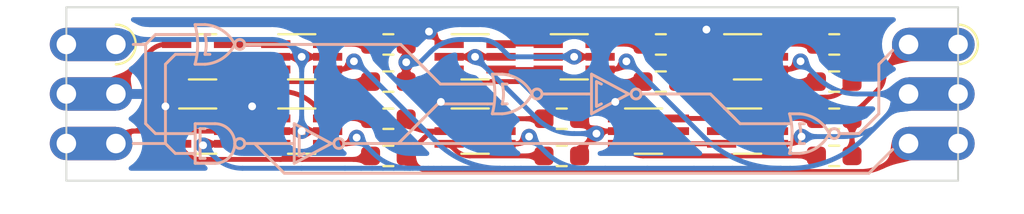
<source format=kicad_pcb>
(kicad_pcb (version 20241229) (generator "pcbnew") (generator_version "9.0")
  (layers (0 "F.Cu" signal) (2 "B.Cu" signal) (13 "F.Paste" user) (15 "B.Paste" user) (5 "F.SilkS" user "F.Silkscreen") (7 "B.SilkS" user "B.Silkscreen") (1 "F.Mask" user) (3 "B.Mask" user) (25 "Edge.Cuts" user))
  (net 0 "")
  (net 1 "A")
  (net 2 "B")
  (net 3 "/NAny M/A")
  (net 4 "/Inverter BL/Out")
  (net 5 "VDD")
  (net 6 "Sum")
  (net 7 "/Inverter M/Out")
  (net 8 "VSS")
  (net 9 "Net-(Q1-Pad1)")
  (net 10 "Net-(Q1-Pad3)")
  (net 11 "Net-(Q1-Pad6)")
  (net 12 "/Inverter M/In")
  (net 13 "Net-(Q2-Pad3)")
  (net 14 "Net-(Q3-Pad1)")
  (net 15 "/Inverter M/Pti")
  (net 16 "Net-(Q3-Pad3)")
  (net 17 "Net-(Q3-Pad6)")
  (net 18 "/Inverter M/Nti")
  (net 19 "Net-(Q4-Pad3)")
  (net 20 "Net-(Q5-Pad1)")
  (net 21 "~{Carry}")
  (net 22 "Net-(Q5-Pad3)")
  (net 23 "Net-(Q5-Pad6)")
  (net 24 "Net-(Q6-Pad3)")
  (net 25 "/Inverter BL/Pti")
  (net 26 "/Inverter BL/Nti")
  (net 27 "Net-(Q10-Pad6)")
  (net 28 "Net-(Q10-Pad3)")
  (footprint "Resistor_SMD:R_0603_1608Metric_Pad0.98x0.95mm_HandSolder" (layer "F.Cu") (at 149.86 99.06 180)
    (property "Reference" "R4" (hide yes))
    (property "Value" "12k")
  )
  (footprint "Resistor_SMD:R_0603_1608Metric_Pad0.98x0.95mm_HandSolder" (layer "F.Cu") (at 144.78 102.87 180)
    (property "Reference" "R10" (hide yes))
    (property "Value" "12k")
  )
  (footprint "Package_TO_SOT_SMD:SOT-363_SC-70-6_Handsoldering" (layer "F.Cu") (at 131.445 103.505)
    (property "Reference" "Q9" (hide yes))
    (property "Value" "BSS8402DW-7-F")
  )
  (footprint "Castellation:Hybrid_Castellation_1x03_P2.54" (layer "F.Cu") (at 163.83 99.06)
    (property "Reference" "J2" (hide yes))
    (property "Value" "Conn_01x03")
  )
  (footprint "Castellation:Hybrid_Castellation_1x03_P2.54" (layer "F.Cu") (at 120.65 99.06)
    (property "Reference" "J1" (hide yes))
    (property "Value" "Conn_01x03")
  )
  (footprint "Resistor_SMD:R_0603_1608Metric_Pad0.98x0.95mm_HandSolder" (layer "F.Cu") (at 158.75 100.965)
    (property "Reference" "R7" (hide yes))
    (property "Value" "12k")
  )
  (footprint "Resistor_SMD:R_0603_1608Metric_Pad0.98x0.95mm_HandSolder" (layer "F.Cu") (at 135.89 100.965)
    (property "Reference" "R1" (hide yes))
    (property "Value" "12k")
  )
  (footprint "Package_TO_SOT_SMD:SOT-363_SC-70-6_Handsoldering" (layer "F.Cu") (at 154.305 103.505)
    (property "Reference" "Q5" (hide yes))
    (property "Value" "BSS8402DW-7-F")
  )
  (footprint "Resistor_SMD:R_0603_1608Metric_Pad0.98x0.95mm_HandSolder" (layer "F.Cu") (at 135.89 102.87 180)
    (property "Reference" "R12" (hide yes))
    (property "Value" "12k")
  )
  (footprint "Resistor_SMD:R_0603_1608Metric_Pad0.98x0.95mm_HandSolder" (layer "F.Cu") (at 149.86 100.965)
    (property "Reference" "R3" (hide yes))
    (property "Value" "12k")
  )
  (footprint "Package_TO_SOT_SMD:SOT-363_SC-70-6_Handsoldering" (layer "F.Cu") (at 126.365 99.695)
    (property "Reference" "Q2" (hide yes))
    (property "Value" "BSS8402DW-7-F")
  )
  (footprint "Package_TO_SOT_SMD:SOT-363_SC-70-6_Handsoldering" (layer "F.Cu") (at 149.225 103.505)
    (property "Reference" "Q6" (hide yes))
    (property "Value" "BSS8402DW-7-F")
  )
  (footprint "Resistor_SMD:R_0603_1608Metric_Pad0.98x0.95mm_HandSolder" (layer "F.Cu") (at 158.75 99.06 180)
    (property "Reference" "R8" (hide yes))
    (property "Value" "12k")
  )
  (footprint "Resistor_SMD:R_0603_1608Metric_Pad0.98x0.95mm_HandSolder" (layer "F.Cu") (at 158.75 104.775)
    (property "Reference" "R5" (hide yes))
    (property "Value" "12k")
  )
  (footprint "Package_TO_SOT_SMD:SOT-363_SC-70-6_Handsoldering" (layer "F.Cu") (at 126.365 103.505)
    (property "Reference" "Q10" (hide yes))
    (property "Value" "BSS8402DW-7-F")
  )
  (footprint "Resistor_SMD:R_0603_1608Metric_Pad0.98x0.95mm_HandSolder" (layer "F.Cu") (at 144.78 104.775)
    (property "Reference" "R9" (hide yes))
    (property "Value" "12k")
  )
  (footprint "Package_TO_SOT_SMD:SOT-363_SC-70-6_Handsoldering" (layer "F.Cu") (at 131.445 99.695)
    (property "Reference" "Q1" (hide yes))
    (property "Value" "BSS8402DW-7-F")
  )
  (footprint "Package_TO_SOT_SMD:SOT-363_SC-70-6_Handsoldering" (layer "F.Cu") (at 154.305 99.695)
    (property "Reference" "Q7" (hide yes))
    (property "Value" "BSS8402DW-7-F")
  )
  (footprint "Package_TO_SOT_SMD:SOT-363_SC-70-6_Handsoldering" (layer "F.Cu") (at 145.415 99.695)
    (property "Reference" "Q3" (hide yes))
    (property "Value" "BSS8402DW-7-F")
  )
  (footprint "Package_TO_SOT_SMD:SOT-363_SC-70-6_Handsoldering" (layer "F.Cu") (at 140.335 99.695)
    (property "Reference" "Q4" (hide yes))
    (property "Value" "BSS8402DW-7-F")
  )
  (footprint "Resistor_SMD:R_0603_1608Metric_Pad0.98x0.95mm_HandSolder" (layer "F.Cu") (at 135.89 104.775)
    (property "Reference" "R11" (hide yes))
    (property "Value" "12k")
  )
  (footprint "Package_TO_SOT_SMD:SOT-363_SC-70-6_Handsoldering" (layer "F.Cu") (at 140.335 103.505)
    (property "Reference" "Q8" (hide yes))
    (property "Value" "BSS8402DW-7-F")
  )
  (footprint "Resistor_SMD:R_0603_1608Metric_Pad0.98x0.95mm_HandSolder" (layer "F.Cu") (at 158.75 102.87 180)
    (property "Reference" "R6" (hide yes))
    (property "Value" "12k")
  )
  (footprint "Resistor_SMD:R_0603_1608Metric_Pad0.98x0.95mm_HandSolder" (layer "F.Cu") (at 135.89 99.06 180)
    (property "Reference" "R2" (hide yes))
    (property "Value" "12k")
  )
  (gr_line (start 146.812 101.092) (end 146.558 100.965) (stroke (width 0.15)) (layer "B.SilkS"))
  (gr_line (start 133.858 104.14) (end 137.16 104.14) (stroke (width 0.15)) (layer "B.SilkS"))
  (gr_line (start 152.654 101.854) (end 153.924 103.124) (stroke (width 0.15)) (layer "B.SilkS"))
  (gr_arc (start 141.21724 100.584) (mid 141.351 101.6) (end 141.21724 102.616) (stroke (width 0.15)) (layer "B.SilkS"))
  (gr_line (start 137.287 99.822) (end 138.557 101.092) (stroke (width 0.15)) (layer "B.SilkS"))
  (gr_line (start 128.778 104.14) (end 130.81 104.14) (stroke (width 0.15)) (layer "B.SilkS"))
  (gr_line (start 136.398 104.14) (end 137.668 102.87) (stroke (width 0.15)) (layer "B.SilkS"))
  (gr_arc (start 156.45724 102.616) (mid 156.591 103.632) (end 156.45724 104.648) (stroke (width 0.15)) (layer "B.SilkS"))
  (gr_line (start 123.444 99.06) (end 122.809 99.06) (stroke (width 0.15)) (layer "B.SilkS"))
  (gr_line (start 132.969 104.14) (end 131.064 103.124) (stroke (width 0.15)) (layer "B.SilkS"))
  (gr_line (start 131.064 105.156) (end 132.969 104.14) (stroke (width 0.15)) (layer "B.SilkS"))
  (gr_line (start 124.46 104.14) (end 122.809 104.14) (stroke (width 0.15)) (layer "B.SilkS"))
  (gr_line (start 146.558 100.965) (end 146.558 102.235) (stroke (width 0.15)) (layer "B.SilkS"))
  (gr_line (start 141.979241 102.108) (end 141.72524 102.108) (stroke (width 0.15)) (layer "B.SilkS"))
  (gr_line (start 146.304 102.616) (end 148.209 101.6) (stroke (width 0.15)) (layer "B.SilkS"))
  (gr_line (start 125.73 104.648) (end 125.984 104.648) (stroke (width 0.15)) (layer "B.SilkS"))
  (gr_line (start 127 105.156) (end 125.984 105.156) (stroke (width 0.15)) (layer "B.SilkS"))
  (gr_line (start 157.219241 103.124) (end 156.9811 103.124) (stroke (width 0.15)) (layer "B.SilkS"))
  (gr_line (start 160.02 103.632) (end 161.036 102.616) (stroke (width 0.15)) (layer "B.SilkS"))
  (gr_arc (start 143.256 101.6) (mid 142.626739 102.313083) (end 141.725241 102.615999) (stroke (width 0.15)) (layer "B.SilkS"))
  (gr_arc (start 127 103.124) (mid 127.71842 103.42158) (end 128.016 104.14) (stroke (width 0.15)) (layer "B.SilkS"))
  (gr_line (start 156.21 103.124) (end 156.4731 103.124) (stroke (width 0.15)) (layer "B.SilkS"))
  (gr_circle (center 158.75 103.632) (end 159.004 103.632) (stroke (width 0.15)) (fill no) (layer "B.SilkS"))
  (gr_line (start 131.572 104.648) (end 131.318 104.775) (stroke (width 0.15)) (layer "B.SilkS"))
  (gr_line (start 131.318 103.505) (end 131.318 104.775) (stroke (width 0.15)) (layer "B.SilkS"))
  (gr_line (start 148.209 101.6) (end 146.304 100.584) (stroke (width 0.15)) (layer "B.SilkS"))
  (gr_line (start 137.16 104.14) (end 156.21 104.14) (stroke (width 0.15)) (layer "B.SilkS"))
  (gr_line (start 126.739241 98.552) (end 126.5011 98.552) (stroke (width 0.15)) (layer "B.SilkS"))
  (gr_line (start 126.492 104.902) (end 126.238 104.902) (stroke (width 0.15)) (layer "B.SilkS"))
  (gr_line (start 156.21 103.124) (end 153.924 103.124) (stroke (width 0.15)) (layer "B.SilkS"))
  (gr_line (start 128.524 99.06) (end 128.778 99.06) (stroke (width 0.15)) (layer "B.SilkS"))
  (gr_circle (center 133.35 104.14) (end 133.604 104.14) (stroke (width 0.15)) (fill no) (layer "B.SilkS"))
  (gr_line (start 123.444 103.124) (end 123.952 103.632) (stroke (width 0.15)) (layer "B.SilkS"))
  (gr_line (start 146.812 102.108) (end 146.558 102.235) (stroke (width 0.15)) (layer "B.SilkS"))
  (gr_line (start 157.219241 104.14) (end 156.96524 104.14) (stroke (width 0.15)) (layer "B.SilkS"))
  (gr_line (start 130.81 104.14) (end 131.064 104.14) (stroke (width 0.15)) (layer "B.SilkS"))
  (gr_line (start 124.968 104.648) (end 124.46 104.14) (stroke (width 0.15)) (layer "B.SilkS"))
  (gr_line (start 146.304 100.584) (end 146.304 102.616) (stroke (width 0.15)) (layer "B.SilkS"))
  (gr_line (start 161.036 100.076) (end 161.7472 99.3648) (stroke (width 0.15)) (layer "B.SilkS"))
  (gr_line (start 143.764 101.6) (end 144.018 101.6) (stroke (width 0.15)) (layer "B.SilkS"))
  (gr_line (start 125.73 98.552) (end 125.9931 98.552) (stroke (width 0.15)) (layer "B.SilkS"))
  (gr_line (start 130.556 105.664) (end 160.528 105.664) (stroke (width 0.15)) (layer "B.SilkS"))
  (gr_line (start 124.46 104.14) (end 124.46 100.076) (stroke (width 0.15)) (layer "B.SilkS"))
  (gr_arc (start 128.016 99.06) (mid 127.386739 99.773083) (end 126.485241 100.075999) (stroke (width 0.15)) (layer "B.SilkS"))
  (gr_line (start 141.725241 100.584) (end 141.21724 100.584) (stroke (width 0.15)) (layer "B.SilkS"))
  (gr_line (start 149.098 101.6) (end 152.4 101.6) (stroke (width 0.15)) (layer "B.SilkS"))
  (gr_line (start 126.485241 100.076) (end 125.97724 100.076) (stroke (width 0.15)) (layer "B.SilkS"))
  (gr_line (start 141.979241 101.092) (end 141.7411 101.092) (stroke (width 0.15)) (layer "B.SilkS"))
  (gr_line (start 123.444 99.06) (end 123.444 103.124) (stroke (width 0.15)) (layer "B.SilkS"))
  (gr_line (start 125.73 99.568) (end 125.9931 99.568) (stroke (width 0.15)) (layer "B.SilkS"))
  (gr_line (start 159.004 103.632) (end 159.258 103.632) (stroke (width 0.15)) (layer "B.SilkS"))
  (gr_line (start 124.46 100.076) (end 124.968 99.568) (stroke (width 0.15)) (layer "B.SilkS"))
  (gr_circle (center 128.27 104.14) (end 128.524 104.14) (stroke (width 0.15)) (fill no) (layer "B.SilkS"))
  (gr_arc (start 128.016 104.14) (mid 127.71842 104.85842) (end 127 105.156) (stroke (width 0.15)) (layer "B.SilkS"))
  (gr_line (start 123.952 98.552) (end 123.444 99.06) (stroke (width 0.15)) (layer "B.SilkS"))
  (gr_line (start 152.4 101.6) (end 153.67 102.87) (stroke (width 0.15)) (layer "B.SilkS"))
  (gr_line (start 156.965241 102.616) (end 156.45724 102.616) (stroke (width 0.15)) (layer "B.SilkS"))
  (gr_line (start 131.064 103.124) (end 131.064 105.156) (stroke (width 0.15)) (layer "B.SilkS"))
  (gr_line (start 140.97 101.092) (end 141.2331 101.092) (stroke (width 0.15)) (layer "B.SilkS"))
  (gr_line (start 127 103.124) (end 125.984 103.124) (stroke (width 0.15)) (layer "B.SilkS"))
  (gr_line (start 136.525 99.06) (end 137.795 100.33) (stroke (width 0.15)) (layer "B.SilkS"))
  (gr_arc (start 156.965241 102.616) (mid 157.866739 102.918917) (end 158.496 103.632) (stroke (width 0.15)) (layer "B.SilkS"))
  (gr_line (start 141.725241 102.616) (end 141.21724 102.616) (stroke (width 0.15)) (layer "B.SilkS"))
  (gr_line (start 133.858 104.14) (end 133.604 104.14) (stroke (width 0.15)) (layer "B.SilkS"))
  (gr_line (start 125.73 104.648) (end 124.968 104.648) (stroke (width 0.15)) (layer "B.SilkS"))
  (gr_line (start 137.16 103.378) (end 138.43 102.108) (stroke (width 0.15)) (layer "B.SilkS"))
  (gr_arc (start 125.97724 98.044) (mid 126.111 99.06) (end 125.97724 100.076) (stroke (width 0.15)) (layer "B.SilkS"))
  (gr_line (start 124.968 99.568) (end 125.73 99.568) (stroke (width 0.15)) (layer "B.SilkS"))
  (gr_line (start 159.258 103.632) (end 160.02 103.632) (stroke (width 0.15)) (layer "B.SilkS"))
  (gr_arc (start 141.725241 100.584) (mid 142.626739 100.886917) (end 143.256 101.6) (stroke (width 0.15)) (layer "B.SilkS"))
  (gr_arc (start 156.96524 103.124) (mid 157.032117 103.632) (end 156.96524 104.14) (stroke (width 0.15)) (layer "B.SilkS"))
  (gr_line (start 160.528 105.664) (end 161.7472 104.4448) (stroke (width 0.15)) (layer "B.SilkS"))
  (gr_circle (center 128.27 99.06) (end 128.524 99.06) (stroke (width 0.15)) (fill no) (layer "B.SilkS"))
  (gr_line (start 140.97 102.108) (end 141.2331 102.108) (stroke (width 0.15)) (layer "B.SilkS"))
  (gr_line (start 123.952 103.632) (end 125.73 103.632) (stroke (width 0.15)) (layer "B.SilkS"))
  (gr_line (start 131.572 103.632) (end 131.318 103.505) (stroke (width 0.15)) (layer "B.SilkS"))
  (gr_line (start 125.73 98.552) (end 123.952 98.552) (stroke (width 0.15)) (layer "B.SilkS"))
  (gr_line (start 138.557 101.092) (end 140.97 101.092) (stroke (width 0.15)) (layer "B.SilkS"))
  (gr_line (start 125.984 103.124) (end 125.984 105.156) (stroke (width 0.15)) (layer "B.SilkS"))
  (gr_line (start 140.97 102.108) (end 138.43 102.108) (stroke (width 0.15)) (layer "B.SilkS"))
  (gr_circle (center 148.59 101.6) (end 148.844 101.6) (stroke (width 0.15)) (fill no) (layer "B.SilkS"))
  (gr_arc (start 158.496 103.632) (mid 157.866739 104.345083) (end 156.965241 104.647999) (stroke (width 0.15)) (layer "B.SilkS"))
  (gr_arc (start 141.72524 101.092) (mid 141.792117 101.6) (end 141.72524 102.108) (stroke (width 0.15)) (layer "B.SilkS"))
  (gr_line (start 126.492 103.378) (end 126.238 103.378) (stroke (width 0.15)) (layer "B.SilkS"))
  (gr_arc (start 126.48524 98.552) (mid 126.552117 99.06) (end 126.48524 99.568) (stroke (width 0.15)) (layer "B.SilkS"))
  (gr_line (start 129.032 104.14) (end 130.556 105.664) (stroke (width 0.15)) (layer "B.SilkS"))
  (gr_line (start 156.965241 104.648) (end 156.45724 104.648) (stroke (width 0.15)) (layer "B.SilkS"))
  (gr_line (start 126.739241 99.568) (end 126.48524 99.568) (stroke (width 0.15)) (layer "B.SilkS"))
  (gr_line (start 144.018 101.6) (end 146.05 101.6) (stroke (width 0.15)) (layer "B.SilkS"))
  (gr_line (start 125.73 103.632) (end 125.984 103.632) (stroke (width 0.15)) (layer "B.SilkS"))
  (gr_line (start 126.238 103.378) (end 126.238 104.902) (stroke (width 0.15)) (layer "B.SilkS"))
  (gr_arc (start 126.485241 98.044) (mid 127.386739 98.346917) (end 128.016 99.06) (stroke (width 0.15)) (layer "B.SilkS"))
  (gr_circle (center 143.51 101.6) (end 143.764 101.6) (stroke (width 0.15)) (fill no) (layer "B.SilkS"))
  (gr_line (start 128.778 99.06) (end 136.525 99.06) (stroke (width 0.15)) (layer "B.SilkS"))
  (gr_line (start 128.778 104.14) (end 128.524 104.14) (stroke (width 0.15)) (layer "B.SilkS"))
  (gr_line (start 156.21 104.14) (end 156.4731 104.14) (stroke (width 0.15)) (layer "B.SilkS"))
  (gr_line (start 126.485241 98.044) (end 125.97724 98.044) (stroke (width 0.15)) (layer "B.SilkS"))
  (gr_line (start 146.05 101.6) (end 146.304 101.6) (stroke (width 0.15)) (layer "B.SilkS"))
  (gr_line (start 161.036 102.616) (end 161.036 100.076) (stroke (width 0.15)) (layer "B.SilkS"))
  (gr_line (start 149.098 101.6) (end 148.844 101.6) (stroke (width 0.15)) (layer "B.SilkS"))
  (gr_line (start 165.1 106.045) (end 119.38 106.045) (stroke (width 0.1)) (layer "Edge.Cuts"))
  (gr_line (start 119.38 106.045) (end 119.38 97.155) (stroke (width 0.1)) (layer "Edge.Cuts"))
  (gr_line (start 119.38 97.155) (end 165.1 97.155) (stroke (width 0.1)) (layer "Edge.Cuts"))
  (gr_line (start 165.1 97.155) (end 165.1 106.045) (stroke (width 0.1)) (layer "Edge.Cuts"))
  (segment (start 131.445 99.695) (end 132.775 99.695) (width 0.25) (layer "F.Cu") (net 1))
  (segment (start 131.445 103.505) (end 132.775 103.505) (width 0.25) (layer "F.Cu") (net 1))
  (segment (start 131.445 103.505) (end 130.115 103.505) (width 0.25) (layer "F.Cu") (net 1))
  (segment (start 131.445 99.695) (end 130.115 99.695) (width 0.25) (layer "F.Cu") (net 1))
  (via (at 131.445 99.695) (size 0.8) (drill 0.4) (layers "F.Cu" "B.Cu") (net 1))
  (via (at 131.445 103.505) (size 0.8) (drill 0.4) (layers "F.Cu" "B.Cu") (net 1))
  (segment (start 122.353605 98.806) (end 129.927382 98.806) (width 0.25) (layer "B.Cu") (net 1))
  (segment (start 131.445 99.695) (end 131.0005 99.2505) (width 0.25) (layer "B.Cu") (net 1))
  (segment (start 122.047 98.933) (end 121.92 99.06) (width 0.25) (layer "B.Cu") (net 1))
  (segment (start 131.445 103.505) (end 131.445 99.695) (width 0.25) (layer "B.Cu") (net 1))
  (arc (start 122.047 98.933) (mid 122.187671 98.839006) (end 122.353605 98.806) (width 0.25) (layer "B.Cu") (net 1))
  (arc (start 129.927382 98.806) (mid 130.508149 98.921521) (end 131.0005 99.2505) (width 0.25) (layer "B.Cu") (net 1))
  (segment (start 123.3805 103.1875) (end 123.242605 103.325394) (width 0.25) (layer "F.Cu") (net 2))
  (segment (start 125.035 99.695) (end 124.273294 99.695) (width 0.25) (layer "F.Cu") (net 2))
  (segment (start 125.035 99.695) (end 127.695 99.695) (width 0.25) (layer "F.Cu") (net 2))
  (segment (start 125.035 103.505) (end 127.695 103.505) (width 0.25) (layer "F.Cu") (net 2))
  (segment (start 122.375394 103.684605) (end 121.92 104.14) (width 0.25) (layer "F.Cu") (net 2))
  (segment (start 123.698 102.420987) (end 123.698 100.270294) (width 0.25) (layer "F.Cu") (net 2))
  (segment (start 125.035 103.505) (end 122.809 103.505) (width 0.25) (layer "F.Cu") (net 2))
  (arc (start 123.242605 103.325394) (mid 123.043665 103.458321) (end 122.809 103.505) (width 0.25) (layer "F.Cu") (net 2))
  (arc (start 123.3805 103.1875) (mid 123.615484 102.83582) (end 123.698 102.420987) (width 0.25) (layer "F.Cu") (net 2))
  (arc (start 123.8665 99.8635) (mid 124.053138 99.738791) (end 124.273294 99.695) (width 0.25) (layer "F.Cu") (net 2))
  (arc (start 122.375394 103.684605) (mid 122.574334 103.551677) (end 122.809 103.505) (width 0.25) (layer "F.Cu") (net 2))
  (arc (start 123.8665 99.8635) (mid 123.741791 100.050138) (end 123.698 100.270294) (width 0.25) (layer "F.Cu") (net 2))
  (arc (start 122.809 103.505) (mid 122.809 103.505) (end 122.809 103.505) (width 0.25) (layer "F.Cu") (net 2))
  (arc (start 122.375394 103.684605) (mid 122.574334 103.551677) (end 122.809 103.505) (width 0.25) (layer "F.Cu") (net 2))
  (segment (start 136.8025 99.971156) (end 136.8025 99.06) (width 0.25) (layer "F.Cu") (net 3))
  (segment (start 145.415 99.695) (end 144.085 99.695) (width 0.25) (layer "F.Cu") (net 3))
  (segment (start 136.8025 99.977643) (end 136.8025 100.965) (width 0.25) (layer "F.Cu") (net 3))
  (segment (start 136.8044 99.9744) (end 136.80345 99.97345) (width 0.25) (layer "F.Cu") (net 3))
  (segment (start 145.415 99.695) (end 146.745 99.695) (width 0.25) (layer "F.Cu") (net 3))
  (segment (start 136.8044 99.9744) (end 136.80345 99.97535) (width 0.25) (layer "F.Cu") (net 3))
  (via (at 136.8044 99.9744) (size 0.8) (drill 0.4) (layers "F.Cu" "B.Cu") (net 3))
  (via (at 145.415 99.695) (size 0.8) (drill 0.4) (layers "F.Cu" "B.Cu") (net 3))
  (arc (start 136.80345 99.97535) (mid 136.802746 99.976402) (end 136.8025 99.977643) (width 0.25) (layer "F.Cu") (net 3))
  (arc (start 136.8025 99.971156) (mid 136.802746 99.972397) (end 136.80345 99.97345) (width 0.25) (layer "F.Cu") (net 3))
  (segment (start 137.16 100.076) (end 136.977842 100.076) (width 0.25) (layer "B.Cu") (net 3))
  (segment (start 138.049 99.441) (end 137.593605 99.896394) (width 0.25) (layer "B.Cu") (net 3))
  (segment (start 142.367 99.695) (end 142.319375 99.695) (width 0.25) (layer "B.Cu") (net 3))
  (segment (start 142.319375 99.695) (end 142.287625 99.695) (width 0.25) (layer "B.Cu") (net 3))
  (segment (start 142.224125 99.695) (end 142.192375 99.695) (width 0.25) (layer "B.Cu") (net 3))
  (segment (start 142.287625 99.695) (end 142.255875 99.695) (width 0.25) (layer "B.Cu") (net 3))
  (segment (start 142.068098 99.650098) (end 141.6685 99.2505) (width 0.25) (layer "B.Cu") (net 3))
  (segment (start 136.8044 99.9744) (end 136.8552 100.0252) (width 0.25) (layer "B.Cu") (net 3))
  (segment (start 142.494 99.695) (end 145.415 99.695) (width 0.25) (layer "B.Cu") (net 3))
  (segment (start 142.494 99.695) (end 142.367 99.695) (width 0.25) (layer "B.Cu") (net 3))
  (segment (start 142.224125 99.695) (end 142.255875 99.695) (width 0.25) (layer "B.Cu") (net 3))
  (segment (start 142.192375 99.695) (end 142.1765 99.695) (width 0.25) (layer "B.Cu") (net 3))
  (segment (start 140.595382 98.806) (end 139.582025 98.806) (width 0.25) (layer "B.Cu") (net 3))
  (arc (start 138.049 99.441) (mid 138.752357 98.971031) (end 139.582025 98.806) (width 0.25) (layer "B.Cu") (net 3))
  (arc (start 142.1765 99.695) (mid 142.117833 99.68333) (end 142.068098 99.650098) (width 0.25) (layer "B.Cu") (net 3))
  (arc (start 140.595382 98.806) (mid 141.176149 98.921521) (end 141.6685 99.2505) (width 0.25) (layer "B.Cu") (net 3))
  (arc (start 136.8552 100.0252) (mid 136.911468 100.062797) (end 136.977842 100.076) (width 0.25) (layer "B.Cu") (net 3))
  (arc (start 137.16 100.076) (mid 137.394665 100.029321) (end 137.593605 99.896394) (width 0.25) (layer "B.Cu") (net 3))
  (segment (start 145.6925 104.63625) (end 145.6925 104.775) (width 0.25) (layer "F.Cu") (net 4))
  (segment (start 147.895 103.505) (end 150.555 103.505) (width 0.25) (layer "F.Cu") (net 4))
  (segment (start 146.290907 103.468407) (end 145.6925 102.87) (width 0.25) (layer "F.Cu") (net 4))
  (segment (start 146.467592 103.541592) (end 146.558 103.632) (width 0.25) (layer "F.Cu") (net 4))
  (segment (start 145.790611 104.399388) (end 146.558 103.632) (width 0.25) (layer "F.Cu") (net 4))
  (segment (start 140.335 99.695) (end 141.665 99.695) (width 0.25) (layer "F.Cu") (net 4))
  (segment (start 146.37925 103.505) (end 147.895 103.505) (width 0.25) (layer "F.Cu") (net 4))
  (segment (start 140.335 99.695) (end 139.005 99.695) (width 0.25) (layer "F.Cu") (net 4))
  (via (at 146.558 103.632) (size 0.8) (drill 0.4) (layers "F.Cu" "B.Cu") (net 4))
  (via (at 140.335 99.695) (size 0.8) (drill 0.4) (layers "F.Cu" "B.Cu") (net 4))
  (arc (start 146.37925 103.505) (mid 146.37925 103.505) (end 146.37925 103.505) (width 0.25) (layer "F.Cu") (net 4))
  (arc (start 145.6925 104.63625) (mid 145.717998 104.508061) (end 145.790611 104.399388) (width 0.25) (layer "F.Cu") (net 4))
  (arc (start 146.37925 103.505) (mid 146.331439 103.495489) (end 146.290907 103.468407) (width 0.25) (layer "F.Cu") (net 4))
  (arc (start 146.37925 103.505) (mid 146.331439 103.495489) (end 146.290907 103.468407) (width 0.25) (layer "F.Cu") (net 4))
  (arc (start 146.467592 103.541592) (mid 146.42706 103.514509) (end 146.37925 103.505) (width 0.25) (layer "F.Cu") (net 4))
  (segment (start 140.335 99.695) (end 143.463776 102.823776) (width 0.25) (layer "B.Cu") (net 4))
  (segment (start 145.415 103.632) (end 146.558 103.632) (width 0.25) (layer "B.Cu") (net 4))
  (arc (start 145.415 103.632) (mid 144.359005 103.421949) (end 143.463776 102.823776) (width 0.25) (layer "B.Cu") (net 4))
  (segment (start 133.405396 100.345) (end 132.775 100.345) (width 0.25) (layer "F.Cu") (net 5))
  (segment (start 126.3904 104.2295) (end 126.42765 104.19225) (width 0.25) (layer "F.Cu") (net 5))
  (segment (start 156.303425 100.345) (end 155.635 100.345) (width 0.25) (layer "F.Cu") (net 5))
  (segment (start 126.517579 104.155) (end 127.695 104.155) (width 0.25) (layer "F.Cu") (net 5))
  (segment (start 156.440946 104.155) (end 155.635 104.155) (width 0.25) (layer "F.Cu") (net 5))
  (segment (start 133.718467 104.155) (end 132.775 104.155) (width 0.25) (layer "F.Cu") (net 5))
  (segment (start 156.8883 103.9697) (end 157.0736 103.7844) (width 0.25) (layer "F.Cu") (net 5))
  (segment (start 142.470946 104.155) (end 141.665 104.155) (width 0.25) (layer "F.Cu") (net 5))
  (segment (start 134.2644 103.8352) (end 134.1045 103.9951) (width 0.25) (layer "F.Cu") (net 5))
  (segment (start 134.123791 99.924174) (end 133.913378 100.134587) (width 0.25) (layer "F.Cu") (net 5))
  (segment (start 147.379961 100.345) (end 146.745 100.345) (width 0.25) (layer "F.Cu") (net 5))
  (segment (start 156.8121 100.1343) (end 157.0228 99.9236) (width 0.25) (layer "F.Cu") (net 5))
  (segment (start 148.09365 99.926931) (end 147.884615 100.135965) (width 0.25) (layer "F.Cu") (net 5))
  (segment (start 143.1036 103.7844) (end 142.9183 103.9697) (width 0.25) (layer "F.Cu") (net 5))
  (via (at 148.09365 99.926931) (size 0.8) (drill 0.4) (layers "F.Cu" "B.Cu") (net 5))
  (via (at 157.0228 99.9236) (size 0.8) (drill 0.4) (layers "F.Cu" "B.Cu") (net 5))
  (via (at 134.123791 99.924174) (size 0.8) (drill 0.4) (layers "F.Cu" "B.Cu") (net 5))
  (via (at 143.1036 103.7844) (size 0.8) (drill 0.4) (layers "F.Cu" "B.Cu") (net 5))
  (via (at 157.0736 103.7844) (size 0.8) (drill 0.4) (layers "F.Cu" "B.Cu") (net 5))
  (via (at 126.3904 104.2295) (size 0.8) (drill 0.4) (layers "F.Cu" "B.Cu") (net 5))
  (via (at 134.2644 103.8352) (size 0.8) (drill 0.4) (layers "F.Cu" "B.Cu") (net 5))
  (arc (start 156.8121 100.1343) (mid 156.578717 100.29024) (end 156.303425 100.345) (width 0.25) (layer "F.Cu") (net 5))
  (arc (start 147.884615 100.135965) (mid 147.653078 100.290673) (end 147.379961 100.345) (width 0.25) (layer "F.Cu") (net 5))
  (arc (start 156.440946 104.155) (mid 156.683052 104.106842) (end 156.8883 103.9697) (width 0.25) (layer "F.Cu") (net 5))
  (arc (start 142.470946 104.155) (mid 142.713052 104.106842) (end 142.9183 103.9697) (width 0.25) (layer "F.Cu") (net 5))
  (arc (start 133.405396 100.345) (mid 133.680313 100.290315) (end 133.913378 100.134587) (width 0.25) (layer "F.Cu") (net 5))
  (arc (start 133.718467 104.155) (mid 133.927386 104.113443) (end 134.1045 103.9951) (width 0.25) (layer "F.Cu") (net 5))
  (arc (start 126.42765 104.19225) (mid 126.468909 104.16468) (end 126.517579 104.155) (width 0.25) (layer "F.Cu") (net 5))
  (segment (start 145.607926 105.41) (end 144.964835 105.41) (width 0.25) (layer "B.Cu") (net 5))
  (segment (start 144.438226 105.41) (end 144.964835 105.41) (width 0.25) (layer "B.Cu") (net 5))
  (segment (start 138.214652 105.41) (end 137.945518 105.41) (width 0.25) (layer "B.Cu") (net 5))
  (segment (start 154.526996 105.41) (end 153.536232 105.41) (width 0.25) (layer "B.Cu") (net 5))
  (segment (start 152.076207 103.816207) (end 148.21991 99.95991) (width 0.25) (layer "B.Cu") (net 5))
  (segment (start 143.17236 103.80236) (end 143.9672 104.5972) (width 0.25) (layer "B.Cu") (net 5))
  (segment (start 143.1036 103.7844) (end 143.129 103.7844) (width 0.25) (layer "B.Cu") (net 5))
  (segment (start 159.218867 103.7844) (end 157.0736 103.7844) (width 0.25) (layer "B.Cu") (net 5))
  (segment (start 137.138117 105.41) (end 137.003551 105.41) (width 0.25) (layer "B.Cu") (net 5))
  (segment (start 143.562171 105.41) (end 142.686116 105.41) (width 0.25) (layer "B.Cu") (net 5))
  (segment (start 134.498059 105.41) (end 133.662895 105.41) (width 0.25) (layer "B.Cu") (net 5))
  (segment (start 133.662895 105.41) (end 131.435792 105.41) (width 0.25) (layer "B.Cu") (net 5))
  (segment (start 139.694887 105.41) (end 141.605 105.41) (width 0.25) (layer "B.Cu") (net 5))
  (segment (start 137.40725 105.41) (end 137.138117 105.41) (width 0.25) (layer "B.Cu") (net 5))
  (segment (start 142.364571 105.41) (end 142.686116 105.41) (width 0.25) (layer "B.Cu") (net 5))
  (segment (start 149.165806 105.41) (end 151.554704 105.41) (width 0.25) (layer "B.Cu") (net 5))
  (segment (start 148.09365 99.926931) (end 148.14029 99.926931) (width 0.25) (layer "B.Cu") (net 5))
  (segment (start 131.435792 105.41) (end 128.405639 105.41) (width 0.25) (layer "B.Cu") (net 5))
  (segment (start 138.352961 104.062961) (end 134.246129 99.956129) (width 0.25) (layer "B.Cu") (net 5))
  (segment (start 137.003551 105.41) (end 136.725163 105.41) (width 0.25) (layer "B.Cu") (net 5))
  (segment (start 160.397796 103.762203) (end 160.343792 103.816207) (width 0.25) (layer "B.Cu") (net 5))
  (segment (start 157.09156 99.94156) (end 157.9118 100.7618) (width 0.25) (layer "B.Cu") (net 5))
  (segment (start 134.33316 103.85316) (end 135.1026 104.6226) (width 0.25) (layer "B.Cu") (net 5))
  (segment (start 126.98065 104.81975) (end 126.3904 104.2295) (width 0.25) (layer "B.Cu") (net 5))
  (segment (start 160.505803 103.654196) (end 162.56 101.6) (width 0.25) (layer "B.Cu") (net 5))
  (segment (start 160.505803 103.654196) (end 160.397796 103.762203) (width 0.25) (layer "B.Cu") (net 5))
  (segment (start 145.929472 105.41) (end 147.00825 105.41) (width 0.25) (layer "B.Cu") (net 5))
  (segment (start 141.85819 105.41) (end 141.605 105.41) (width 0.25) (layer "B.Cu") (net 5))
  (segment (start 159.935393 101.6) (end 162.56 101.6) (width 0.25) (layer "B.Cu") (net 5))
  (segment (start 134.168982 99.924174) (end 134.123791 99.924174) (width 0.25) (layer "B.Cu") (net 5))
  (segment (start 137.676384 105.41) (end 137.40725 105.41) (width 0.25) (layer "B.Cu") (net 5))
  (segment (start 160.274 103.5812) (end 160.782 103.378) (width 0.25) (layer "B.Cu") (net 5))
  (segment (start 145.929472 105.41) (end 145.607926 105.41) (width 0.25) (layer "B.Cu") (net 5))
  (segment (start 152.545468 105.41) (end 151.554704 105.41) (width 0.25) (layer "B.Cu") (net 5))
  (segment (start 157.0482 99.9236) (end 157.0228 99.9236) (width 0.25) (layer "B.Cu") (net 5))
  (segment (start 144.438226 105.41) (end 143.562171 105.41) (width 0.25) (layer "B.Cu") (net 5))
  (segment (start 162.56 101.6) (end 160.67296 103.487039) (width 0.25) (layer "B.Cu") (net 5))
  (segment (start 155.517761 105.41) (end 154.526996 105.41) (width 0.25) (layer "B.Cu") (net 5))
  (segment (start 137.945518 105.41) (end 137.676384 105.41) (width 0.25) (layer "B.Cu") (net 5))
  (segment (start 156.013144 105.41) (end 156.496036 105.41) (width 0.25) (layer "B.Cu") (net 5))
  (segment (start 136.725163 105.41) (end 136.168387 105.41) (width 0.25) (layer "B.Cu") (net 5))
  (segment (start 135.054835 105.41) (end 134.498059 105.41) (width 0.25) (layer "B.Cu") (net 5))
  (segment (start 134.2644 103.8352) (end 134.2898 103.8352) (width 0.25) (layer "B.Cu") (net 5))
  (segment (start 153.536232 105.41) (end 152.545468 105.41) (width 0.25) (layer "B.Cu") (net 5))
  (segment (start 135.611611 105.41) (end 136.168387 105.41) (width 0.25) (layer "B.Cu") (net 5))
  (segment (start 139.694887 105.41) (end 138.618352 105.41) (width 0.25) (layer "B.Cu") (net 5))
  (segment (start 135.611611 105.41) (end 135.054835 105.41) (width 0.25) (layer "B.Cu") (net 5))
  (segment (start 149.165806 105.41) (end 147.00825 105.41) (width 0.25) (layer "B.Cu") (net 5))
  (segment (start 138.618352 105.41) (end 138.214652 105.41) (width 0.25) (layer "B.Cu") (net 5))
  (segment (start 155.517761 105.41) (end 156.013144 105.41) (width 0.25) (layer "B.Cu") (net 5))
  (segment (start 142.364571 105.41) (end 141.85819 105.41) (width 0.25) (layer "B.Cu") (net 5))
  (arc (start 135.1026 104.6226) (mid 135.974763 105.205361) (end 137.003551 105.41) (width 0.25) (layer "B.Cu") (net 5))
  (arc (start 152.076207 103.816207) (mid 153.864749 104.995786) (end 156.013144 105.41) (width 0.25) (layer "B.Cu") (net 5))
  (arc (start 134.168982 99.924174) (mid 134.210733 99.932478) (end 134.246129 99.956129) (width 0.25) (layer "B.Cu") (net 5))
  (arc (start 157.09156 99.94156) (mid 157.071666 99.928267) (end 157.0482 99.9236) (width 0.25) (layer "B.Cu") (net 5))
  (arc (start 126.98065 104.81975) (mid 127.63444 105.256599) (end 128.405639 105.41) (width 0.25) (layer "B.Cu") (net 5))
  (arc (start 157.9118 100.7618) (mid 158.840232 101.382158) (end 159.935393 101.6) (width 0.25) (layer "B.Cu") (net 5))
  (arc (start 145.929472 105.41) (mid 144.867498 105.19876) (end 143.9672 104.5972) (width 0.25) (layer "B.Cu") (net 5))
  (arc (start 160.343792 103.816207) (mid 158.578426 104.995786) (end 156.496036 105.41) (width 0.25) (layer "B.Cu") (net 5))
  (arc (start 138.352961 104.062961) (mid 139.845009 105.059915) (end 141.605 105.41) (width 0.25) (layer "B.Cu") (net 5))
  (arc (start 148.14029 99.926931) (mid 148.18338 99.935501) (end 148.21991 99.95991) (width 0.25) (layer "B.Cu") (net 5))
  (arc (start 160.274 103.5812) (mid 159.756127 103.733137) (end 159.218867 103.7844) (width 0.25) (layer "B.Cu") (net 5))
  (arc (start 134.33316 103.85316) (mid 134.313266 103.839867) (end 134.2898 103.8352) (width 0.25) (layer "B.Cu") (net 5))
  (arc (start 143.17236 103.80236) (mid 143.152466 103.789067) (end 143.129 103.7844) (width 0.25) (layer "B.Cu") (net 5))
  (segment (start 159.6625 102.964062) (end 159.6625 103.0205) (width 0.25) (layer "F.Cu") (net 6))
  (segment (start 159.6625 102.926437) (end 159.6625 102.964062) (width 0.25) (layer "F.Cu") (net 6))
  (segment (start 159.715709 102.66629) (end 161.020592 101.361407) (width 0.25) (layer "F.Cu") (net 6))
  (segment (start 159.6625 103.171) (end 159.6625 104.775) (width 0.25) (layer "F.Cu") (net 6))
  (segment (start 159.6625 102.813562) (end 159.6625 102.851187) (width 0.25) (layer "F.Cu") (net 6))
  (segment (start 159.6625 103.0205) (end 159.6625 103.171) (width 0.25) (layer "F.Cu") (net 6))
  (segment (start 159.6625 102.888812) (end 159.6625 102.851187) (width 0.25) (layer "F.Cu") (net 6))
  (segment (start 159.6625 102.79475) (end 159.6625 102.813562) (width 0.25) (layer "F.Cu") (net 6))
  (segment (start 161.559407 100.060592) (end 162.56 99.06) (width 0.25) (layer "F.Cu") (net 6))
  (segment (start 159.6625 102.888812) (end 159.6625 102.926437) (width 0.25) (layer "F.Cu") (net 6))
  (arc (start 159.715709 102.66629) (mid 159.676328 102.725228) (end 159.6625 102.79475) (width 0.25) (layer "F.Cu") (net 6))
  (arc (start 161.29 100.711) (mid 161.219983 101.062997) (end 161.020592 101.361407) (width 0.25) (layer "F.Cu") (net 6))
  (arc (start 161.29 100.711) (mid 161.360016 100.359001) (end 161.559407 100.060592) (width 0.25) (layer "F.Cu") (net 6))
  (segment (start 153.845 103.505) (end 154.765 103.505) (width 0.25) (layer "F.Cu") (net 7))
  (segment (start 154.714999 102.174999) (end 154.630269 102.25973) (width 0.25) (layer "F.Cu") (net 7))
  (segment (start 154.765 103.505) (end 155.635 103.505) (width 0.25) (layer "F.Cu") (net 7))
  (segment (start 153.845 103.505) (end 152.975 103.505) (width 0.25) (layer "F.Cu") (net 7))
  (segment (start 159.6625 100.399314) (end 159.6625 99.06) (width 0.25) (layer "F.Cu") (net 7))
  (segment (start 155.704827 101.765) (end 158.296814 101.765) (width 0.25) (layer "F.Cu") (net 7))
  (arc (start 154.305 103.045) (mid 154.43973 103.370269) (end 154.765 103.505) (width 0.25) (layer "F.Cu") (net 7))
  (arc (start 159.2625 101.365) (mid 158.819439 101.661043) (end 158.296814 101.765) (width 0.25) (layer "F.Cu") (net 7))
  (arc (start 153.845 103.505) (mid 154.170269 103.370269) (end 154.305 103.045) (width 0.25) (layer "F.Cu") (net 7))
  (arc (start 154.714999 102.174999) (mid 155.169136 101.871555) (end 155.704827 101.765) (width 0.25) (layer "F.Cu") (net 7))
  (arc (start 159.2625 101.365) (mid 159.558543 100.921939) (end 159.6625 100.399314) (width 0.25) (layer "F.Cu") (net 7))
  (arc (start 154.305 103.045) (mid 154.389534 102.620015) (end 154.630269 102.25973) (width 0.25) (layer "F.Cu") (net 7))
  (segment (start 137.9728 98.3996) (end 138.481445 98.908245) (width 0.25) (layer "F.Cu") (net 8))
  (segment (start 125.01909 102.79409) (end 124.46 102.235) (width 0.25) (layer "F.Cu") (net 8))
  (segment (start 152.9594 99.045) (end 152.975 99.045) (width 0.25) (layer "F.Cu") (net 8))
  (segment (start 138.8116 99.045) (end 139.005 99.045) (width 0.25) (layer "F.Cu") (net 8))
  (segment (start 128.905 102.235) (end 129.316403 102.646403) (width 0.25) (layer "F.Cu") (net 8))
  (segment (start 147.895 102.6166) (end 147.895 102.855) (width 0.25) (layer "F.Cu") (net 8))
  (segment (start 138.854386 102.278386) (end 138.5824 102.0064) (width 0.25) (layer "F.Cu") (net 8))
  (segment (start 121.92 101.38) (end 121.92 101.6) (width 0.25) (layer "F.Cu") (net 8))
  (segment (start 124.535 99.045) (end 125.035 99.045) (width 0.25) (layer "F.Cu") (net 8))
  (segment (start 129.82 102.855) (end 130.115 102.855) (width 0.25) (layer "F.Cu") (net 8))
  (segment (start 147.726425 102.209625) (end 147.5232 102.0064) (width 0.25) (layer "F.Cu") (net 8))
  (segment (start 123.681446 99.398553) (end 122.075563 101.004436) (width 0.25) (layer "F.Cu") (net 8))
  (segment (start 152.1968 98.298) (end 152.932769 99.033969) (width 0.25) (layer "F.Cu") (net 8))
  (segment (start 125.035 102.8325) (end 125.035 102.855) (width 0.25) (layer "F.Cu") (net 8))
  (segment (start 139.005 102.642) (end 139.005 102.855) (width 0.25) (layer "F.Cu") (net 8))
  (via (at 124.46 102.235) (size 0.8) (drill 0.4) (layers "F.Cu" "B.Cu") (net 8))
  (via (at 147.5232 102.0064) (size 0.8) (drill 0.4) (layers "F.Cu" "B.Cu") (net 8))
  (via (at 138.5824 102.0064) (size 0.8) (drill 0.4) (layers "F.Cu" "B.Cu") (net 8))
  (via (at 137.9728 98.3996) (size 0.8) (drill 0.4) (layers "F.Cu" "B.Cu") (net 8))
  (via (at 128.905 102.235) (size 0.8) (drill 0.4) (layers "F.Cu" "B.Cu") (net 8))
  (via (at 152.1968 98.298) (size 0.8) (drill 0.4) (layers "F.Cu" "B.Cu") (net 8))
  (arc (start 138.481445 98.908245) (mid 138.632921 99.009458) (end 138.8116 99.045) (width 0.25) (layer "F.Cu") (net 8))
  (arc (start 125.035 102.8325) (mid 125.030865 102.811712) (end 125.01909 102.79409) (width 0.25) (layer "F.Cu") (net 8))
  (arc (start 121.92 101.38) (mid 121.960429 101.176746) (end 122.075563 101.004436) (width 0.25) (layer "F.Cu") (net 8))
  (arc (start 129.82 102.855) (mid 129.547455 102.800787) (end 129.316403 102.646403) (width 0.25) (layer "F.Cu") (net 8))
  (arc (start 139.005 102.642) (mid 138.965856 102.445213) (end 138.854386 102.278386) (width 0.25) (layer "F.Cu") (net 8))
  (arc (start 147.726425 102.209625) (mid 147.851188 102.396346) (end 147.895 102.6166) (width 0.25) (layer "F.Cu") (net 8))
  (arc (start 152.9594 99.045) (mid 152.944987 99.042133) (end 152.932769 99.033969) (width 0.25) (layer "F.Cu") (net 8))
  (arc (start 124.535 99.045) (mid 124.07306 99.136885) (end 123.681446 99.398553) (width 0.25) (layer "F.Cu") (net 8))
  (segment (start 127.695 99.045) (end 130.115 99.045) (width 0.25) (layer "F.Cu") (net 9))
  (segment (start 127.695 100.345) (end 130.115 100.345) (width 0.25) (layer "F.Cu") (net 10))
  (segment (start 134.97 99.0525) (end 134.9775 99.06) (width 0.25) (layer "F.Cu") (net 11))
  (segment (start 134.951893 99.045) (end 132.775 99.045) (width 0.25) (layer "F.Cu") (net 11))
  (arc (start 134.951893 99.045) (mid 134.961692 99.046949) (end 134.97 99.0525) (width 0.25) (layer "F.Cu") (net 11))
  (segment (start 151.09 99.3775) (end 150.7725 99.06) (width 0.25) (layer "F.Cu") (net 12))
  (segment (start 153.208125 99.695) (end 152.975 99.695) (width 0.25) (layer "F.Cu") (net 12))
  (segment (start 153.208125 99.695) (end 152.975 99.695) (width 0.25) (layer "F.Cu") (net 12))
  (segment (start 152.741875 99.695) (end 152.50875 99.695) (width 0.25) (layer "F.Cu") (net 12))
  (segment (start 152.741875 99.695) (end 151.856512 99.695) (width 0.25) (layer "F.Cu") (net 12))
  (segment (start 151.712811 100.024688) (end 150.7725 100.965) (width 0.25) (layer "F.Cu") (net 12))
  (segment (start 153.674375 99.695) (end 153.208125 99.695) (width 0.25) (layer "F.Cu") (net 12))
  (segment (start 152.741875 99.695) (end 152.975 99.695) (width 0.25) (layer "F.Cu") (net 12))
  (segment (start 153.208125 99.695) (end 153.674375 99.695) (width 0.25) (layer "F.Cu") (net 12))
  (segment (start 152.741875 99.695) (end 152.975 99.695) (width 0.25) (layer "F.Cu") (net 12))
  (segment (start 153.674375 99.695) (end 155.635 99.695) (width 0.25) (layer "F.Cu") (net 12))
  (arc (start 151.09 99.3775) (mid 151.441678 99.612484) (end 151.856512 99.695) (width 0.25) (layer "F.Cu") (net 12))
  (arc (start 152.975 99.695) (mid 152.975 99.695) (end 152.975 99.695) (width 0.25) (layer "F.Cu") (net 12))
  (arc (start 153.208125 99.695) (mid 153.208125 99.695) (end 153.208125 99.695) (width 0.25) (layer "F.Cu") (net 12))
  (arc (start 152.741875 99.695) (mid 152.741875 99.695) (end 152.741875 99.695) (width 0.25) (layer "F.Cu") (net 12))
  (arc (start 151.712811 100.024688) (mid 152.077991 99.780683) (end 152.50875 99.695) (width 0.25) (layer "F.Cu") (net 12))
  (segment (start 126.093406 100.965) (end 134.9775 100.965) (width 0.25) (layer "F.Cu") (net 13))
  (segment (start 125.345 100.655) (end 125.035 100.345) (width 0.25) (layer "F.Cu") (net 13))
  (arc (start 126.093406 100.965) (mid 125.688371 100.884433) (end 125.345 100.655) (width 0.25) (layer "F.Cu") (net 13))
  (segment (start 141.665 99.045) (end 144.085 99.045) (width 0.25) (layer "F.Cu") (net 14))
  (segment (start 153.285 100.655) (end 152.975 100.345) (width 0.25) (layer "F.Cu") (net 15))
  (segment (start 154.033406 100.965) (end 157.8375 100.965) (width 0.25) (layer "F.Cu") (net 15))
  (arc (start 153.285 100.655) (mid 153.628371 100.884433) (end 154.033406 100.965) (width 0.25) (layer "F.Cu") (net 15))
  (segment (start 141.665 100.345) (end 144.085 100.345) (width 0.25) (layer "F.Cu") (net 16))
  (segment (start 148.94 99.0525) (end 148.9475 99.06) (width 0.25) (layer "F.Cu") (net 17))
  (segment (start 148.921893 99.045) (end 146.745 99.045) (width 0.25) (layer "F.Cu") (net 17))
  (arc (start 148.921893 99.045) (mid 148.931692 99.046949) (end 148.94 99.0525) (width 0.25) (layer "F.Cu") (net 17))
  (segment (start 157.811893 99.045) (end 155.635 99.045) (width 0.25) (layer "F.Cu") (net 18))
  (segment (start 157.83 99.0525) (end 157.8375 99.06) (width 0.25) (layer "F.Cu") (net 18))
  (arc (start 157.83 99.0525) (mid 157.821692 99.046949) (end 157.811893 99.045) (width 0.25) (layer "F.Cu") (net 18))
  (segment (start 139.315 100.655) (end 139.005 100.345) (width 0.25) (layer "F.Cu") (net 19))
  (segment (start 140.063406 100.965) (end 148.9475 100.965) (width 0.25) (layer "F.Cu") (net 19))
  (arc (start 140.063406 100.965) (mid 139.658371 100.884433) (end 139.315 100.655) (width 0.25) (layer "F.Cu") (net 19))
  (segment (start 150.555 102.855) (end 152.975 102.855) (width 0.25) (layer "F.Cu") (net 20))
  (segment (start 161.8425 104.8575) (end 162.56 104.14) (width 0.25) (layer "F.Cu") (net 21))
  (segment (start 139.005 103.505) (end 139.47125 103.505) (width 0.25) (layer "F.Cu") (net 21))
  (segment (start 137.12 103.1875) (end 136.8025 102.87) (width 0.25) (layer "F.Cu") (net 21))
  (segment (start 137.002499 104.574999) (end 137.742811 103.834688) (width 0.25) (layer "F.Cu") (net 21))
  (segment (start 139.005 103.505) (end 138.53875 103.505) (width 0.25) (layer "F.Cu") (net 21))
  (segment (start 139.005 103.505) (end 139.47125 103.505) (width 0.25) (layer "F.Cu") (net 21))
  (segment (start 138.168185 105.575) (end 160.110301 105.575) (width 0.25) (layer "F.Cu") (net 21))
  (segment (start 140.87 103.505) (end 139.9375 103.505) (width 0.25) (layer "F.Cu") (net 21))
  (segment (start 139.47125 103.505) (end 139.9375 103.505) (width 0.25) (layer "F.Cu") (net 21))
  (segment (start 138.53875 103.505) (end 137.886512 103.505) (width 0.25) (layer "F.Cu") (net 21))
  (segment (start 139.9375 103.505) (end 140.87 103.505) (width 0.25) (layer "F.Cu") (net 21))
  (segment (start 139.005 103.505) (end 138.53875 103.505) (width 0.25) (layer "F.Cu") (net 21))
  (segment (start 137.0025 104.975) (end 137.2025 105.175) (width 0.25) (layer "F.Cu") (net 21))
  (segment (start 140.87 103.505) (end 141.665 103.505) (width 0.25) (layer "F.Cu") (net 21))
  (segment (start 139.47125 103.505) (end 139.9375 103.505) (width 0.25) (layer "F.Cu") (net 21))
  (arc (start 137.12 103.1875) (mid 137.471678 103.422484) (end 137.886512 103.505) (width 0.25) (layer "F.Cu") (net 21))
  (arc (start 139.9375 103.505) (mid 139.9375 103.505) (end 139.9375 103.505) (width 0.25) (layer "F.Cu") (net 21))
  (arc (start 138.53875 103.505) (mid 138.107991 103.590683) (end 137.742811 103.834688) (width 0.25) (layer "F.Cu") (net 21))
  (arc (start 137.2025 105.175) (mid 137.64556 105.471043) (end 138.168185 105.575) (width 0.25) (layer "F.Cu") (net 21))
  (arc (start 138.53875 103.505) (mid 138.53875 103.505) (end 138.53875 103.505) (width 0.25) (layer "F.Cu") (net 21))
  (arc (start 160.110301 105.575) (mid 161.04776 105.388527) (end 161.8425 104.8575) (width 0.25) (layer "F.Cu") (net 21))
  (arc (start 137.0025 104.975) (mid 136.919656 104.774999) (end 137.002499 104.574999) (width 0.25) (layer "F.Cu") (net 21))
  (arc (start 139.47125 103.505) (mid 139.47125 103.505) (end 139.47125 103.505) (width 0.25) (layer "F.Cu") (net 21))
  (arc (start 139.005 103.505) (mid 139.005 103.505) (end 139.005 103.505) (width 0.25) (layer "F.Cu") (net 21))
  (segment (start 152.975 104.155) (end 150.555 104.155) (width 0.25) (layer "F.Cu") (net 22))
  (segment (start 157.811893 102.855) (end 155.635 102.855) (width 0.25) (layer "F.Cu") (net 23))
  (segment (start 157.83 102.8625) (end 157.8375 102.87) (width 0.25) (layer "F.Cu") (net 23))
  (arc (start 157.83 102.8625) (mid 157.821692 102.856949) (end 157.811893 102.855) (width 0.25) (layer "F.Cu") (net 23))
  (segment (start 148.953406 104.775) (end 157.8375 104.775) (width 0.25) (layer "F.Cu") (net 24))
  (segment (start 148.205 104.465) (end 147.895 104.155) (width 0.25) (layer "F.Cu") (net 24))
  (arc (start 148.205 104.465) (mid 148.548371 104.694433) (end 148.953406 104.775) (width 0.25) (layer "F.Cu") (net 24))
  (segment (start 140.063406 104.775) (end 143.8675 104.775) (width 0.25) (layer "F.Cu") (net 25))
  (segment (start 139.315 104.465) (end 139.005 104.155) (width 0.25) (layer "F.Cu") (net 25))
  (arc (start 140.063406 104.775) (mid 139.658371 104.694433) (end 139.315 104.465) (width 0.25) (layer "F.Cu") (net 25))
  (segment (start 141.6725 102.8625) (end 141.665 102.855) (width 0.25) (layer "F.Cu") (net 26))
  (segment (start 141.690606 102.87) (end 143.8675 102.87) (width 0.25) (layer "F.Cu") (net 26))
  (arc (start 141.6725 102.8625) (mid 141.680807 102.86805) (end 141.690606 102.87) (width 0.25) (layer "F.Cu") (net 26))
  (segment (start 132.084 102.164) (end 132.775 102.855) (width 0.25) (layer "F.Cu") (net 27))
  (segment (start 127.980317 101.762682) (end 127.982499 101.760499) (width 0.25) (layer "F.Cu") (net 27))
  (segment (start 134.951893 102.855) (end 132.775 102.855) (width 0.25) (layer "F.Cu") (net 27))
  (segment (start 134.97 102.8625) (end 134.9775 102.87) (width 0.25) (layer "F.Cu") (net 27))
  (segment (start 128.676586 101.473) (end 130.415778 101.473) (width 0.25) (layer "F.Cu") (net 27))
  (segment (start 127.695 102.4515) (end 127.695 102.855) (width 0.25) (layer "F.Cu") (net 27))
  (arc (start 127.695 102.4515) (mid 127.769151 102.078714) (end 127.980317 101.762682) (width 0.25) (layer "F.Cu") (net 27))
  (arc (start 128.676586 101.473) (mid 128.300949 101.547718) (end 127.982499 101.760499) (width 0.25) (layer "F.Cu") (net 27))
  (arc (start 134.951893 102.855) (mid 134.961692 102.856949) (end 134.97 102.8625) (width 0.25) (layer "F.Cu") (net 27))
  (arc (start 132.084 102.164) (mid 131.318613 101.652585) (end 130.415778 101.473) (width 0.25) (layer "F.Cu") (net 27))
  (segment (start 130.115 104.1556) (end 130.115 104.155) (width 0.25) (layer "F.Cu") (net 28))
  (segment (start 130.34867 104.954) (end 126.209649 104.954) (width 0.25) (layer "F.Cu") (net 28))
  (segment (start 131.476929 104.954) (end 134.671927 104.954) (width 0.25) (layer "F.Cu") (net 28))
  (segment (start 134.888 104.8645) (end 134.9775 104.775) (width 0.25) (layer "F.Cu") (net 28))
  (segment (start 125.568376 104.688376) (end 125.035 104.155) (width 0.25) (layer "F.Cu") (net 28))
  (segment (start 130.34867 104.954) (end 131.476929 104.954) (width 0.25) (layer "F.Cu") (net 28))
  (segment (start 130.5139 104.5551) (end 130.115424 104.156624) (width 0.25) (layer "F.Cu") (net 28))
  (arc (start 130.5139 104.5551) (mid 130.955741 104.850329) (end 131.476929 104.954) (width 0.25) (layer "F.Cu") (net 28))
  (arc (start 130.34867 104.954) (mid 130.564553 104.809751) (end 130.5139 104.5551) (width 0.25) (layer "F.Cu") (net 28))
  (arc (start 130.115 104.1556) (mid 130.11511 104.156154) (end 130.115424 104.156624) (width 0.25) (layer "F.Cu") (net 28))
  (arc (start 134.888 104.8645) (mid 134.788865 104.930739) (end 134.671927 104.954) (width 0.25) (layer "F.Cu") (net 28))
  (arc (start 125.568376 104.688376) (mid 125.862595 104.884967) (end 126.209649 104.954) (width 0.25) (layer "F.Cu") (net 28))
  (zone (net 12) (net_name "/Inverter M/In") (layer "F.Cu") (priority 16962) (connect_pads yes (clearance 0)) (min_thickness 0.0254) (fill yes (thermal_gap 0.508) (thermal_bridge_width 0.508))
    (polygon (pts (xy 153.198125 99.57) (xy 153.186965 99.569836) (xy 153.176186 99.569378) (xy 153.165953 99.568673) (xy 153.156429 99.56777) (xy 153.147779 99.566717) (xy 153.140166 99.565563) (xy 153.133755 99.564354) (xy 153.12871 99.563141) (xy 153.125194 99.56197) (xy 153.123373 99.560891) (xy 152.875 99.695) (xy 153.123373 99.829109) (xy 153.125194 99.828029) (xy 153.12871 99.826858) (xy 153.133755 99.825645) (xy 153.140166 99.824436) (xy 153.147779 99.823282) (xy 153.156429 99.822229) (xy 153.165953 99.821326) (xy 153.176186 99.820621) (xy 153.186965 99.820163) (xy 153.198125 99.82)))
  )
  (zone (net 8) (net_name "VSS") (layer "F.Cu") (priority 16962) (connect_pads yes (clearance 0)) (min_thickness 0.0254) (fill yes (thermal_gap 0.508) (thermal_bridge_width 0.508))
    (polygon (pts (xy 138.554264 99.111135) (xy 138.60249 99.132642) (xy 138.645451 99.148571) (xy 138.684115 99.160162) (xy 138.719452 99.168656) (xy 138.752434 99.175295) (xy 138.784029 99.181318) (xy 138.815207 99.187968) (xy 138.846939 99.196483) (xy 138.880195 99.208106) (xy 138.915945 99.224078) (xy 139.104994 99.046045) (xy 138.91971 98.864099) (xy 138.894886 98.876015) (xy 138.871328 98.887226) (xy 138.848491 98.897185) (xy 138.825828 98.905347) (xy 138.802794 98.911165) (xy 138.778843 98.914093) (xy 138.75343 98.913587) (xy 138.726007 98.909099) (xy 138.69603 98.900085) (xy 138.662954 98.885999)))
  )
  (zone (net 21) (net_name "~{Carry}") (layer "F.Cu") (priority 16962) (connect_pads yes (clearance 0)) (min_thickness 0.0254) (fill yes (thermal_gap 0.508) (thermal_bridge_width 0.508))
    (polygon (pts (xy 137.391407 104.009315) (xy 137.309932 104.084633) (xy 137.235775 104.141155) (xy 137.166775 104.182295) (xy 137.100771 104.211465) (xy 137.035601 104.232081) (xy 136.969104 104.247555) (xy 136.899118 104.261301) (xy 136.823482 104.276732) (xy 136.740035 104.297263) (xy 136.646616 104.326308) (xy 136.634563 104.942938) (xy 137.251193 104.930882) (xy 137.280236 104.837462) (xy 137.300767 104.754015) (xy 137.316198 104.678379) (xy 137.329944 104.608393) (xy 137.345417 104.541896) (xy 137.366033 104.476726) (xy 137.395203 104.410721) (xy 137.436343 104.341722) (xy 137.492865 104.267565) (xy 137.568184 104.186091)))
  )
  (zone (net 20) (net_name "Net-(Q5-Pad1)") (layer "F.Cu") (priority 16962) (connect_pads yes (clearance 0)) (min_thickness 0.0254) (fill yes (thermal_gap 0.508) (thermal_bridge_width 0.508))
    (polygon (pts (xy 150.945 102.73) (xy 150.901868 102.729788) (xy 150.864163 102.729002) (xy 150.830921 102.727416) (xy 150.801177 102.724806) (xy 150.773967 102.720946) (xy 150.748327 102.71561) (xy 150.723292 102.708572) (xy 150.697898 102.699609) (xy 150.671181 102.688493) (xy 150.642177 102.675) (xy 150.455 102.855) (xy 150.642177 103.035) (xy 150.671181 103.021506) (xy 150.697898 103.01039) (xy 150.723292 103.001427) (xy 150.748327 102.994389) (xy 150.773967 102.989053) (xy 150.801177 102.985193) (xy 150.830921 102.982583) (xy 150.864163 102.980997) (xy 150.901868 102.980211) (xy 150.945 102.98)))
  )
  (zone (net 16) (net_name "Net-(Q3-Pad3)") (layer "F.Cu") (priority 16962) (connect_pads yes (clearance 0)) (min_thickness 0.0254) (fill yes (thermal_gap 0.508) (thermal_bridge_width 0.508))
    (polygon (pts (xy 142.055 100.22) (xy 142.011868 100.219788) (xy 141.974163 100.219002) (xy 141.940921 100.217416) (xy 141.911177 100.214806) (xy 141.883967 100.210946) (xy 141.858327 100.20561) (xy 141.833292 100.198572) (xy 141.807898 100.189609) (xy 141.781181 100.178493) (xy 141.752177 100.165) (xy 141.565 100.345) (xy 141.752177 100.525) (xy 141.781181 100.511506) (xy 141.807898 100.50039) (xy 141.833292 100.491427) (xy 141.858327 100.484389) (xy 141.883967 100.479053) (xy 141.911177 100.475193) (xy 141.940921 100.472583) (xy 141.974163 100.470997) (xy 142.011868 100.470211) (xy 142.055 100.47)))
  )
  (zone (net 5) (net_name "VDD") (layer "F.Cu") (priority 16962) (connect_pads yes (clearance 0)) (min_thickness 0.0254) (fill yes (thermal_gap 0.508) (thermal_bridge_width 0.508))
    (polygon (pts (xy 133.165 104.03) (xy 133.121868 104.029788) (xy 133.084163 104.029002) (xy 133.050921 104.027416) (xy 133.021177 104.024806) (xy 132.993967 104.020946) (xy 132.968327 104.01561) (xy 132.943292 104.008572) (xy 132.917898 103.999609) (xy 132.891181 103.988493) (xy 132.862177 103.975) (xy 132.675 104.155) (xy 132.862177 104.335) (xy 132.891181 104.321506) (xy 132.917898 104.31039) (xy 132.943292 104.301427) (xy 132.968327 104.294389) (xy 132.993967 104.289053) (xy 133.021177 104.285193) (xy 133.050921 104.282583) (xy 133.084163 104.280997) (xy 133.121868 104.280211) (xy 133.165 104.28)))
  )
  (zone (net 5) (net_name "VDD") (layer "F.Cu") (priority 16962) (connect_pads yes (clearance 0)) (min_thickness 0.0254) (fill yes (thermal_gap 0.508) (thermal_bridge_width 0.508))
    (polygon (pts (xy 127.305 104.28) (xy 127.348131 104.280211) (xy 127.385836 104.280997) (xy 127.419078 104.282583) (xy 127.448822 104.285193) (xy 127.476032 104.289053) (xy 127.501672 104.294389) (xy 127.526707 104.301427) (xy 127.552101 104.31039) (xy 127.578818 104.321506) (xy 127.607823 104.335) (xy 127.795 104.155) (xy 127.607823 103.975) (xy 127.578818 103.988493) (xy 127.552101 103.999609) (xy 127.526707 104.008572) (xy 127.501672 104.01561) (xy 127.476032 104.020946) (xy 127.448822 104.024806) (xy 127.419078 104.027416) (xy 127.385836 104.029002) (xy 127.348131 104.029788) (xy 127.305 104.03)))
  )
  (zone (net 16) (net_name "Net-(Q3-Pad3)") (layer "F.Cu") (priority 16962) (connect_pads yes (clearance 0)) (min_thickness 0.0254) (fill yes (thermal_gap 0.508) (thermal_bridge_width 0.508))
    (polygon (pts (xy 143.695 100.47) (xy 143.738131 100.470211) (xy 143.775836 100.470997) (xy 143.809078 100.472583) (xy 143.838822 100.475193) (xy 143.866032 100.479053) (xy 143.891672 100.484389) (xy 143.916707 100.491427) (xy 143.942101 100.50039) (xy 143.968818 100.511506) (xy 143.997823 100.525) (xy 144.185 100.345) (xy 143.997823 100.165) (xy 143.968818 100.178493) (xy 143.942101 100.189609) (xy 143.916707 100.198572) (xy 143.891672 100.20561) (xy 143.866032 100.210946) (xy 143.838822 100.214806) (xy 143.809078 100.217416) (xy 143.775836 100.219002) (xy 143.738131 100.219788) (xy 143.695 100.22)))
  )
  (zone (net 24) (net_name "Net-(Q6-Pad3)") (layer "F.Cu") (priority 16962) (connect_pads yes (clearance 0)) (min_thickness 0.0254) (fill yes (thermal_gap 0.508) (thermal_bridge_width 0.508))
    (polygon (pts (xy 156.8925 104.9) (xy 157.001689 104.904413) (xy 157.092597 104.917037) (xy 157.169131 104.936946) (xy 157.235195 104.963213) (xy 157.294695 104.994913) (xy 157.351538 105.03112) (xy 157.40963 105.070908) (xy 157.472875 105.113351) (xy 157.545181 105.157523) (xy 157.630453 105.2025) (xy 158.075 104.775) (xy 157.630453 104.3475) (xy 157.545181 104.392476) (xy 157.472875 104.436648) (xy 157.40963 104.479091) (xy 157.351538 104.518879) (xy 157.294695 104.555086) (xy 157.235195 104.586786) (xy 157.169131 104.613053) (xy 157.092597 104.632962) (xy 157.001689 104.645586) (xy 156.8925 104.65)))
  )
  (zone (net 26) (net_name "/Inverter BL/Nti") (layer "F.Cu") (priority 16962) (connect_pads yes (clearance 0)) (min_thickness 0.0254) (fill yes (thermal_gap 0.508) (thermal_bridge_width 0.508))
    (polygon (pts (xy 142.070606 102.745) (xy 142.026813 102.744776) (xy 141.988429 102.743923) (xy 141.954526 102.742169) (xy 141.924181 102.739243) (xy 141.89647 102.734871) (xy 141.870466 102.728783) (xy 141.845247 102.720706) (xy 141.819886 102.710367) (xy 141.79346 102.697496) (xy 141.765044 102.681821) (xy 141.565266 102.847724) (xy 141.738849 103.040866) (xy 141.771348 103.028563) (xy 141.801099 103.018683) (xy 141.829187 103.010962) (xy 141.856701 103.005132) (xy 141.884727 103.000929) (xy 141.914353 102.998085) (xy 141.946667 102.996337) (xy 141.982755 102.995417) (xy 142.023706 102.995059) (xy 142.070606 102.995)))
  )
  (zone (net 27) (net_name "Net-(Q10-Pad6)") (layer "F.Cu") (priority 16962) (connect_pads yes (clearance 0)) (min_thickness 0.0254) (fill yes (thermal_gap 0.508) (thermal_bridge_width 0.508))
    (polygon (pts (xy 133.165 102.73) (xy 133.121868 102.729788) (xy 133.084163 102.729002) (xy 133.050921 102.727416) (xy 133.021177 102.724806) (xy 132.993967 102.720946) (xy 132.968327 102.71561) (xy 132.943292 102.708572) (xy 132.917898 102.699609) (xy 132.891181 102.688493) (xy 132.862177 102.675) (xy 132.675 102.855) (xy 132.862177 103.035) (xy 132.891181 103.021506) (xy 132.917898 103.01039) (xy 132.943292 103.001427) (xy 132.968327 102.994389) (xy 132.993967 102.989053) (xy 133.021177 102.985193) (xy 133.050921 102.982583) (xy 133.084163 102.980997) (xy 133.121868 102.980211) (xy 133.165 102.98)))
  )
  (zone (net 12) (net_name "/Inverter M/In") (layer "F.Cu") (priority 16962) (connect_pads yes (clearance 0)) (min_thickness 0.0254) (fill yes (thermal_gap 0.508) (thermal_bridge_width 0.508))
    (polygon (pts (xy 151.55526 99.521454) (xy 151.466958 99.484733) (xy 151.401197 99.44152) (xy 151.354081 99.392114) (xy 151.321714 99.336815) (xy 151.300198 99.275922) (xy 151.285638 99.209734) (xy 151.274137 99.13855) (xy 151.261799 99.062669) (xy 151.244727 98.982391) (xy 151.219026 98.898016) (xy 150.602289 98.894367) (xy 150.623294 99.510957) (xy 150.724399 99.543442) (xy 150.811561 99.569656) (xy 150.888696 99.59131) (xy 150.959718 99.610112) (xy 151.028543 99.627773) (xy 151.099085 99.646003) (xy 151.17526 99.66651) (xy 151.260983 99.691005) (xy 151.360168 99.721198) (xy 151.476732 99.758798)))
  )
  (zone (net 26) (net_name "/Inverter BL/Nti") (layer "F.Cu") (priority 16962) (connect_pads yes (clearance 0)) (min_thickness 0.0254) (fill yes (thermal_gap 0.508) (thermal_bridge_width 0.508))
    (polygon (pts (xy 142.9225 102.995) (xy 143.031689 102.999413) (xy 143.122597 103.012037) (xy 143.199131 103.031946) (xy 143.265195 103.058213) (xy 143.324695 103.089913) (xy 143.381538 103.12612) (xy 143.43963 103.165908) (xy 143.502875 103.208351) (xy 143.575181 103.252523) (xy 143.660453 103.2975) (xy 144.105 102.87) (xy 143.660453 102.4425) (xy 143.575181 102.487476) (xy 143.502875 102.531648) (xy 143.43963 102.574091) (xy 143.381538 102.613879) (xy 143.324695 102.650086) (xy 143.265195 102.681786) (xy 143.199131 102.708053) (xy 143.122597 102.727962) (xy 143.031689 102.740586) (xy 142.9225 102.745)))
  )
  (zone (net 22) (net_name "Net-(Q5-Pad3)") (layer "F.Cu") (priority 16962) (connect_pads yes (clearance 0)) (min_thickness 0.0254) (fill yes (thermal_gap 0.508) (thermal_bridge_width 0.508))
    (polygon (pts (xy 150.945 104.03) (xy 150.901868 104.029788) (xy 150.864163 104.029002) (xy 150.830921 104.027416) (xy 150.801177 104.024806) (xy 150.773967 104.020946) (xy 150.748327 104.01561) (xy 150.723292 104.008572) (xy 150.697898 103.999609) (xy 150.671181 103.988493) (xy 150.642177 103.975) (xy 150.455 104.155) (xy 150.642177 104.335) (xy 150.671181 104.321506) (xy 150.697898 104.31039) (xy 150.723292 104.301427) (xy 150.748327 104.294389) (xy 150.773967 104.289053) (xy 150.801177 104.285193) (xy 150.830921 104.282583) (xy 150.864163 104.280997) (xy 150.901868 104.280211) (xy 150.945 104.28)))
  )
  (zone (net 8) (net_name "VSS") (layer "F.Cu") (priority 16962) (connect_pads yes (clearance 0)) (min_thickness 0.0254) (fill yes (thermal_gap 0.508) (thermal_bridge_width 0.508))
    (polygon (pts (xy 152.843802 98.768225) (xy 152.782146 98.701949) (xy 152.735215 98.641737) (xy 152.700383 98.585824) (xy 152.675022 98.532449) (xy 152.656506 98.479846) (xy 152.642207 98.426254) (xy 152.629499 98.36991) (xy 152.615753 98.30905) (xy 152.598345 98.241911) (xy 152.574646 98.16673) (xy 152.055379 98.156579) (xy 152.06553 98.675846) (xy 152.140711 98.699545) (xy 152.20785 98.716953) (xy 152.26871 98.730699) (xy 152.325054 98.743407) (xy 152.378646 98.757706) (xy 152.431249 98.776222) (xy 152.484624 98.801583) (xy 152.540537 98.836415) (xy 152.600749 98.883346) (xy 152.667025 98.945002)))
  )
  (zone (net 5) (net_name "VDD") (layer "F.Cu") (priority 16962) (connect_pads yes (clearance 0)) (min_thickness 0.0254) (fill yes (thermal_gap 0.508) (thermal_bridge_width 0.508))
    (polygon (pts (xy 133.468997 100.467598) (xy 133.564936 100.457745) (xy 133.645625 100.444593) (xy 133.714497 100.428995) (xy 133.774982 100.411805) (xy 133.830512 100.393876) (xy 133.88452 100.376063) (xy 133.940436 100.359218) (xy 134.001692 100.344196) (xy 134.071721 100.33185) (xy 134.153953 100.323035) (xy 134.275386 99.793719) (xy 133.756813 99.765031) (xy 133.732986 99.829296) (xy 133.715389 99.89257) (xy 133.701115 99.953647) (xy 133.687259 100.011319) (xy 133.670913 100.064381) (xy 133.649174 100.111626) (xy 133.619133 100.151848) (xy 133.577886 100.18384) (xy 133.522525 100.206396) (xy 133.450147 100.21831)))
  )
  (zone (net 3) (net_name "/NAny M/A") (layer "F.Cu") (priority 16962) (connect_pads yes (clearance 0)) (min_thickness 0.0254) (fill yes (thermal_gap 0.508) (thermal_bridge_width 0.508))
    (polygon (pts (xy 146.355 99.82) (xy 146.398131 99.820211) (xy 146.435836 99.820997) (xy 146.469078 99.822583) (xy 146.498822 99.825193) (xy 146.526032 99.829053) (xy 146.551672 99.834389) (xy 146.576707 99.841427) (xy 146.602101 99.85039) (xy 146.628818 99.861506) (xy 146.657823 99.875) (xy 146.845 99.695) (xy 146.657823 99.515) (xy 146.628818 99.528493) (xy 146.602101 99.539609) (xy 146.576707 99.548572) (xy 146.551672 99.55561) (xy 146.526032 99.560946) (xy 146.498822 99.564806) (xy 146.469078 99.567416) (xy 146.435836 99.569002) (xy 146.398131 99.569788) (xy 146.355 99.57)))
  )
  (zone (net 15) (net_name "/Inverter M/Pti") (layer "F.Cu") (priority 16962) (connect_pads yes (clearance 0)) (min_thickness 0.0254) (fill yes (thermal_gap 0.508) (thermal_bridge_width 0.508))
    (polygon (pts (xy 153.339159 100.532383) (xy 153.30881 100.501734) (xy 153.282704 100.474517) (xy 153.26032 100.449891) (xy 153.241133 100.427013) (xy 153.224623 100.405043) (xy 153.210266 100.38314) (xy 153.19754 100.360461) (xy 153.185922 100.336167) (xy 153.174891 100.309415) (xy 153.163923 100.279365) (xy 152.90429 100.27429) (xy 152.909365 100.533923) (xy 152.939415 100.544891) (xy 152.966167 100.555922) (xy 152.990461 100.56754) (xy 153.01314 100.580266) (xy 153.035043 100.594623) (xy 153.057013 100.611133) (xy 153.079891 100.63032) (xy 153.104517 100.652704) (xy 153.131734 100.67881) (xy 153.162383 100.709159)))
  )
  (zone (net 14) (net_name "Net-(Q3-Pad1)") (layer "F.Cu") (priority 16962) (connect_pads yes (clearance 0)) (min_thickness 0.0254) (fill yes (thermal_gap 0.508) (thermal_bridge_width 0.508))
    (polygon (pts (xy 143.695 99.17) (xy 143.738131 99.170211) (xy 143.775836 99.170997) (xy 143.809078 99.172583) (xy 143.838822 99.175193) (xy 143.866032 99.179053) (xy 143.891672 99.184389) (xy 143.916707 99.191427) (xy 143.942101 99.20039) (xy 143.968818 99.211506) (xy 143.997823 99.225) (xy 144.185 99.045) (xy 143.997823 98.865) (xy 143.968818 98.878493) (xy 143.942101 98.889609) (xy 143.916707 98.898572) (xy 143.891672 98.90561) (xy 143.866032 98.910946) (xy 143.838822 98.914806) (xy 143.809078 98.917416) (xy 143.775836 98.919002) (xy 143.738131 98.919788) (xy 143.695 98.92)))
  )
  (zone (net 12) (net_name "/Inverter M/In") (layer "F.Cu") (priority 16962) (connect_pads yes (clearance 0)) (min_thickness 0.0254) (fill yes (thermal_gap 0.508) (thermal_bridge_width 0.508))
    (polygon (pts (xy 152.751875 99.82) (xy 152.763034 99.820163) (xy 152.773813 99.820621) (xy 152.784046 99.821326) (xy 152.79357 99.822229) (xy 152.80222 99.823282) (xy 152.809833 99.824436) (xy 152.816244 99.825645) (xy 152.821289 99.826858) (xy 152.824805 99.828029) (xy 152.826627 99.829109) (xy 153.075 99.695) (xy 152.826627 99.560891) (xy 152.824805 99.56197) (xy 152.821289 99.563141) (xy 152.816244 99.564354) (xy 152.809833 99.565563) (xy 152.80222 99.566717) (xy 152.79357 99.56777) (xy 152.784046 99.568673) (xy 152.773813 99.569378) (xy 152.763034 99.569836) (xy 152.751875 99.57)))
  )
  (zone (net 15) (net_name "/Inverter M/Pti") (layer "F.Cu") (priority 16962) (connect_pads yes (clearance 0)) (min_thickness 0.0254) (fill yes (thermal_gap 0.508) (thermal_bridge_width 0.508))
    (polygon (pts (xy 156.8925 101.09) (xy 157.001689 101.094413) (xy 157.092597 101.107037) (xy 157.169131 101.126946) (xy 157.235195 101.153213) (xy 157.294695 101.184913) (xy 157.351538 101.22112) (xy 157.40963 101.260908) (xy 157.472875 101.303351) (xy 157.545181 101.347523) (xy 157.630453 101.3925) (xy 158.075 100.965) (xy 157.630453 100.5375) (xy 157.545181 100.582476) (xy 157.472875 100.626648) (xy 157.40963 100.669091) (xy 157.351538 100.708879) (xy 157.294695 100.745086) (xy 157.235195 100.776786) (xy 157.169131 100.803053) (xy 157.092597 100.822962) (xy 157.001689 100.835586) (xy 156.8925 100.84)))
  )
  (zone (net 1) (net_name "A") (layer "F.Cu") (priority 16962) (connect_pads yes (clearance 0)) (min_thickness 0.0254) (fill yes (thermal_gap 0.508) (thermal_bridge_width 0.508))
    (polygon (pts (xy 130.655 99.82) (xy 130.745461 99.823266) (xy 130.821222 99.832658) (xy 130.885389 99.847564) (xy 130.941064 99.867374) (xy 130.991352 99.891476) (xy 131.039359 99.919261) (xy 131.088187 99.950116) (xy 131.140941 99.983432) (xy 131.200725 100.018596) (xy 131.270645 100.055) (xy 131.645 99.695) (xy 131.270645 99.335) (xy 131.200725 99.371403) (xy 131.140941 99.406567) (xy 131.088187 99.439883) (xy 131.039359 99.470738) (xy 130.991352 99.498523) (xy 130.941064 99.522625) (xy 130.885389 99.542435) (xy 130.821222 99.557341) (xy 130.745461 99.566733) (xy 130.655 99.57)))
  )
  (zone (net 6) (net_name "Sum") (layer "F.Cu") (priority 16962) (connect_pads yes (clearance 0)) (min_thickness 0.0254) (fill yes (thermal_gap 0.508) (thermal_bridge_width 0.508))
    (polygon (pts (xy 159.5375 103.83) (xy 159.533086 103.939189) (xy 159.520462 104.030097) (xy 159.500553 104.106631) (xy 159.474286 104.172695) (xy 159.442586 104.232195) (xy 159.406379 104.289038) (xy 159.366591 104.34713) (xy 159.324148 104.410375) (xy 159.279976 104.482681) (xy 159.235 104.567953) (xy 159.6625 105.0125) (xy 160.09 104.567953) (xy 160.045023 104.482681) (xy 160.000851 104.410375) (xy 159.958408 104.34713) (xy 159.91862 104.289038) (xy 159.882413 104.232195) (xy 159.850713 104.172695) (xy 159.824446 104.106631) (xy 159.804537 104.030097) (xy 159.791913 103.939189) (xy 159.7875 103.83)))
  )
  (zone (net 5) (net_name "VDD") (layer "F.Cu") (priority 16962) (connect_pads yes (clearance 0)) (min_thickness 0.0254) (fill yes (thermal_gap 0.508) (thermal_bridge_width 0.508))
    (polygon (pts (xy 133.557249 104.28) (xy 133.654966 104.278745) (xy 133.737773 104.27534) (xy 133.809012 104.270323) (xy 133.872024 104.26423) (xy 133.930149 104.2576) (xy 133.986727 104.250969) (xy 134.045101 104.244876) (xy 134.10861 104.239859) (xy 134.180596 104.236454) (xy 134.2644 104.2352) (xy 134.427373 103.71927) (xy 133.91365 103.642915) (xy 133.884512 103.701657) (xy 133.86034 103.758872) (xy 133.83873 103.813463) (xy 133.817277 103.864332) (xy 133.793579 103.910384) (xy 133.76523 103.950521) (xy 133.729826 103.983648) (xy 133.684964 104.008668) (xy 133.62824 104.024484) (xy 133.557249 104.03)))
  )
  (zone (net 1) (net_name "A") (layer "F.Cu") (priority 16962) (connect_pads yes (clearance 0)) (min_thickness 0.0254) (fill yes (thermal_gap 0.508) (thermal_bridge_width 0.508))
    (polygon (pts (xy 132.385 99.82) (xy 132.428131 99.820211) (xy 132.465836 99.820997) (xy 132.499078 99.822583) (xy 132.528822 99.825193) (xy 132.556032 99.829053) (xy 132.581672 99.834389) (xy 132.606707 99.841427) (xy 132.632101 99.85039) (xy 132.658818 99.861506) (xy 132.687823 99.875) (xy 132.875 99.695) (xy 132.687823 99.515) (xy 132.658818 99.528493) (xy 132.632101 99.539609) (xy 132.606707 99.548572) (xy 132.581672 99.55561) (xy 132.556032 99.560946) (xy 132.528822 99.564806) (xy 132.499078 99.567416) (xy 132.465836 99.569002) (xy 132.428131 99.569788) (xy 132.385 99.57)))
  )
  (zone (net 5) (net_name "VDD") (layer "F.Cu") (priority 16962) (connect_pads yes (clearance 0)) (min_thickness 0.0254) (fill yes (thermal_gap 0.508) (thermal_bridge_width 0.508))
    (polygon (pts (xy 133.165 100.22) (xy 133.121868 100.219788) (xy 133.084163 100.219002) (xy 133.050921 100.217416) (xy 133.021177 100.214806) (xy 132.993967 100.210946) (xy 132.968327 100.20561) (xy 132.943292 100.198572) (xy 132.917898 100.189609) (xy 132.891181 100.178493) (xy 132.862177 100.165) (xy 132.675 100.345) (xy 132.862177 100.525) (xy 132.891181 100.511506) (xy 132.917898 100.50039) (xy 132.943292 100.491427) (xy 132.968327 100.484389) (xy 132.993967 100.479053) (xy 133.021177 100.475193) (xy 133.050921 100.472583) (xy 133.084163 100.470997) (xy 133.121868 100.470211) (xy 133.165 100.47)))
  )
  (zone (net 4) (net_name "/Inverter BL/Out") (layer "F.Cu") (priority 16962) (connect_pads yes (clearance 0)) (min_thickness 0.0254) (fill yes (thermal_gap 0.508) (thermal_bridge_width 0.508))
    (polygon (pts (xy 139.545 99.82) (xy 139.635461 99.823266) (xy 139.711222 99.832658) (xy 139.775389 99.847564) (xy 139.831064 99.867374) (xy 139.881352 99.891476) (xy 139.929359 99.919261) (xy 139.978187 99.950116) (xy 140.030941 99.983432) (xy 140.090725 100.018596) (xy 140.160645 100.055) (xy 140.535 99.695) (xy 140.160645 99.335) (xy 140.090725 99.371403) (xy 140.030941 99.406567) (xy 139.978187 99.439883) (xy 139.929359 99.470738) (xy 139.881352 99.498523) (xy 139.831064 99.522625) (xy 139.775389 99.542435) (xy 139.711222 99.557341) (xy 139.635461 99.566733) (xy 139.545 99.57)))
  )
  (zone (net 14) (net_name "Net-(Q3-Pad1)") (layer "F.Cu") (priority 16962) (connect_pads yes (clearance 0)) (min_thickness 0.0254) (fill yes (thermal_gap 0.508) (thermal_bridge_width 0.508))
    (polygon (pts (xy 142.055 98.92) (xy 142.011868 98.919788) (xy 141.974163 98.919002) (xy 141.940921 98.917416) (xy 141.911177 98.914806) (xy 141.883967 98.910946) (xy 141.858327 98.90561) (xy 141.833292 98.898572) (xy 141.807898 98.889609) (xy 141.781181 98.878493) (xy 141.752177 98.865) (xy 141.565 99.045) (xy 141.752177 99.225) (xy 141.781181 99.211506) (xy 141.807898 99.20039) (xy 141.833292 99.191427) (xy 141.858327 99.184389) (xy 141.883967 99.179053) (xy 141.911177 99.175193) (xy 141.940921 99.172583) (xy 141.974163 99.170997) (xy 142.011868 99.170211) (xy 142.055 99.17)))
  )
  (zone (net 4) (net_name "/Inverter BL/Out") (layer "F.Cu") (priority 16962) (connect_pads yes (clearance 0)) (min_thickness 0.0254) (fill yes (thermal_gap 0.508) (thermal_bridge_width 0.508))
    (polygon (pts (xy 146.372224 103.372947) (xy 146.317508 103.313789) (xy 146.274163 103.257627) (xy 146.240769 103.203803) (xy 146.215905 103.151657) (xy 146.198153 103.100533) (xy 146.186092 103.049773) (xy 146.178302 102.998719) (xy 146.173364 102.946712) (xy 146.169859 102.893096) (xy 146.166366 102.837212) (xy 145.524563 102.702063) (xy 145.659712 103.343866) (xy 145.715596 103.347359) (xy 145.769212 103.350864) (xy 145.821219 103.355802) (xy 145.872273 103.363592) (xy 145.923033 103.375653) (xy 145.974157 103.393405) (xy 146.026303 103.418269) (xy 146.080127 103.451663) (xy 146.136289 103.495008) (xy 146.195447 103.549724)))
  )
  (zone (net 17) (net_name "Net-(Q3-Pad6)") (layer "F.Cu") (priority 16962) (connect_pads yes (clearance 0)) (min_thickness 0.0254) (fill yes (thermal_gap 0.508) (thermal_bridge_width 0.508))
    (polygon (pts (xy 147.996893 99.17) (xy 148.105554 99.174404) (xy 148.196034 99.187042) (xy 148.272181 99.207047) (xy 148.337841 99.233556) (xy 148.396864 99.265704) (xy 148.453097 99.302625) (xy 148.510387 99.343457) (xy 148.572582 99.387332) (xy 148.64353 99.433388) (xy 148.72708 99.48076) (xy 149.184881 99.067486) (xy 148.754032 98.626186) (xy 148.665906 98.669149) (xy 148.591187 98.711634) (xy 148.525882 98.752689) (xy 148.465998 98.791362) (xy 148.40754 98.826698) (xy 148.346516 98.857746) (xy 148.278933 98.883553) (xy 148.200796 98.903166) (xy 148.108114 98.915632) (xy 147.996893 98.92)))
  )
  (zone (net 20) (net_name "Net-(Q5-Pad1)") (layer "F.Cu") (priority 16962) (connect_pads yes (clearance 0)) (min_thickness 0.0254) (fill yes (thermal_gap 0.508) (thermal_bridge_width 0.508))
    (polygon (pts (xy 152.585 102.98) (xy 152.628131 102.980211) (xy 152.665836 102.980997) (xy 152.699078 102.982583) (xy 152.728822 102.985193) (xy 152.756032 102.989053) (xy 152.781672 102.994389) (xy 152.806707 103.001427) (xy 152.832101 103.01039) (xy 152.858818 103.021506) (xy 152.887823 103.035) (xy 153.075 102.855) (xy 152.887823 102.675) (xy 152.858818 102.688493) (xy 152.832101 102.699609) (xy 152.806707 102.708572) (xy 152.781672 102.71561) (xy 152.756032 102.720946) (xy 152.728822 102.724806) (xy 152.699078 102.727416) (xy 152.665836 102.729002) (xy 152.628131 102.729788) (xy 152.585 102.73)))
  )
  (zone (net 12) (net_name "/Inverter M/In") (layer "F.Cu") (priority 16962) (connect_pads yes (clearance 0)) (min_thickness 0.0254) (fill yes (thermal_gap 0.508) (thermal_bridge_width 0.508))
    (polygon (pts (xy 155.245 99.82) (xy 155.288131 99.820211) (xy 155.325836 99.820997) (xy 155.359078 99.822583) (xy 155.388822 99.825193) (xy 155.416032 99.829053) (xy 155.441672 99.834389) (xy 155.466707 99.841427) (xy 155.492101 99.85039) (xy 155.518818 99.861506) (xy 155.547823 99.875) (xy 155.735 99.695) (xy 155.547823 99.515) (xy 155.518818 99.528493) (xy 155.492101 99.539609) (xy 155.466707 99.548572) (xy 155.441672 99.55561) (xy 155.416032 99.560946) (xy 155.388822 99.564806) (xy 155.359078 99.567416) (xy 155.325836 99.569002) (xy 155.288131 99.569788) (xy 155.245 99.57)))
  )
  (zone (net 4) (net_name "/Inverter BL/Out") (layer "F.Cu") (priority 16962) (connect_pads yes (clearance 0)) (min_thickness 0.0254) (fill yes (thermal_gap 0.508) (thermal_bridge_width 0.508))
    (polygon (pts (xy 139.395 99.57) (xy 139.351868 99.569788) (xy 139.314163 99.569002) (xy 139.280921 99.567416) (xy 139.251177 99.564806) (xy 139.223967 99.560946) (xy 139.198327 99.55561) (xy 139.173292 99.548572) (xy 139.147898 99.539609) (xy 139.121181 99.528493) (xy 139.092177 99.515) (xy 138.905 99.695) (xy 139.092177 99.875) (xy 139.121181 99.861506) (xy 139.147898 99.85039) (xy 139.173292 99.841427) (xy 139.198327 99.834389) (xy 139.223967 99.829053) (xy 139.251177 99.825193) (xy 139.280921 99.822583) (xy 139.314163 99.820997) (xy 139.351868 99.820211) (xy 139.395 99.82)))
  )
  (zone (net 4) (net_name "/Inverter BL/Out") (layer "F.Cu") (priority 16962) (connect_pads yes (clearance 0)) (min_thickness 0.0254) (fill yes (thermal_gap 0.508) (thermal_bridge_width 0.508))
    (polygon (pts (xy 150.165 103.63) (xy 150.208131 103.630211) (xy 150.245836 103.630997) (xy 150.279078 103.632583) (xy 150.308822 103.635193) (xy 150.336032 103.639053) (xy 150.361672 103.644389) (xy 150.386707 103.651427) (xy 150.412101 103.66039) (xy 150.438818 103.671506) (xy 150.467823 103.685) (xy 150.655 103.505) (xy 150.467823 103.325) (xy 150.438818 103.338493) (xy 150.412101 103.349609) (xy 150.386707 103.358572) (xy 150.361672 103.36561) (xy 150.336032 103.370946) (xy 150.308822 103.374806) (xy 150.279078 103.377416) (xy 150.245836 103.379002) (xy 150.208131 103.379788) (xy 150.165 103.38)))
  )
  (zone (net 13) (net_name "Net-(Q2-Pad3)") (layer "F.Cu") (priority 16962) (connect_pads yes (clearance 0)) (min_thickness 0.0254) (fill yes (thermal_gap 0.508) (thermal_bridge_width 0.508))
    (polygon (pts (xy 134.0325 101.09) (xy 134.141689 101.094413) (xy 134.232597 101.107037) (xy 134.309131 101.126946) (xy 134.375195 101.153213) (xy 134.434695 101.184913) (xy 134.491538 101.22112) (xy 134.54963 101.260908) (xy 134.612875 101.303351) (xy 134.685181 101.347523) (xy 134.770453 101.3925) (xy 135.215 100.965) (xy 134.770453 100.5375) (xy 134.685181 100.582476) (xy 134.612875 100.626648) (xy 134.54963 100.669091) (xy 134.491538 100.708879) (xy 134.434695 100.745086) (xy 134.375195 100.776786) (xy 134.309131 100.803053) (xy 134.232597 100.822962) (xy 134.141689 100.835586) (xy 134.0325 100.84)))
  )
  (zone (net 5) (net_name "VDD") (layer "F.Cu") (priority 16962) (connect_pads yes (clearance 0)) (min_thickness 0.0254) (fill yes (thermal_gap 0.508) (thermal_bridge_width 0.508))
    (polygon (pts (xy 147.135 100.22) (xy 147.091868 100.219788) (xy 147.054163 100.219002) (xy 147.020921 100.217416) (xy 146.991177 100.214806) (xy 146.963967 100.210946) (xy 146.938327 100.20561) (xy 146.913292 100.198572) (xy 146.887898 100.189609) (xy 146.861181 100.178493) (xy 146.832177 100.165) (xy 146.645 100.345) (xy 146.832177 100.525) (xy 146.861181 100.511506) (xy 146.887898 100.50039) (xy 146.913292 100.491427) (xy 146.938327 100.484389) (xy 146.963967 100.479053) (xy 146.991177 100.475193) (xy 147.020921 100.472583) (xy 147.054163 100.470997) (xy 147.091868 100.470211) (xy 147.135 100.47)))
  )
  (zone (net 27) (net_name "Net-(Q10-Pad6)") (layer "F.Cu") (priority 16962) (connect_pads yes (clearance 0)) (min_thickness 0.0254) (fill yes (thermal_gap 0.508) (thermal_bridge_width 0.508))
    (polygon (pts (xy 127.57 102.465) (xy 127.569788 102.508131) (xy 127.569002 102.545836) (xy 127.567416 102.579078) (xy 127.564806 102.608822) (xy 127.560946 102.636032) (xy 127.55561 102.661672) (xy 127.548572 102.686707) (xy 127.539609 102.712101) (xy 127.528493 102.738818) (xy 127.515 102.767823) (xy 127.695 102.955) (xy 127.875 102.767823) (xy 127.861506 102.738818) (xy 127.85039 102.712101) (xy 127.841427 102.686707) (xy 127.834389 102.661672) (xy 127.829053 102.636032) (xy 127.825193 102.608822) (xy 127.822583 102.579078) (xy 127.820997 102.545836) (xy 127.820211 102.508131) (xy 127.82 102.465)))
  )
  (zone (net 8) (net_name "VSS") (layer "F.Cu") (priority 16962) (connect_pads yes (clearance 0)) (min_thickness 0.0254) (fill yes (thermal_gap 0.508) (thermal_bridge_width 0.508))
    (polygon (pts (xy 152.582752 98.860728) (xy 152.616646 98.894629) (xy 152.646086 98.924345) (xy 152.671679 98.950865) (xy 152.694031 98.975181) (xy 152.713749 98.998282) (xy 152.731439 99.021158) (xy 152.74771 99.044801) (xy 152.763167 99.070199) (xy 152.778417 99.098344) (xy 152.794068 99.130226) (xy 153.052785 99.107844) (xy 153.020309 98.8502) (xy 152.98912 98.842254) (xy 152.961272 98.833542) (xy 152.935937 98.823626) (xy 152.91229 98.812073) (xy 152.889503 98.798445) (xy 152.866749 98.782308) (xy 152.843201 98.763225) (xy 152.818033 98.740762) (xy 152.790417 98.714483) (xy 152.759528 98.683952)))
  )
  (zone (net 2) (net_name "B") (layer "F.Cu") (priority 16962) (connect_pads yes (clearance 0)) (min_thickness 0.0254) (fill yes (thermal_gap 0.508) (thermal_bridge_width 0.508))
    (polygon (pts (xy 124.645 99.82) (xy 124.688131 99.820211) (xy 124.725836 99.820997) (xy 124.759078 99.822583) (xy 124.788822 99.825193) (xy 124.816032 99.829053) (xy 124.841672 99.834389) (xy 124.866707 99.841427) (xy 124.892101 99.85039) (xy 124.918818 99.861506) (xy 124.947823 99.875) (xy 125.135 99.695) (xy 124.947823 99.515) (xy 124.918818 99.528493) (xy 124.892101 99.539609) (xy 124.866707 99.548572) (xy 124.841672 99.55561) (xy 124.816032 99.560946) (xy 124.788822 99.564806) (xy 124.759078 99.567416) (xy 124.725836 99.569002) (xy 124.688131 99.569788) (xy 124.645 99.57)))
  )
  (zone (net 22) (net_name "Net-(Q5-Pad3)") (layer "F.Cu") (priority 16962) (connect_pads yes (clearance 0)) (min_thickness 0.0254) (fill yes (thermal_gap 0.508) (thermal_bridge_width 0.508))
    (polygon (pts (xy 152.585 104.28) (xy 152.628131 104.280211) (xy 152.665836 104.280997) (xy 152.699078 104.282583) (xy 152.728822 104.285193) (xy 152.756032 104.289053) (xy 152.781672 104.294389) (xy 152.806707 104.301427) (xy 152.832101 104.31039) (xy 152.858818 104.321506) (xy 152.887823 104.335) (xy 153.075 104.155) (xy 152.887823 103.975) (xy 152.858818 103.988493) (xy 152.832101 103.999609) (xy 152.806707 104.008572) (xy 152.781672 104.01561) (xy 152.756032 104.020946) (xy 152.728822 104.024806) (xy 152.699078 104.027416) (xy 152.665836 104.029002) (xy 152.628131 104.029788) (xy 152.585 104.03)))
  )
  (zone (net 1) (net_name "A") (layer "F.Cu") (priority 16962) (connect_pads yes (clearance 0)) (min_thickness 0.0254) (fill yes (thermal_gap 0.508) (thermal_bridge_width 0.508))
    (polygon (pts (xy 130.505 103.38) (xy 130.461868 103.379788) (xy 130.424163 103.379002) (xy 130.390921 103.377416) (xy 130.361177 103.374806) (xy 130.333967 103.370946) (xy 130.308327 103.36561) (xy 130.283292 103.358572) (xy 130.257898 103.349609) (xy 130.231181 103.338493) (xy 130.202177 103.325) (xy 130.015 103.505) (xy 130.202177 103.685) (xy 130.231181 103.671506) (xy 130.257898 103.66039) (xy 130.283292 103.651427) (xy 130.308327 103.644389) (xy 130.333967 103.639053) (xy 130.361177 103.635193) (xy 130.390921 103.632583) (xy 130.424163 103.630997) (xy 130.461868 103.630211) (xy 130.505 103.63)))
  )
  (zone (net 5) (net_name "VDD") (layer "F.Cu") (priority 16962) (connect_pads yes (clearance 0)) (min_thickness 0.0254) (fill yes (thermal_gap 0.508) (thermal_bridge_width 0.508))
    (polygon (pts (xy 147.43927 100.467871) (xy 147.534864 100.458478) (xy 147.615274 100.445669) (xy 147.683915 100.430325) (xy 147.744206 100.413327) (xy 147.799562 100.395556) (xy 147.853401 100.377892) (xy 147.909139 100.361217) (xy 147.970193 100.346411) (xy 148.03998 100.334355) (xy 148.121918 100.32593) (xy 148.245359 99.796607) (xy 147.72681 99.767469) (xy 147.703056 99.831434) (xy 147.685522 99.894473) (xy 147.671311 99.955362) (xy 147.657528 100.012876) (xy 147.641275 100.065791) (xy 147.619656 100.11288) (xy 147.589776 100.15292) (xy 147.548738 100.184686) (xy 147.493645 100.206953) (xy 147.421602 100.218497)))
  )
  (zone (net 21) (net_name "~{Carry}") (layer "F.Cu") (priority 16962) (connect_pads yes (clearance 0)) (min_thickness 0.0254) (fill yes (thermal_gap 0.508) (thermal_bridge_width 0.508))
    (polygon (pts (xy 138.615 103.63) (xy 138.658131 103.630211) (xy 138.695836 103.630997) (xy 138.729078 103.632583) (xy 138.758822 103.635193) (xy 138.786032 103.639053) (xy 138.811672 103.644389) (xy 138.836707 103.651427) (xy 138.862101 103.66039) (xy 138.888818 103.671506) (xy 138.917823 103.685) (xy 139.105 103.505) (xy 138.917823 103.325) (xy 138.888818 103.338493) (xy 138.862101 103.349609) (xy 138.836707 103.358572) (xy 138.811672 103.36561) (xy 138.786032 103.370946) (xy 138.758822 103.374806) (xy 138.729078 103.377416) (xy 138.695836 103.379002) (xy 138.658131 103.379788) (xy 138.615 103.38)))
  )
  (zone (net 2) (net_name "B") (layer "F.Cu") (priority 16962) (connect_pads yes (clearance 0)) (min_thickness 0.0254) (fill yes (thermal_gap 0.508) (thermal_bridge_width 0.508))
    (polygon (pts (xy 125.425 103.38) (xy 125.381868 103.379788) (xy 125.344163 103.379002) (xy 125.310921 103.377416) (xy 125.281177 103.374806) (xy 125.253967 103.370946) (xy 125.228327 103.36561) (xy 125.203292 103.358572) (xy 125.177898 103.349609) (xy 125.151181 103.338493) (xy 125.122177 103.325) (xy 124.935 103.505) (xy 125.122177 103.685) (xy 125.151181 103.671506) (xy 125.177898 103.66039) (xy 125.203292 103.651427) (xy 125.228327 103.644389) (xy 125.253967 103.639053) (xy 125.281177 103.635193) (xy 125.310921 103.632583) (xy 125.344163 103.630997) (xy 125.381868 103.630211) (xy 125.425 103.63)))
  )
  (zone (net 12) (net_name "/Inverter M/In") (layer "F.Cu") (priority 16962) (connect_pads yes (clearance 0)) (min_thickness 0.0254) (fill yes (thermal_gap 0.508) (thermal_bridge_width 0.508))
    (polygon (pts (xy 151.352327 100.208396) (xy 151.271997 100.282483) (xy 151.198789 100.337839) (xy 151.130594 100.377878) (xy 151.065306 100.406019) (xy 151.000818 100.425677) (xy 150.935022 100.440269) (xy 150.865811 100.453212) (xy 150.791078 100.467921) (xy 150.708715 100.487814) (xy 150.616617 100.516308) (xy 150.604563 101.132937) (xy 151.221192 101.120883) (xy 151.249685 101.028784) (xy 151.269578 100.946421) (xy 151.284287 100.871688) (xy 151.29723 100.802477) (xy 151.311821 100.736681) (xy 151.331479 100.672193) (xy 151.35962 100.606905) (xy 151.39966 100.538711) (xy 151.455015 100.465502) (xy 151.529103 100.385173)))
  )
  (zone (net 4) (net_name "/Inverter BL/Out") (layer "F.Cu") (priority 16962) (connect_pads yes (clearance 0)) (min_thickness 0.0254) (fill yes (thermal_gap 0.508) (thermal_bridge_width 0.508))
    (polygon (pts (xy 146.108808 103.904415) (xy 146.017528 103.990021) (xy 145.935402 104.056683) (xy 145.860413 104.108752) (xy 145.790545 104.150578) (xy 145.723779 104.186512) (xy 145.6581 104.220906) (xy 145.591489 104.258111) (xy 145.52193 104.302477) (xy 145.447405 104.358357) (xy 145.365899 104.4301) (xy 145.608476 104.997139) (xy 146.165602 104.732587) (xy 146.156428 104.651394) (xy 146.145784 104.577849) (xy 146.135987 104.510421) (xy 146.129351 104.44758) (xy 146.128192 104.387797) (xy 146.134825 104.329541) (xy 146.151565 104.271283) (xy 146.180729 104.211491) (xy 146.22463 104.148637) (xy 146.285585 104.081191)))
  )
  (zone (net 25) (net_name "/Inverter BL/Pti") (layer "F.Cu") (priority 16962) (connect_pads yes (clearance 0)) (min_thickness 0.0254) (fill yes (thermal_gap 0.508) (thermal_bridge_width 0.508))
    (polygon (pts (xy 139.369159 104.342383) (xy 139.33881 104.311734) (xy 139.312704 104.284517) (xy 139.29032 104.259891) (xy 139.271133 104.237013) (xy 139.254623 104.215043) (xy 139.240266 104.19314) (xy 139.22754 104.170461) (xy 139.215922 104.146167) (xy 139.204891 104.119415) (xy 139.193923 104.089365) (xy 138.93429 104.08429) (xy 138.939365 104.343923) (xy 138.969415 104.354891) (xy 138.996167 104.365922) (xy 139.020461 104.37754) (xy 139.04314 104.390266) (xy 139.065043 104.404623) (xy 139.087013 104.421133) (xy 139.109891 104.44032) (xy 139.134517 104.462704) (xy 139.161734 104.48881) (xy 139.192383 104.519159)))
  )
  (zone (net 9) (net_name "Net-(Q1-Pad1)") (layer "F.Cu") (priority 16962) (connect_pads yes (clearance 0)) (min_thickness 0.0254) (fill yes (thermal_gap 0.508) (thermal_bridge_width 0.508))
    (polygon (pts (xy 129.725 99.17) (xy 129.768131 99.170211) (xy 129.805836 99.170997) (xy 129.839078 99.172583) (xy 129.868822 99.175193) (xy 129.896032 99.179053) (xy 129.921672 99.184389) (xy 129.946707 99.191427) (xy 129.972101 99.20039) (xy 129.998818 99.211506) (xy 130.027823 99.225) (xy 130.215 99.045) (xy 130.027823 98.865) (xy 129.998818 98.878493) (xy 129.972101 98.889609) (xy 129.946707 98.898572) (xy 129.921672 98.90561) (xy 129.896032 98.910946) (xy 129.868822 98.914806) (xy 129.839078 98.917416) (xy 129.805836 98.919002) (xy 129.768131 98.919788) (xy 129.725 98.92)))
  )
  (zone (net 8) (net_name "VSS") (layer "F.Cu") (priority 16962) (connect_pads yes (clearance 0)) (min_thickness 0.0254) (fill yes (thermal_gap 0.508) (thermal_bridge_width 0.508))
    (polygon (pts (xy 129.689706 102.715363) (xy 129.594066 102.686438) (xy 129.519754 102.64892) (xy 129.463351 102.603345) (xy 129.421439 102.550249) (xy 129.390599 102.490167) (xy 129.367414 102.423636) (xy 129.348464 102.35119) (xy 129.330331 102.273367) (xy 129.309598 102.190701) (xy 129.282846 102.10373) (xy 128.763579 102.093579) (xy 128.816245 102.625028) (xy 128.916971 102.652092) (xy 129.001319 102.682531) (xy 129.073854 102.715608) (xy 129.13914 102.750587) (xy 129.201742 102.786731) (xy 129.266223 102.823302) (xy 129.337148 102.859564) (xy 129.419082 102.894781) (xy 129.516589 102.928214) (xy 129.634234 102.959129)))
  )
  (zone (net 5) (net_name "VDD") (layer "F.Cu") (priority 16962) (connect_pads yes (clearance 0)) (min_thickness 0.0254) (fill yes (thermal_gap 0.508) (thermal_bridge_width 0.508))
    (polygon (pts (xy 142.417822 104.28) (xy 142.513163 104.277323) (xy 142.593684 104.270057) (xy 142.662711 104.25935) (xy 142.723572 104.246348) (xy 142.779594 104.2322) (xy 142.834106 104.218051) (xy 142.890435 104.205049) (xy 142.951909 104.194342) (xy 143.021854 104.187076) (xy 143.1036 104.1844) (xy 143.260282 103.6601) (xy 142.743267 103.610735) (xy 142.717394 103.672116) (xy 142.697089 103.732784) (xy 142.679707 103.791386) (xy 142.662604 103.846568) (xy 142.643138 103.896975) (xy 142.618665 103.941253) (xy 142.58654 103.978049) (xy 142.54412 104.006007) (xy 142.488762 104.023776) (xy 142.417822 104.03)))
  )
  (zone (net 3) (net_name "/NAny M/A") (layer "F.Cu") (priority 16962) (connect_pads yes (clearance 0)) (min_thickness 0.0254) (fill yes (thermal_gap 0.508) (thermal_bridge_width 0.508))
    (polygon (pts (xy 146.205 99.57) (xy 146.114538 99.566733) (xy 146.038777 99.557341) (xy 145.97461 99.542435) (xy 145.918935 99.522625) (xy 145.868647 99.498523) (xy 145.82064 99.470738) (xy 145.771812 99.439883) (xy 145.719058 99.406567) (xy 145.659274 99.371403) (xy 145.589355 99.335) (xy 145.215 99.695) (xy 145.589355 100.055) (xy 145.659274 100.018596) (xy 145.719058 99.983432) (xy 145.771812 99.950116) (xy 145.82064 99.919261) (xy 145.868647 99.891476) (xy 145.918935 99.867374) (xy 145.97461 99.847564) (xy 146.038777 99.832658) (xy 146.114538 99.823266) (xy 146.205 99.82)))
  )
  (zone (net 4) (net_name "/Inverter BL/Out") (layer "F.Cu") (priority 16962) (connect_pads yes (clearance 0)) (min_thickness 0.0254) (fill yes (thermal_gap 0.508) (thermal_bridge_width 0.508))
    (polygon (pts (xy 146.087775 104.279001) (xy 146.15405 104.217345) (xy 146.214262 104.170414) (xy 146.270175 104.135582) (xy 146.323551 104.110222) (xy 146.376153 104.091706) (xy 146.429745 104.077407) (xy 146.486089 104.064698) (xy 146.546949 104.050953) (xy 146.614089 104.033545) (xy 146.68927 104.009846) (xy 146.699421 103.490579) (xy 146.180154 103.50073) (xy 146.156454 103.57591) (xy 146.139046 103.643049) (xy 146.1253 103.70391) (xy 146.112592 103.760254) (xy 146.098293 103.813846) (xy 146.079777 103.866448) (xy 146.054416 103.919824) (xy 146.019584 103.975736) (xy 145.972653 104.035948) (xy 145.910998 104.102224)))
  )
  (zone (net 8) (net_name "VSS") (layer "F.Cu") (priority 16962) (connect_pads yes (clearance 0)) (min_thickness 0.0254) (fill yes (thermal_gap 0.508) (thermal_bridge_width 0.508))
    (polygon (pts (xy 138.850929 102.494406) (xy 138.864042 102.530491) (xy 138.872443 102.562933) (xy 138.876589 102.59237) (xy 138.87694 102.619438) (xy 138.873953 102.644776) (xy 138.868087 102.669021) (xy 138.8598 102.692811) (xy 138.849551 102.716783) (xy 138.837798 102.741574) (xy 138.825 102.767823) (xy 139.005 102.955) (xy 139.185 102.767823) (xy 139.169233 102.731632) (xy 139.157811 102.698063) (xy 139.149562 102.66608) (xy 139.143314 102.634647) (xy 139.137897 102.602729) (xy 139.132138 102.569289) (xy 139.124866 102.533292) (xy 139.114909 102.493702) (xy 139.101096 102.449484) (xy 139.082255 102.399602)))
  )
  (zone (net 2) (net_name "B") (layer "F.Cu") (priority 16962) (connect_pads yes (clearance 0)) (min_thickness 0.0254) (fill yes (thermal_gap 0.508) (thermal_bridge_width 0.508))
    (polygon (pts (xy 127.305 103.63) (xy 127.348131 103.630211) (xy 127.385836 103.630997) (xy 127.419078 103.632583) (xy 127.448822 103.635193) (xy 127.476032 103.639053) (xy 127.501672 103.644389) (xy 127.526707 103.651427) (xy 127.552101 103.66039) (xy 127.578818 103.671506) (xy 127.607823 103.685) (xy 127.795 103.505) (xy 127.607823 103.325) (xy 127.578818 103.338493) (xy 127.552101 103.349609) (xy 127.526707 103.358572) (xy 127.501672 103.36561) (xy 127.476032 103.370946) (xy 127.448822 103.374806) (xy 127.419078 103.377416) (xy 127.385836 103.379002) (xy 127.348131 103.379788) (xy 127.305 103.38)))
  )
  (zone (net 1) (net_name "A") (layer "F.Cu") (priority 16962) (connect_pads yes (clearance 0)) (min_thickness 0.0254) (fill yes (thermal_gap 0.508) (thermal_bridge_width 0.508))
    (polygon (pts (xy 130.505 99.57) (xy 130.461868 99.569788) (xy 130.424163 99.569002) (xy 130.390921 99.567416) (xy 130.361177 99.564806) (xy 130.333967 99.560946) (xy 130.308327 99.55561) (xy 130.283292 99.548572) (xy 130.257898 99.539609) (xy 130.231181 99.528493) (xy 130.202177 99.515) (xy 130.015 99.695) (xy 130.202177 99.875) (xy 130.231181 99.861506) (xy 130.257898 99.85039) (xy 130.283292 99.841427) (xy 130.308327 99.834389) (xy 130.333967 99.829053) (xy 130.361177 99.825193) (xy 130.390921 99.822583) (xy 130.424163 99.820997) (xy 130.461868 99.820211) (xy 130.505 99.82)))
  )
  (zone (net 28) (net_name "Net-(Q10-Pad3)") (layer "F.Cu") (priority 16962) (connect_pads yes (clearance 0)) (min_thickness 0.0254) (fill yes (thermal_gap 0.508) (thermal_bridge_width 0.508))
    (polygon (pts (xy 134.056927 105.079) (xy 134.181089 105.083028) (xy 134.2854 105.094079) (xy 134.374355 105.110599) (xy 134.452451 105.131033) (xy 134.524182 105.15383) (xy 134.594045 105.177435) (xy 134.666536 105.200294) (xy 134.746151 105.220855) (xy 134.837386 105.237564) (xy 134.944737 105.248868) (xy 135.197881 104.686467) (xy 134.626015 104.455496) (xy 134.571188 104.518848) (xy 134.523523 104.577926) (xy 134.480159 104.632166) (xy 134.438239 104.681003) (xy 134.394904 104.723875) (xy 134.347293 104.760216) (xy 134.292549 104.789463) (xy 134.227813 104.811052) (xy 134.150225 104.824419) (xy 134.056927 104.829)))
  )
  (zone (net 23) (net_name "Net-(Q5-Pad6)") (layer "F.Cu") (priority 16962) (connect_pads yes (clearance 0)) (min_thickness 0.0254) (fill yes (thermal_gap 0.508) (thermal_bridge_width 0.508))
    (polygon (pts (xy 156.886893 102.98) (xy 156.995554 102.984404) (xy 157.086034 102.997042) (xy 157.162181 103.017047) (xy 157.227841 103.043556) (xy 157.286864 103.075704) (xy 157.343097 103.112625) (xy 157.400387 103.153457) (xy 157.462582 103.197332) (xy 157.53353 103.243388) (xy 157.61708 103.29076) (xy 158.074881 102.877486) (xy 157.644032 102.436186) (xy 157.555906 102.479149) (xy 157.481187 102.521634) (xy 157.415882 102.562689) (xy 157.355998 102.601362) (xy 157.29754 102.636698) (xy 157.236516 102.667746) (xy 157.168933 102.693553) (xy 157.090796 102.713166) (xy 156.998114 102.725632) (xy 156.886893 102.73)))
  )
  (zone (net 3) (net_name "/NAny M/A") (layer "F.Cu") (priority 16962) (connect_pads yes (clearance 0)) (min_thickness 0.0254) (fill yes (thermal_gap 0.508) (thermal_bridge_width 0.508))
    (polygon (pts (xy 144.625 99.82) (xy 144.715461 99.823266) (xy 144.791222 99.832658) (xy 144.855389 99.847564) (xy 144.911064 99.867374) (xy 144.961352 99.891476) (xy 145.009359 99.919261) (xy 145.058187 99.950116) (xy 145.110941 99.983432) (xy 145.170725 100.018596) (xy 145.240645 100.055) (xy 145.615 99.695) (xy 145.240645 99.335) (xy 145.170725 99.371403) (xy 145.110941 99.406567) (xy 145.058187 99.439883) (xy 145.009359 99.470738) (xy 144.961352 99.498523) (xy 144.911064 99.522625) (xy 144.855389 99.542435) (xy 144.791222 99.557341) (xy 144.715461 99.566733) (xy 144.625 99.57)))
  )
  (zone (net 10) (net_name "Net-(Q1-Pad3)") (layer "F.Cu") (priority 16962) (connect_pads yes (clearance 0)) (min_thickness 0.0254) (fill yes (thermal_gap 0.508) (thermal_bridge_width 0.508))
    (polygon (pts (xy 129.725 100.47) (xy 129.768131 100.470211) (xy 129.805836 100.470997) (xy 129.839078 100.472583) (xy 129.868822 100.475193) (xy 129.896032 100.479053) (xy 129.921672 100.484389) (xy 129.946707 100.491427) (xy 129.972101 100.50039) (xy 129.998818 100.511506) (xy 130.027823 100.525) (xy 130.215 100.345) (xy 130.027823 100.165) (xy 129.998818 100.178493) (xy 129.972101 100.189609) (xy 129.946707 100.198572) (xy 129.921672 100.20561) (xy 129.896032 100.210946) (xy 129.868822 100.214806) (xy 129.839078 100.217416) (xy 129.805836 100.219002) (xy 129.768131 100.219788) (xy 129.725 100.22)))
  )
  (zone (net 8) (net_name "VSS") (layer "F.Cu") (priority 16962) (connect_pads yes (clearance 0)) (min_thickness 0.0254) (fill yes (thermal_gap 0.508) (thermal_bridge_width 0.508))
    (polygon (pts (xy 122.772062 100.13116) (xy 122.60748 100.281544) (xy 122.457104 100.393054) (xy 122.317609 100.474599) (xy 122.185671 100.535089) (xy 122.057965 100.583436) (xy 121.931165 100.628549) (xy 121.801948 100.679339) (xy 121.666989 100.744716) (xy 121.522963 100.833591) (xy 121.366545 100.954875) (xy 121.750317 101.989656) (xy 122.769309 101.565736) (xy 122.756714 101.406484) (xy 122.736175 101.262879) (xy 122.713218 101.131842) (xy 122.693366 101.010296) (xy 122.682144 100.895162) (xy 122.685076 100.783362) (xy 122.707688 100.671817) (xy 122.755502 100.55745) (xy 122.834044 100.437183) (xy 122.948839 100.307937)))
  )
  (zone (net 8) (net_name "VSS") (layer "F.Cu") (priority 16962) (connect_pads yes (clearance 0)) (min_thickness 0.0254) (fill yes (thermal_gap 0.508) (thermal_bridge_width 0.508))
    (polygon (pts (xy 139.13 102.658128) (xy 139.125867 102.566398) (xy 139.114649 102.489457) (xy 139.098118 102.423972) (xy 139.078044 102.36661) (xy 139.0562 102.314039) (xy 139.034355 102.262926) (xy 139.014281 102.209938) (xy 138.99775 102.151743) (xy 138.986532 102.085008) (xy 138.9824 102.0064) (xy 138.443664 101.862344) (xy 138.444047 102.38171) (xy 138.506541 102.401018) (xy 138.568852 102.414974) (xy 138.629475 102.426278) (xy 138.686902 102.437632) (xy 138.739627 102.451739) (xy 138.786144 102.4713) (xy 138.824946 102.499017) (xy 138.854527 102.537593) (xy 138.87338 102.589729) (xy 138.88 102.658128)))
  )
  (zone (net 11) (net_name "Net-(Q1-Pad6)") (layer "F.Cu") (priority 16962) (connect_pads yes (clearance 0)) (min_thickness 0.0254) (fill yes (thermal_gap 0.508) (thermal_bridge_width 0.508))
    (polygon (pts (xy 134.026893 99.17) (xy 134.135554 99.174404) (xy 134.226034 99.187042) (xy 134.302181 99.207047) (xy 134.367841 99.233556) (xy 134.426864 99.265704) (xy 134.483097 99.302625) (xy 134.540387 99.343457) (xy 134.602582 99.387332) (xy 134.67353 99.433388) (xy 134.75708 99.48076) (xy 135.214881 99.067486) (xy 134.784032 98.626186) (xy 134.695906 98.669149) (xy 134.621187 98.711634) (xy 134.555882 98.752689) (xy 134.495998 98.791362) (xy 134.43754 98.826698) (xy 134.376516 98.857746) (xy 134.308933 98.883553) (xy 134.230796 98.903166) (xy 134.138114 98.915632) (xy 134.026893 98.92)))
  )
  (zone (net 3) (net_name "/NAny M/A") (layer "F.Cu") (priority 16962) (connect_pads yes (clearance 0)) (min_thickness 0.0254) (fill yes (thermal_gap 0.508) (thermal_bridge_width 0.508))
    (polygon (pts (xy 136.6775 99.181156) (xy 136.674251 99.272216) (xy 136.66491 99.348504) (xy 136.650082 99.413142) (xy 136.630374 99.469255) (xy 136.60639 99.519964) (xy 136.578738 99.568394) (xy 136.548023 99.617667) (xy 136.514852 99.670908) (xy 136.479829 99.73124) (xy 136.443562 99.801786) (xy 136.805366 100.174397) (xy 137.163553 99.798307) (xy 137.126741 99.728348) (xy 137.091277 99.668498) (xy 137.057754 99.615653) (xy 137.02677 99.566709) (xy 136.998918 99.518563) (xy 136.974795 99.46811) (xy 136.954997 99.412246) (xy 136.940117 99.347869) (xy 136.930753 99.271873) (xy 136.9275 99.181156)))
  )
  (zone (net 21) (net_name "~{Carry}") (layer "F.Cu") (priority 16962) (connect_pads yes (clearance 0)) (min_thickness 0.0254) (fill yes (thermal_gap 0.508) (thermal_bridge_width 0.508))
    (polygon (pts (xy 161.203276 105.456497) (xy 161.418375 105.360397) (xy 161.6028 105.287192) (xy 161.763759 105.232025) (xy 161.908461 105.190039) (xy 162.044114 105.156376) (xy 162.177927 105.12618) (xy 162.317108 105.094594) (xy 162.468866 105.056761) (xy 162.64041 105.007823) (xy 162.838949 104.942924) (xy 162.86052 103.83948) (xy 161.757076 103.861051) (xy 161.703679 104.044658) (xy 161.669959 104.215797) (xy 161.647488 104.375254) (xy 161.627836 104.523811) (xy 161.602576 104.662251) (xy 161.563278 104.791359) (xy 161.501515 104.911919) (xy 161.408859 105.024713) (xy 161.27688 105.130526) (xy 161.09715 105.230141)))
  )
  (zone (net 21) (net_name "~{Carry}") (layer "F.Cu") (priority 16962) (connect_pads yes (clearance 0)) (min_thickness 0.0254) (fill yes (thermal_gap 0.508) (thermal_bridge_width 0.508))
    (polygon (pts (xy 137.642438 105.3331) (xy 137.545001 105.280163) (xy 137.471244 105.224509) (xy 137.417145 105.165618) (xy 137.378685 105.102971) (xy 137.351843 105.036049) (xy 137.332598 104.96433) (xy 137.316931 104.887298) (xy 137.300821 104.804431) (xy 137.280248 104.71521) (xy 137.251192 104.619117) (xy 136.634563 104.607063) (xy 136.646617 105.223692) (xy 136.754251 105.260432) (xy 136.846905 105.291071) (xy 136.928642 105.317633) (xy 137.003526 105.342143) (xy 137.075621 105.366627) (xy 137.148991 105.39311) (xy 137.227699 105.423618) (xy 137.315811 105.460175) (xy 137.417389 105.504808) (xy 137.536498 105.559542)))
  )
  (zone (net 4) (net_name "/Inverter BL/Out") (layer "F.Cu") (priority 16962) (connect_pads yes (clearance 0)) (min_thickness 0.0254) (fill yes (thermal_gap 0.508) (thermal_bridge_width 0.508))
    (polygon (pts (xy 148.285 103.38) (xy 148.241868 103.379788) (xy 148.204163 103.379002) (xy 148.170921 103.377416) (xy 148.141177 103.374806) (xy 148.113967 103.370946) (xy 148.088327 103.36561) (xy 148.063292 103.358572) (xy 148.037898 103.349609) (xy 148.011181 103.338493) (xy 147.982177 103.325) (xy 147.795 103.505) (xy 147.982177 103.685) (xy 148.011181 103.671506) (xy 148.037898 103.66039) (xy 148.063292 103.651427) (xy 148.088327 103.644389) (xy 148.113967 103.639053) (xy 148.141177 103.635193) (xy 148.170921 103.632583) (xy 148.204163 103.630997) (xy 148.241868 103.630211) (xy 148.285 103.63)))
  )
  (zone (net 8) (net_name "VSS") (layer "F.Cu") (priority 16962) (connect_pads yes (clearance 0)) (min_thickness 0.0254) (fill yes (thermal_gap 0.508) (thermal_bridge_width 0.508))
    (polygon (pts (xy 148.02 102.684572) (xy 148.017289 102.590253) (xy 148.009932 102.510612) (xy 147.999091 102.442354) (xy 147.985926 102.382183) (xy 147.9716 102.326802) (xy 147.957273 102.272916) (xy 147.944108 102.217229) (xy 147.933267 102.156445) (xy 147.92591 102.087267) (xy 147.9232 102.0064) (xy 147.396878 101.851344) (xy 147.354225 102.368956) (xy 147.41499 102.393641) (xy 147.475094 102.412904) (xy 147.533183 102.42935) (xy 147.587909 102.445587) (xy 147.637921 102.464221) (xy 147.681868 102.487858) (xy 147.7184 102.519105) (xy 147.746166 102.560569) (xy 147.763816 102.614855) (xy 147.77 102.684572)))
  )
  (zone (net 1) (net_name "A") (layer "F.Cu") (priority 16962) (connect_pads yes (clearance 0)) (min_thickness 0.0254) (fill yes (thermal_gap 0.508) (thermal_bridge_width 0.508))
    (polygon (pts (xy 132.235 99.57) (xy 132.144538 99.566733) (xy 132.068777 99.557341) (xy 132.00461 99.542435) (xy 131.948935 99.522625) (xy 131.898647 99.498523) (xy 131.85064 99.470738) (xy 131.801812 99.439883) (xy 131.749058 99.406567) (xy 131.689274 99.371403) (xy 131.619355 99.335) (xy 131.245 99.695) (xy 131.619355 100.055) (xy 131.689274 100.018596) (xy 131.749058 99.983432) (xy 131.801812 99.950116) (xy 131.85064 99.919261) (xy 131.898647 99.891476) (xy 131.948935 99.867374) (xy 132.00461 99.847564) (xy 132.068777 99.832658) (xy 132.144538 99.823266) (xy 132.235 99.82)))
  )
  (zone (net 27) (net_name "Net-(Q10-Pad6)") (layer "F.Cu") (priority 16962) (connect_pads yes (clearance 0)) (min_thickness 0.0254) (fill yes (thermal_gap 0.508) (thermal_bridge_width 0.508))
    (polygon (pts (xy 132.410841 102.667617) (xy 132.441189 102.698265) (xy 132.467295 102.725482) (xy 132.489679 102.750108) (xy 132.508866 102.772986) (xy 132.525376 102.794956) (xy 132.539733 102.816859) (xy 132.552459 102.839538) (xy 132.564077 102.863832) (xy 132.575108 102.890584) (xy 132.586077 102.920635) (xy 132.84571 102.92571) (xy 132.840635 102.666077) (xy 132.810584 102.655108) (xy 132.783832 102.644077) (xy 132.759538 102.632459) (xy 132.736859 102.619733) (xy 132.714956 102.605376) (xy 132.692986 102.588866) (xy 132.670108 102.569679) (xy 132.645482 102.547295) (xy 132.618265 102.521189) (xy 132.587617 102.490841)))
  )
  (zone (net 2) (net_name "B") (layer "F.Cu") (priority 16962) (connect_pads yes (clearance 0)) (min_thickness 0.0254) (fill yes (thermal_gap 0.508) (thermal_bridge_width 0.508))
    (polygon (pts (xy 122.809 103.379996) (xy 122.749751 103.382582) (xy 122.693641 103.389481) (xy 122.641104 103.399406) (xy 122.592572 103.411067) (xy 122.548481 103.423175) (xy 122.509265 103.434442) (xy 122.475357 103.44358) (xy 122.447192 103.449299) (xy 122.425204 103.450311) (xy 122.409827 103.445329) (xy 121.568441 104.378811) (xy 122.746291 103.940645) (xy 122.741596 103.922943) (xy 122.734168 103.894109) (xy 122.725945 103.857204) (xy 122.718866 103.815289) (xy 122.714871 103.771425) (xy 122.715898 103.728673) (xy 122.723885 103.690093) (xy 122.740772 103.658746) (xy 122.768497 103.637693) (xy 122.809 103.629996)))
  )
  (zone (net 1) (net_name "A") (layer "F.Cu") (priority 16962) (connect_pads yes (clearance 0)) (min_thickness 0.0254) (fill yes (thermal_gap 0.508) (thermal_bridge_width 0.508))
    (polygon (pts (xy 132.235 103.38) (xy 132.144538 103.376733) (xy 132.068777 103.367341) (xy 132.00461 103.352435) (xy 131.948935 103.332625) (xy 131.898647 103.308523) (xy 131.85064 103.280738) (xy 131.801812 103.249883) (xy 131.749058 103.216567) (xy 131.689274 103.181403) (xy 131.619355 103.145) (xy 131.245 103.505) (xy 131.619355 103.865) (xy 131.689274 103.828596) (xy 131.749058 103.793432) (xy 131.801812 103.760116) (xy 131.85064 103.729261) (xy 131.898647 103.701476) (xy 131.948935 103.677374) (xy 132.00461 103.657564) (xy 132.068777 103.642658) (xy 132.144538 103.633266) (xy 132.235 103.63)))
  )
  (zone (net 5) (net_name "VDD") (layer "F.Cu") (priority 16962) (connect_pads yes (clearance 0)) (min_thickness 0.0254) (fill yes (thermal_gap 0.508) (thermal_bridge_width 0.508))
    (polygon (pts (xy 156.025 104.03) (xy 155.981868 104.029788) (xy 155.944163 104.029002) (xy 155.910921 104.027416) (xy 155.881177 104.024806) (xy 155.853967 104.020946) (xy 155.828327 104.01561) (xy 155.803292 104.008572) (xy 155.777898 103.999609) (xy 155.751181 103.988493) (xy 155.722177 103.975) (xy 155.535 104.155) (xy 155.722177 104.335) (xy 155.751181 104.321506) (xy 155.777898 104.31039) (xy 155.803292 104.301427) (xy 155.828327 104.294389) (xy 155.853967 104.289053) (xy 155.881177 104.285193) (xy 155.910921 104.282583) (xy 155.944163 104.280997) (xy 155.981868 104.280211) (xy 156.025 104.28)))
  )
  (zone (net 28) (net_name "Net-(Q10-Pad3)") (layer "F.Cu") (priority 16962) (connect_pads yes (clearance 0)) (min_thickness 0.0254) (fill yes (thermal_gap 0.508) (thermal_bridge_width 0.508))
    (polygon (pts (xy 125.399159 104.342383) (xy 125.36881 104.311734) (xy 125.342704 104.284517) (xy 125.32032 104.259891) (xy 125.301133 104.237013) (xy 125.284623 104.215043) (xy 125.270266 104.19314) (xy 125.25754 104.170461) (xy 125.245922 104.146167) (xy 125.234891 104.119415) (xy 125.223923 104.089365) (xy 124.96429 104.08429) (xy 124.969365 104.343923) (xy 124.999415 104.354891) (xy 125.026167 104.365922) (xy 125.050461 104.37754) (xy 125.07314 104.390266) (xy 125.095043 104.404623) (xy 125.117013 104.421133) (xy 125.139891 104.44032) (xy 125.164517 104.462704) (xy 125.191734 104.48881) (xy 125.222383 104.519159)))
  )
  (zone (net 4) (net_name "/Inverter BL/Out") (layer "F.Cu") (priority 16962) (connect_pads yes (clearance 0)) (min_thickness 0.0254) (fill yes (thermal_gap 0.508) (thermal_bridge_width 0.508))
    (polygon (pts (xy 145.856037 103.210314) (xy 145.923213 103.281838) (xy 145.975317 103.346232) (xy 146.015355 103.405373) (xy 146.046336 103.461138) (xy 146.071267 103.515406) (xy 146.093155 103.570052) (xy 146.115008 103.626956) (xy 146.139834 103.687993) (xy 146.170639 103.755042) (xy 146.210433 103.829981) (xy 146.722842 103.745256) (xy 146.618154 103.23655) (xy 146.544084 103.227106) (xy 146.477812 103.221178) (xy 146.417708 103.216542) (xy 146.362142 103.210976) (xy 146.309485 103.202256) (xy 146.258109 103.188158) (xy 146.206383 103.166461) (xy 146.152678 103.134941) (xy 146.095364 103.091373) (xy 146.032814 103.033537)))
  )
  (zone (net 8) (net_name "VSS") (layer "F.Cu") (priority 16962) (connect_pads yes (clearance 0)) (min_thickness 0.0254) (fill yes (thermal_gap 0.508) (thermal_bridge_width 0.508))
    (polygon (pts (xy 138.835956 98.919134) (xy 138.727053 98.916784) (xy 138.640936 98.894009) (xy 138.574089 98.85324) (xy 138.523001 98.796909) (xy 138.484157 98.727448) (xy 138.454045 98.64729) (xy 138.429151 98.558867) (xy 138.405962 98.464611) (xy 138.380964 98.366955) (xy 138.350646 98.26833) (xy 137.831379 98.258179) (xy 138.001294 98.798583) (xy 138.108888 98.802961) (xy 138.197539 98.82937) (xy 138.272489 98.872267) (xy 138.338978 98.926106) (xy 138.402249 98.985346) (xy 138.467542 99.04444) (xy 138.540099 99.097847) (xy 138.62516 99.140021) (xy 138.727968 99.165419) (xy 138.853764 99.168498)))
  )
  (zone (net 5) (net_name "VDD") (layer "F.Cu") (priority 16962) (connect_pads yes (clearance 0)) (min_thickness 0.0254) (fill yes (thermal_gap 0.508) (thermal_bridge_width 0.508))
    (polygon (pts (xy 142.055 104.03) (xy 142.011868 104.029788) (xy 141.974163 104.029002) (xy 141.940921 104.027416) (xy 141.911177 104.024806) (xy 141.883967 104.020946) (xy 141.858327 104.01561) (xy 141.833292 104.008572) (xy 141.807898 103.999609) (xy 141.781181 103.988493) (xy 141.752177 103.975) (xy 141.565 104.155) (xy 141.752177 104.335) (xy 141.781181 104.321506) (xy 141.807898 104.31039) (xy 141.833292 104.301427) (xy 141.858327 104.294389) (xy 141.883967 104.289053) (xy 141.911177 104.285193) (xy 141.940921 104.282583) (xy 141.974163 104.280997) (xy 142.011868 104.280211) (xy 142.055 104.28)))
  )
  (zone (net 21) (net_name "~{Carry}") (layer "F.Cu") (priority 16962) (connect_pads yes (clearance 0)) (min_thickness 0.0254) (fill yes (thermal_gap 0.508) (thermal_bridge_width 0.508))
    (polygon (pts (xy 141.275 103.63) (xy 141.318131 103.630211) (xy 141.355836 103.630997) (xy 141.389078 103.632583) (xy 141.418822 103.635193) (xy 141.446032 103.639053) (xy 141.471672 103.644389) (xy 141.496707 103.651427) (xy 141.522101 103.66039) (xy 141.548818 103.671506) (xy 141.577823 103.685) (xy 141.765 103.505) (xy 141.577823 103.325) (xy 141.548818 103.338493) (xy 141.522101 103.349609) (xy 141.496707 103.358572) (xy 141.471672 103.36561) (xy 141.446032 103.370946) (xy 141.418822 103.374806) (xy 141.389078 103.377416) (xy 141.355836 103.379002) (xy 141.318131 103.379788) (xy 141.275 103.38)))
  )
  (zone (net 6) (net_name "Sum") (layer "F.Cu") (priority 16962) (connect_pads yes (clearance 0)) (min_thickness 0.0254) (fill yes (thermal_gap 0.508) (thermal_bridge_width 0.508))
    (polygon (pts (xy 160.168256 102.036966) (xy 160.080943 102.118385) (xy 160.002102 102.180713) (xy 159.929527 102.227904) (xy 159.861012 102.263914) (xy 159.794353 102.292696) (xy 159.727342 102.318206) (xy 159.657776 102.344398) (xy 159.583448 102.375228) (xy 159.502153 102.41465) (xy 159.411685 102.466619) (xy 159.535643 103.070781) (xy 160.134499 102.923306) (xy 160.14205 102.833272) (xy 160.145056 102.752587) (xy 160.146346 102.679336) (xy 160.148749 102.611602) (xy 160.155096 102.547469) (xy 160.168217 102.48502) (xy 160.190941 102.422339) (xy 160.226098 102.35751) (xy 160.276519 102.288617) (xy 160.345033 102.213743)))
  )
  (zone (net 5) (net_name "VDD") (layer "F.Cu") (priority 16962) (connect_pads yes (clearance 0)) (min_thickness 0.0254) (fill yes (thermal_gap 0.508) (thermal_bridge_width 0.508))
    (polygon (pts (xy 127.187579 104.03) (xy 127.089079 104.026949) (xy 127.006328 104.018325) (xy 126.93586 104.004917) (xy 126.874209 103.987516) (xy 126.817909 103.966913) (xy 126.763497 103.943898) (xy 126.707504 103.919261) (xy 126.646468 103.893794) (xy 126.57692 103.868285) (xy 126.495398 103.843527) (xy 126.193829 104.266371) (xy 126.628136 104.551185) (xy 126.687319 104.505227) (xy 126.738509 104.462356) (xy 126.784435 104.422984) (xy 126.827822 104.387524) (xy 126.871398 104.356387) (xy 126.917891 104.329987) (xy 126.970029 104.308736) (xy 127.030537 104.293046) (xy 127.102145 104.28333) (xy 127.187579 104.28)))
  )
  (zone (net 24) (net_name "Net-(Q6-Pad3)") (layer "F.Cu") (priority 16962) (connect_pads yes (clearance 0)) (min_thickness 0.0254) (fill yes (thermal_gap 0.508) (thermal_bridge_width 0.508))
    (polygon (pts (xy 148.259159 104.342383) (xy 148.22881 104.311734) (xy 148.202704 104.284517) (xy 148.18032 104.259891) (xy 148.161133 104.237013) (xy 148.144623 104.215043) (xy 148.130266 104.19314) (xy 148.11754 104.170461) (xy 148.105922 104.146167) (xy 148.094891 104.119415) (xy 148.083923 104.089365) (xy 147.82429 104.08429) (xy 147.829365 104.343923) (xy 147.859415 104.354891) (xy 147.886167 104.365922) (xy 147.910461 104.37754) (xy 147.93314 104.390266) (xy 147.955043 104.404623) (xy 147.977013 104.421133) (xy 147.999891 104.44032) (xy 148.024517 104.462704) (xy 148.051734 104.48881) (xy 148.082383 104.519159)))
  )
  (zone (net 6) (net_name "Sum") (layer "F.Cu") (priority 16962) (connect_pads yes (clearance 0)) (min_thickness 0.0254) (fill yes (thermal_gap 0.508) (thermal_bridge_width 0.508))
    (polygon (pts (xy 159.7875 103.826) (xy 159.791861 103.715371) (xy 159.804353 103.623182) (xy 159.824083 103.545495) (xy 159.85016 103.478373) (xy 159.881693 103.417879) (xy 159.917791 103.360077) (xy 159.957561 103.30103) (xy 160.000114 103.2368) (xy 160.044557 103.163452) (xy 160.09 103.077047) (xy 159.6625 102.6325) (xy 159.235 103.077047) (xy 159.280442 103.163452) (xy 159.324885 103.2368) (xy 159.367438 103.30103) (xy 159.407208 103.360077) (xy 159.443306 103.417879) (xy 159.474839 103.478373) (xy 159.500916 103.545495) (xy 159.520646 103.623182) (xy 159.533138 103.715371) (xy 159.5375 103.826)))
  )
  (zone (net 23) (net_name "Net-(Q5-Pad6)") (layer "F.Cu") (priority 16962) (connect_pads yes (clearance 0)) (min_thickness 0.0254) (fill yes (thermal_gap 0.508) (thermal_bridge_width 0.508))
    (polygon (pts (xy 156.025 102.73) (xy 155.981868 102.729788) (xy 155.944163 102.729002) (xy 155.910921 102.727416) (xy 155.881177 102.724806) (xy 155.853967 102.720946) (xy 155.828327 102.71561) (xy 155.803292 102.708572) (xy 155.777898 102.699609) (xy 155.751181 102.688493) (xy 155.722177 102.675) (xy 155.535 102.855) (xy 155.722177 103.035) (xy 155.751181 103.021506) (xy 155.777898 103.01039) (xy 155.803292 103.001427) (xy 155.828327 102.994389) (xy 155.853967 102.989053) (xy 155.881177 102.985193) (xy 155.910921 102.982583) (xy 155.944163 102.980997) (xy 155.981868 102.980211) (xy 156.025 102.98)))
  )
  (zone (net 8) (net_name "VSS") (layer "F.Cu") (priority 16962) (connect_pads yes (clearance 0)) (min_thickness 0.0254) (fill yes (thermal_gap 0.508) (thermal_bridge_width 0.508))
    (polygon (pts (xy 147.743056 102.463165) (xy 147.756248 102.50392) (xy 147.764835 102.540388) (xy 147.769209 102.573318) (xy 147.769766 102.603462) (xy 147.766898 102.631569) (xy 147.761001 102.65839) (xy 147.752469 102.684676) (xy 147.741695 102.711176) (xy 147.729074 102.738642) (xy 147.715 102.767823) (xy 147.895 102.955) (xy 148.075 102.767823) (xy 148.058534 102.729798) (xy 148.046838 102.694515) (xy 148.038688 102.660864) (xy 148.032859 102.627739) (xy 148.028128 102.594033) (xy 148.023272 102.558638) (xy 148.017066 102.520449) (xy 148.008287 102.478356) (xy 147.995711 102.431254) (xy 147.978114 102.378035)))
  )
  (zone (net 4) (net_name "/Inverter BL/Out") (layer "F.Cu") (priority 16962) (connect_pads yes (clearance 0)) (min_thickness 0.0254) (fill yes (thermal_gap 0.508) (thermal_bridge_width 0.508))
    (polygon (pts (xy 147.505 103.63) (xy 147.548131 103.630211) (xy 147.585836 103.630997) (xy 147.619078 103.632583) (xy 147.648822 103.635193) (xy 147.676032 103.639053) (xy 147.701672 103.644389) (xy 147.726707 103.651427) (xy 147.752101 103.66039) (xy 147.778818 103.671506) (xy 147.807823 103.685) (xy 147.995 103.505) (xy 147.807823 103.325) (xy 147.778818 103.338493) (xy 147.752101 103.349609) (xy 147.726707 103.358572) (xy 147.701672 103.36561) (xy 147.676032 103.370946) (xy 147.648822 103.374806) (xy 147.619078 103.377416) (xy 147.585836 103.379002) (xy 147.548131 103.379788) (xy 147.505 103.38)))
  )
  (zone (net 3) (net_name "/NAny M/A") (layer "F.Cu") (priority 16962) (connect_pads yes (clearance 0)) (min_thickness 0.0254) (fill yes (thermal_gap 0.508) (thermal_bridge_width 0.508))
    (polygon (pts (xy 136.892788 99.886012) (xy 136.862009 99.843949) (xy 136.846252 99.797559) (xy 136.842744 99.748905) (xy 136.848715 99.700047) (xy 136.861391 99.653046) (xy 136.878002 99.609962) (xy 136.895776 99.572857) (xy 136.91194 99.543791) (xy 136.923724 99.524826) (xy 136.928355 99.518023) (xy 136.8025 98.8225) (xy 136.676645 99.518023) (xy 136.672689 99.528105) (xy 136.662448 99.556208) (xy 136.648935 99.599273) (xy 136.635165 99.654242) (xy 136.624155 99.718057) (xy 136.618918 99.787659) (xy 136.62247 99.859992) (xy 136.637827 99.931996) (xy 136.668002 100.000614) (xy 136.716012 100.062788)))
  )
  (zone (net 3) (net_name "/NAny M/A") (layer "F.Cu") (priority 16962) (connect_pads yes (clearance 0)) (min_thickness 0.0254) (fill yes (thermal_gap 0.508) (thermal_bridge_width 0.508))
    (polygon (pts (xy 144.475 99.57) (xy 144.431868 99.569788) (xy 144.394163 99.569002) (xy 144.360921 99.567416) (xy 144.331177 99.564806) (xy 144.303967 99.560946) (xy 144.278327 99.55561) (xy 144.253292 99.548572) (xy 144.227898 99.539609) (xy 144.201181 99.528493) (xy 144.172177 99.515) (xy 143.985 99.695) (xy 144.172177 99.875) (xy 144.201181 99.861506) (xy 144.227898 99.85039) (xy 144.253292 99.841427) (xy 144.278327 99.834389) (xy 144.303967 99.829053) (xy 144.331177 99.825193) (xy 144.360921 99.822583) (xy 144.394163 99.820997) (xy 144.431868 99.820211) (xy 144.475 99.82)))
  )
  (zone (net 7) (net_name "/Inverter M/Out") (layer "F.Cu") (priority 16962) (connect_pads yes (clearance 0)) (min_thickness 0.0254) (fill yes (thermal_gap 0.508) (thermal_bridge_width 0.508))
    (polygon (pts (xy 153.365 103.38) (xy 153.321868 103.379788) (xy 153.284163 103.379002) (xy 153.250921 103.377416) (xy 153.221177 103.374806) (xy 153.193967 103.370946) (xy 153.168327 103.36561) (xy 153.143292 103.358572) (xy 153.117898 103.349609) (xy 153.091181 103.338493) (xy 153.062177 103.325) (xy 152.875 103.505) (xy 153.062177 103.685) (xy 153.091181 103.671506) (xy 153.117898 103.66039) (xy 153.143292 103.651427) (xy 153.168327 103.644389) (xy 153.193967 103.639053) (xy 153.221177 103.635193) (xy 153.250921 103.632583) (xy 153.284163 103.630997) (xy 153.321868 103.630211) (xy 153.365 103.63)))
  )
  (zone (net 8) (net_name "VSS") (layer "F.Cu") (priority 16962) (connect_pads yes (clearance 0)) (min_thickness 0.0254) (fill yes (thermal_gap 0.508) (thermal_bridge_width 0.508))
    (polygon (pts (xy 124.683215 102.634991) (xy 124.712721 102.664936) (xy 124.738059 102.691841) (xy 124.759623 102.716482) (xy 124.77781 102.739636) (xy 124.793018 102.762078) (xy 124.805641 102.784585) (xy 124.816077 102.807933) (xy 124.824723 102.832897) (xy 124.831974 102.860254) (xy 124.838227 102.890781) (xy 125.093987 102.935749) (xy 125.128924 102.678427) (xy 125.097369 102.661034) (xy 125.069544 102.644339) (xy 125.044439 102.627692) (xy 125.021043 102.610448) (xy 124.998346 102.59196) (xy 124.975338 102.571581) (xy 124.951009 102.548663) (xy 124.924348 102.522561) (xy 124.894345 102.492627) (xy 124.859991 102.458215)))
  )
  (zone (net 8) (net_name "VSS") (layer "F.Cu") (priority 16962) (connect_pads yes (clearance 0)) (min_thickness 0.0254) (fill yes (thermal_gap 0.508) (thermal_bridge_width 0.508))
    (polygon (pts (xy 125.152115 102.885081) (xy 125.163316 102.805377) (xy 125.147191 102.74072) (xy 125.110474 102.687669) (xy 125.059897 102.642784) (xy 125.002192 102.602624) (xy 124.944093 102.56375) (xy 124.892333 102.522722) (xy 124.853644 102.476098) (xy 124.834759 102.420439) (xy 124.842412 102.352305) (xy 124.318579 102.093579) (xy 124.32873 102.612846) (xy 124.40808 102.631482) (xy 124.493868 102.638444) (xy 124.581938 102.638214) (xy 124.668133 102.635275) (xy 124.748294 102.63411) (xy 124.818266 102.6392) (xy 124.87389 102.655028) (xy 124.91101 102.686077) (xy 124.925469 102.736829) (xy 124.913109 102.811767)))
  )
  (zone (net 3) (net_name "/NAny M/A") (layer "F.Cu") (priority 16962) (connect_pads yes (clearance 0)) (min_thickness 0.0254) (fill yes (thermal_gap 0.508) (thermal_bridge_width 0.508))
    (polygon (pts (xy 136.9275 100.767643) (xy 136.930753 100.676925) (xy 136.940117 100.600929) (xy 136.954997 100.536552) (xy 136.974795 100.480689) (xy 136.998918 100.430236) (xy 137.02677 100.382089) (xy 137.057754 100.333146) (xy 137.091277 100.280301) (xy 137.126741 100.220451) (xy 137.163553 100.150493) (xy 136.805366 99.774403) (xy 136.443562 100.147014) (xy 136.479829 100.217559) (xy 136.514852 100.277891) (xy 136.548023 100.331131) (xy 136.578738 100.380405) (xy 136.60639 100.428835) (xy 136.630374 100.479544) (xy 136.650082 100.535656) (xy 136.66491 100.600294) (xy 136.674251 100.676582) (xy 136.6775 100.767643)))
  )
  (zone (net 2) (net_name "B") (layer "F.Cu") (priority 16962) (connect_pads yes (clearance 0)) (min_thickness 0.0254) (fill yes (thermal_gap 0.508) (thermal_bridge_width 0.508))
    (polygon (pts (xy 124.645 103.63) (xy 124.688131 103.630211) (xy 124.725836 103.630997) (xy 124.759078 103.632583) (xy 124.788822 103.635193) (xy 124.816032 103.639053) (xy 124.841672 103.644389) (xy 124.866707 103.651427) (xy 124.892101 103.66039) (xy 124.918818 103.671506) (xy 124.947823 103.685) (xy 125.135 103.505) (xy 124.947823 103.325) (xy 124.918818 103.338493) (xy 124.892101 103.349609) (xy 124.866707 103.358572) (xy 124.841672 103.36561) (xy 124.816032 103.370946) (xy 124.788822 103.374806) (xy 124.759078 103.377416) (xy 124.725836 103.379002) (xy 124.688131 103.379788) (xy 124.645 103.38)))
  )
  (zone (net 2) (net_name "B") (layer "F.Cu") (priority 16962) (connect_pads yes (clearance 0)) (min_thickness 0.0254) (fill yes (thermal_gap 0.508) (thermal_bridge_width 0.508))
    (polygon (pts (xy 127.305 99.82) (xy 127.348131 99.820211) (xy 127.385836 99.820997) (xy 127.419078 99.822583) (xy 127.448822 99.825193) (xy 127.476032 99.829053) (xy 127.501672 99.834389) (xy 127.526707 99.841427) (xy 127.552101 99.85039) (xy 127.578818 99.861506) (xy 127.607823 99.875) (xy 127.795 99.695) (xy 127.607823 99.515) (xy 127.578818 99.528493) (xy 127.552101 99.539609) (xy 127.526707 99.548572) (xy 127.501672 99.55561) (xy 127.476032 99.560946) (xy 127.448822 99.564806) (xy 127.419078 99.567416) (xy 127.385836 99.569002) (xy 127.348131 99.569788) (xy 127.305 99.57)))
  )
  (zone (net 10) (net_name "Net-(Q1-Pad3)") (layer "F.Cu") (priority 16962) (connect_pads yes (clearance 0)) (min_thickness 0.0254) (fill yes (thermal_gap 0.508) (thermal_bridge_width 0.508))
    (polygon (pts (xy 128.085 100.22) (xy 128.041868 100.219788) (xy 128.004163 100.219002) (xy 127.970921 100.217416) (xy 127.941177 100.214806) (xy 127.913967 100.210946) (xy 127.888327 100.20561) (xy 127.863292 100.198572) (xy 127.837898 100.189609) (xy 127.811181 100.178493) (xy 127.782177 100.165) (xy 127.595 100.345) (xy 127.782177 100.525) (xy 127.811181 100.511506) (xy 127.837898 100.50039) (xy 127.863292 100.491427) (xy 127.888327 100.484389) (xy 127.913967 100.479053) (xy 127.941177 100.475193) (xy 127.970921 100.472583) (xy 128.004163 100.470997) (xy 128.041868 100.470211) (xy 128.085 100.47)))
  )
  (zone (net 5) (net_name "VDD") (layer "F.Cu") (priority 16962) (connect_pads yes (clearance 0)) (min_thickness 0.0254) (fill yes (thermal_gap 0.508) (thermal_bridge_width 0.508))
    (polygon (pts (xy 156.387822 104.28) (xy 156.483163 104.277323) (xy 156.563684 104.270057) (xy 156.632711 104.25935) (xy 156.693572 104.246348) (xy 156.749594 104.2322) (xy 156.804106 104.218051) (xy 156.860435 104.205049) (xy 156.921909 104.194342) (xy 156.991854 104.187076) (xy 157.0736 104.1844) (xy 157.230282 103.6601) (xy 156.713267 103.610735) (xy 156.687394 103.672116) (xy 156.667089 103.732784) (xy 156.649707 103.791386) (xy 156.632604 103.846568) (xy 156.613138 103.896975) (xy 156.588665 103.941253) (xy 156.55654 103.978049) (xy 156.51412 104.006007) (xy 156.458762 104.023776) (xy 156.387822 104.03)))
  )
  (zone (net 17) (net_name "Net-(Q3-Pad6)") (layer "F.Cu") (priority 16962) (connect_pads yes (clearance 0)) (min_thickness 0.0254) (fill yes (thermal_gap 0.508) (thermal_bridge_width 0.508))
    (polygon (pts (xy 147.135 98.92) (xy 147.091868 98.919788) (xy 147.054163 98.919002) (xy 147.020921 98.917416) (xy 146.991177 98.914806) (xy 146.963967 98.910946) (xy 146.938327 98.90561) (xy 146.913292 98.898572) (xy 146.887898 98.889609) (xy 146.861181 98.878493) (xy 146.832177 98.865) (xy 146.645 99.045) (xy 146.832177 99.225) (xy 146.861181 99.211506) (xy 146.887898 99.20039) (xy 146.913292 99.191427) (xy 146.938327 99.184389) (xy 146.963967 99.179053) (xy 146.991177 99.175193) (xy 147.020921 99.172583) (xy 147.054163 99.170997) (xy 147.091868 99.170211) (xy 147.135 99.17)))
  )
  (zone (net 27) (net_name "Net-(Q10-Pad6)") (layer "F.Cu") (priority 16962) (connect_pads yes (clearance 0)) (min_thickness 0.0254) (fill yes (thermal_gap 0.508) (thermal_bridge_width 0.508))
    (polygon (pts (xy 134.026893 102.98) (xy 134.135554 102.984404) (xy 134.226034 102.997042) (xy 134.302181 103.017047) (xy 134.367841 103.043556) (xy 134.426864 103.075704) (xy 134.483097 103.112625) (xy 134.540387 103.153457) (xy 134.602582 103.197332) (xy 134.67353 103.243388) (xy 134.75708 103.29076) (xy 135.214881 102.877486) (xy 134.784032 102.436186) (xy 134.695906 102.479149) (xy 134.621187 102.521634) (xy 134.555882 102.562689) (xy 134.495998 102.601362) (xy 134.43754 102.636698) (xy 134.376516 102.667746) (xy 134.308933 102.693553) (xy 134.230796 102.713166) (xy 134.138114 102.725632) (xy 134.026893 102.73)))
  )
  (zone (net 4) (net_name "/Inverter BL/Out") (layer "F.Cu") (priority 16962) (connect_pads yes (clearance 0)) (min_thickness 0.0254) (fill yes (thermal_gap 0.508) (thermal_bridge_width 0.508))
    (polygon (pts (xy 141.275 99.82) (xy 141.318131 99.820211) (xy 141.355836 99.820997) (xy 141.389078 99.822583) (xy 141.418822 99.825193) (xy 141.446032 99.829053) (xy 141.471672 99.834389) (xy 141.496707 99.841427) (xy 141.522101 99.85039) (xy 141.548818 99.861506) (xy 141.577823 99.875) (xy 141.765 99.695) (xy 141.577823 99.515) (xy 141.548818 99.528493) (xy 141.522101 99.539609) (xy 141.496707 99.548572) (xy 141.471672 99.55561) (xy 141.446032 99.560946) (xy 141.418822 99.564806) (xy 141.389078 99.567416) (xy 141.355836 99.569002) (xy 141.318131 99.569788) (xy 141.275 99.57)))
  )
  (zone (net 4) (net_name "/Inverter BL/Out") (layer "F.Cu") (priority 16962) (connect_pads yes (clearance 0)) (min_thickness 0.0254) (fill yes (thermal_gap 0.508) (thermal_bridge_width 0.508))
    (polygon (pts (xy 141.125 99.57) (xy 141.034538 99.566733) (xy 140.958777 99.557341) (xy 140.89461 99.542435) (xy 140.838935 99.522625) (xy 140.788647 99.498523) (xy 140.74064 99.470738) (xy 140.691812 99.439883) (xy 140.639058 99.406567) (xy 140.579274 99.371403) (xy 140.509355 99.335) (xy 140.135 99.695) (xy 140.509355 100.055) (xy 140.579274 100.018596) (xy 140.639058 99.983432) (xy 140.691812 99.950116) (xy 140.74064 99.919261) (xy 140.788647 99.891476) (xy 140.838935 99.867374) (xy 140.89461 99.847564) (xy 140.958777 99.832658) (xy 141.034538 99.823266) (xy 141.125 99.82)))
  )
  (zone (net 4) (net_name "/Inverter BL/Out") (layer "F.Cu") (priority 16962) (connect_pads yes (clearance 0)) (min_thickness 0.0254) (fill yes (thermal_gap 0.508) (thermal_bridge_width 0.508))
    (polygon (pts (xy 147.16925 103.38) (xy 147.082977 103.375856) (xy 147.010725 103.364608) (xy 146.949332 103.348031) (xy 146.895635 103.327904) (xy 146.846472 103.306) (xy 146.798682 103.284096) (xy 146.749102 103.263968) (xy 146.694569 103.247392) (xy 146.631922 103.236144) (xy 146.558 103.232) (xy 146.386591 103.735048) (xy 146.892917 103.8507) (xy 146.915955 103.813776) (xy 146.936405 103.779163) (xy 146.955618 103.747233) (xy 146.974951 103.718357) (xy 146.995755 103.692905) (xy 147.019385 103.671248) (xy 147.047196 103.653759) (xy 147.080541 103.640806) (xy 147.120774 103.632763) (xy 147.16925 103.63)))
  )
  (zone (net 8) (net_name "VSS") (layer "F.Cu") (priority 16962) (connect_pads yes (clearance 0)) (min_thickness 0.0254) (fill yes (thermal_gap 0.508) (thermal_bridge_width 0.508))
    (polygon (pts (xy 124.645 99.17) (xy 124.688131 99.170211) (xy 124.725836 99.170997) (xy 124.759078 99.172583) (xy 124.788822 99.175193) (xy 124.816032 99.179053) (xy 124.841672 99.184389) (xy 124.866707 99.191427) (xy 124.892101 99.20039) (xy 124.918818 99.211506) (xy 124.947823 99.225) (xy 125.135 99.045) (xy 124.947823 98.865) (xy 124.918818 98.878493) (xy 124.892101 98.889609) (xy 124.866707 98.898572) (xy 124.841672 98.90561) (xy 124.816032 98.910946) (xy 124.788822 98.914806) (xy 124.759078 98.917416) (xy 124.725836 98.919002) (xy 124.688131 98.919788) (xy 124.645 98.92)))
  )
  (zone (net 2) (net_name "B") (layer "F.Cu") (priority 16962) (connect_pads yes (clearance 0)) (min_thickness 0.0254) (fill yes (thermal_gap 0.508) (thermal_bridge_width 0.508))
    (polygon (pts (xy 122.809 103.379996) (xy 122.749751 103.382582) (xy 122.693641 103.389481) (xy 122.641104 103.399406) (xy 122.592572 103.411067) (xy 122.548481 103.423175) (xy 122.509265 103.434442) (xy 122.475357 103.44358) (xy 122.447192 103.449299) (xy 122.425204 103.450311) (xy 122.409827 103.445329) (xy 121.568441 104.378811) (xy 122.746291 103.940645) (xy 122.741596 103.922943) (xy 122.734168 103.894109) (xy 122.725945 103.857204) (xy 122.718866 103.815289) (xy 122.714871 103.771425) (xy 122.715898 103.728673) (xy 122.723885 103.690093) (xy 122.740772 103.658746) (xy 122.768497 103.637693) (xy 122.809 103.629996)))
  )
  (zone (net 19) (net_name "Net-(Q4-Pad3)") (layer "F.Cu") (priority 16962) (connect_pads yes (clearance 0)) (min_thickness 0.0254) (fill yes (thermal_gap 0.508) (thermal_bridge_width 0.508))
    (polygon (pts (xy 148.0025 101.09) (xy 148.111689 101.094413) (xy 148.202597 101.107037) (xy 148.279131 101.126946) (xy 148.345195 101.153213) (xy 148.404695 101.184913) (xy 148.461538 101.22112) (xy 148.51963 101.260908) (xy 148.582875 101.303351) (xy 148.655181 101.347523) (xy 148.740453 101.3925) (xy 149.185 100.965) (xy 148.740453 100.5375) (xy 148.655181 100.582476) (xy 148.582875 100.626648) (xy 148.51963 100.669091) (xy 148.461538 100.708879) (xy 148.404695 100.745086) (xy 148.345195 100.776786) (xy 148.279131 100.803053) (xy 148.202597 100.822962) (xy 148.111689 100.835586) (xy 148.0025 100.84)))
  )
  (zone (net 1) (net_name "A") (layer "F.Cu") (priority 16962) (connect_pads yes (clearance 0)) (min_thickness 0.0254) (fill yes (thermal_gap 0.508) (thermal_bridge_width 0.508))
    (polygon (pts (xy 130.655 103.63) (xy 130.745461 103.633266) (xy 130.821222 103.642658) (xy 130.885389 103.657564) (xy 130.941064 103.677374) (xy 130.991352 103.701476) (xy 131.039359 103.729261) (xy 131.088187 103.760116) (xy 131.140941 103.793432) (xy 131.200725 103.828596) (xy 131.270645 103.865) (xy 131.645 103.505) (xy 131.270645 103.145) (xy 131.200725 103.181403) (xy 131.140941 103.216567) (xy 131.088187 103.249883) (xy 131.039359 103.280738) (xy 130.991352 103.308523) (xy 130.941064 103.332625) (xy 130.885389 103.352435) (xy 130.821222 103.367341) (xy 130.745461 103.376733) (xy 130.655 103.38)))
  )
  (zone (net 7) (net_name "/Inverter M/Out") (layer "F.Cu") (priority 16962) (connect_pads yes (clearance 0)) (min_thickness 0.0254) (fill yes (thermal_gap 0.508) (thermal_bridge_width 0.508))
    (polygon (pts (xy 159.7875 100.005) (xy 159.791913 99.89581) (xy 159.804537 99.804902) (xy 159.824446 99.728368) (xy 159.850713 99.662304) (xy 159.882413 99.602804) (xy 159.91862 99.545961) (xy 159.958408 99.487869) (xy 160.000851 99.424624) (xy 160.045023 99.352318) (xy 160.09 99.267047) (xy 159.6625 98.8225) (xy 159.235 99.267047) (xy 159.279976 99.352318) (xy 159.324148 99.424624) (xy 159.366591 99.487869) (xy 159.406379 99.545961) (xy 159.442586 99.602804) (xy 159.474286 99.662304) (xy 159.500553 99.728368) (xy 159.520462 99.804902) (xy 159.533086 99.89581) (xy 159.5375 100.005)))
  )
  (zone (net 25) (net_name "/Inverter BL/Pti") (layer "F.Cu") (priority 16962) (connect_pads yes (clearance 0)) (min_thickness 0.0254) (fill yes (thermal_gap 0.508) (thermal_bridge_width 0.508))
    (polygon (pts (xy 142.9225 104.9) (xy 143.031689 104.904413) (xy 143.122597 104.917037) (xy 143.199131 104.936946) (xy 143.265195 104.963213) (xy 143.324695 104.994913) (xy 143.381538 105.03112) (xy 143.43963 105.070908) (xy 143.502875 105.113351) (xy 143.575181 105.157523) (xy 143.660453 105.2025) (xy 144.105 104.775) (xy 143.660453 104.3475) (xy 143.575181 104.392476) (xy 143.502875 104.436648) (xy 143.43963 104.479091) (xy 143.381538 104.518879) (xy 143.324695 104.555086) (xy 143.265195 104.586786) (xy 143.199131 104.613053) (xy 143.122597 104.632962) (xy 143.031689 104.645586) (xy 142.9225 104.65)))
  )
  (zone (net 21) (net_name "~{Carry}") (layer "F.Cu") (priority 16962) (connect_pads yes (clearance 0)) (min_thickness 0.0254) (fill yes (thermal_gap 0.508) (thermal_bridge_width 0.508))
    (polygon (pts (xy 137.58526 103.331454) (xy 137.496958 103.294733) (xy 137.431197 103.25152) (xy 137.384081 103.202114) (xy 137.351714 103.146815) (xy 137.330198 103.085922) (xy 137.315638 103.019734) (xy 137.304137 102.94855) (xy 137.291799 102.872669) (xy 137.274727 102.792391) (xy 137.249026 102.708016) (xy 136.632289 102.704367) (xy 136.653294 103.320957) (xy 136.754399 103.353442) (xy 136.841561 103.379656) (xy 136.918696 103.40131) (xy 136.989718 103.420112) (xy 137.058543 103.437773) (xy 137.129085 103.456003) (xy 137.20526 103.47651) (xy 137.290983 103.501005) (xy 137.390168 103.531198) (xy 137.506732 103.568798)))
  )
  (zone (net 8) (net_name "VSS") (layer "F.Cu") (priority 16962) (connect_pads yes (clearance 0)) (min_thickness 0.0254) (fill yes (thermal_gap 0.508) (thermal_bridge_width 0.508))
    (polygon (pts (xy 129.587976 102.947205) (xy 129.648656 102.96283) (xy 129.702254 102.97332) (xy 129.750033 102.980029) (xy 129.79326 102.984313) (xy 129.833198 102.987527) (xy 129.871112 102.991028) (xy 129.908267 102.99617) (xy 129.945927 103.004308) (xy 129.985358 103.0168) (xy 130.027823 103.035) (xy 130.215 102.855) (xy 130.027823 102.675) (xy 129.992445 102.691732) (xy 129.959305 102.706102) (xy 129.927424 102.717868) (xy 129.895822 102.726787) (xy 129.863521 102.732619) (xy 129.829541 102.735121) (xy 129.792904 102.734051) (xy 129.75263 102.729169) (xy 129.707742 102.720232) (xy 129.65726 102.706999)))
  )
  (zone (net 5) (net_name "VDD") (layer "F.Cu") (priority 16962) (connect_pads yes (clearance 0)) (min_thickness 0.0254) (fill yes (thermal_gap 0.508) (thermal_bridge_width 0.508))
    (polygon (pts (xy 156.367921 100.467541) (xy 156.463932 100.45759) (xy 156.54468 100.444366) (xy 156.6136 100.428715) (xy 156.674127 100.411485) (xy 156.729694 100.393525) (xy 156.783737 100.375681) (xy 156.839691 100.358802) (xy 156.90099 100.343735) (xy 156.971069 100.331328) (xy 157.053363 100.32243) (xy 157.174372 99.793117) (xy 156.655793 99.764523) (xy 156.631951 99.828851) (xy 156.61434 99.892174) (xy 156.600053 99.953289) (xy 156.58618 100.010994) (xy 156.569815 100.064087) (xy 156.54805 100.111364) (xy 156.517975 100.151623) (xy 156.476684 100.183663) (xy 156.421268 100.20628) (xy 156.348819 100.218273)))
  )
  (zone (net 7) (net_name "/Inverter M/Out") (layer "F.Cu") (priority 16962) (connect_pads yes (clearance 0)) (min_thickness 0.0254) (fill yes (thermal_gap 0.508) (thermal_bridge_width 0.508))
    (polygon (pts (xy 155.245 103.63) (xy 155.288131 103.630211) (xy 155.325836 103.630997) (xy 155.359078 103.632583) (xy 155.388822 103.635193) (xy 155.416032 103.639053) (xy 155.441672 103.644389) (xy 155.466707 103.651427) (xy 155.492101 103.66039) (xy 155.518818 103.671506) (xy 155.547823 103.685) (xy 155.735 103.505) (xy 155.547823 103.325) (xy 155.518818 103.338493) (xy 155.492101 103.349609) (xy 155.466707 103.358572) (xy 155.441672 103.36561) (xy 155.416032 103.370946) (xy 155.388822 103.374806) (xy 155.359078 103.377416) (xy 155.325836 103.379002) (xy 155.288131 103.379788) (xy 155.245 103.38)))
  )
  (zone (net 2) (net_name "B") (layer "F.Cu") (priority 16962) (connect_pads yes (clearance 0)) (min_thickness 0.0254) (fill yes (thermal_gap 0.508) (thermal_bridge_width 0.508))
    (polygon (pts (xy 125.425 99.57) (xy 125.381868 99.569788) (xy 125.344163 99.569002) (xy 125.310921 99.567416) (xy 125.281177 99.564806) (xy 125.253967 99.560946) (xy 125.228327 99.55561) (xy 125.203292 99.548572) (xy 125.177898 99.539609) (xy 125.151181 99.528493) (xy 125.122177 99.515) (xy 124.935 99.695) (xy 125.122177 99.875) (xy 125.151181 99.861506) (xy 125.177898 99.85039) (xy 125.203292 99.841427) (xy 125.228327 99.834389) (xy 125.253967 99.829053) (xy 125.281177 99.825193) (xy 125.310921 99.822583) (xy 125.344163 99.820997) (xy 125.381868 99.820211) (xy 125.425 99.82)))
  )
  (zone (net 12) (net_name "/Inverter M/In") (layer "F.Cu") (priority 16962) (connect_pads yes (clearance 0)) (min_thickness 0.0254) (fill yes (thermal_gap 0.508) (thermal_bridge_width 0.508))
    (polygon (pts (xy 152.751875 99.82) (xy 152.763034 99.820163) (xy 152.773813 99.820621) (xy 152.784046 99.821326) (xy 152.79357 99.822229) (xy 152.80222 99.823282) (xy 152.809833 99.824436) (xy 152.816244 99.825645) (xy 152.821289 99.826858) (xy 152.824805 99.828029) (xy 152.826627 99.829109) (xy 153.075 99.695) (xy 152.826627 99.560891) (xy 152.824805 99.56197) (xy 152.821289 99.563141) (xy 152.816244 99.564354) (xy 152.809833 99.565563) (xy 152.80222 99.566717) (xy 152.79357 99.56777) (xy 152.784046 99.568673) (xy 152.773813 99.569378) (xy 152.763034 99.569836) (xy 152.751875 99.57)))
  )
  (zone (net 19) (net_name "Net-(Q4-Pad3)") (layer "F.Cu") (priority 16962) (connect_pads yes (clearance 0)) (min_thickness 0.0254) (fill yes (thermal_gap 0.508) (thermal_bridge_width 0.508))
    (polygon (pts (xy 139.369159 100.532383) (xy 139.33881 100.501734) (xy 139.312704 100.474517) (xy 139.29032 100.449891) (xy 139.271133 100.427013) (xy 139.254623 100.405043) (xy 139.240266 100.38314) (xy 139.22754 100.360461) (xy 139.215922 100.336167) (xy 139.204891 100.309415) (xy 139.193923 100.279365) (xy 138.93429 100.27429) (xy 138.939365 100.533923) (xy 138.969415 100.544891) (xy 138.996167 100.555922) (xy 139.020461 100.56754) (xy 139.04314 100.580266) (xy 139.065043 100.594623) (xy 139.087013 100.611133) (xy 139.109891 100.63032) (xy 139.134517 100.652704) (xy 139.161734 100.67881) (xy 139.192383 100.709159)))
  )
  (zone (net 28) (net_name "Net-(Q10-Pad3)") (layer "F.Cu") (priority 16962) (connect_pads yes (clearance 0)) (min_thickness 0.0254) (fill yes (thermal_gap 0.508) (thermal_bridge_width 0.508))
    (polygon (pts (xy 130.479583 104.344007) (xy 130.449157 104.313285) (xy 130.422979 104.286001) (xy 130.400529 104.26131) (xy 130.381288 104.238369) (xy 130.364738 104.216333) (xy 130.350362 104.194359) (xy 130.337639 104.171603) (xy 130.326052 104.147221) (xy 130.315082 104.120369) (xy 130.304212 104.090203) (xy 130.044604 104.083977) (xy 130.048529 104.34363) (xy 130.078733 104.354809) (xy 130.105609 104.366037) (xy 130.130007 104.377841) (xy 130.152777 104.390747) (xy 130.174769 104.40528) (xy 130.196833 104.421968) (xy 130.219819 104.441336) (xy 130.244576 104.46391) (xy 130.271955 104.490217) (xy 130.302807 104.520783)))
  )
  (zone (net 9) (net_name "Net-(Q1-Pad1)") (layer "F.Cu") (priority 16962) (connect_pads yes (clearance 0)) (min_thickness 0.0254) (fill yes (thermal_gap 0.508) (thermal_bridge_width 0.508))
    (polygon (pts (xy 128.085 98.92) (xy 128.041868 98.919788) (xy 128.004163 98.919002) (xy 127.970921 98.917416) (xy 127.941177 98.914806) (xy 127.913967 98.910946) (xy 127.888327 98.90561) (xy 127.863292 98.898572) (xy 127.837898 98.889609) (xy 127.811181 98.878493) (xy 127.782177 98.865) (xy 127.595 99.045) (xy 127.782177 99.225) (xy 127.811181 99.211506) (xy 127.837898 99.20039) (xy 127.863292 99.191427) (xy 127.888327 99.184389) (xy 127.913967 99.179053) (xy 127.941177 99.175193) (xy 127.970921 99.172583) (xy 128.004163 99.170997) (xy 128.041868 99.170211) (xy 128.085 99.17)))
  )
  (zone (net 1) (net_name "A") (layer "F.Cu") (priority 16962) (connect_pads yes (clearance 0)) (min_thickness 0.0254) (fill yes (thermal_gap 0.508) (thermal_bridge_width 0.508))
    (polygon (pts (xy 132.385 103.63) (xy 132.428131 103.630211) (xy 132.465836 103.630997) (xy 132.499078 103.632583) (xy 132.528822 103.635193) (xy 132.556032 103.639053) (xy 132.581672 103.644389) (xy 132.606707 103.651427) (xy 132.632101 103.66039) (xy 132.658818 103.671506) (xy 132.687823 103.685) (xy 132.875 103.505) (xy 132.687823 103.325) (xy 132.658818 103.338493) (xy 132.632101 103.349609) (xy 132.606707 103.358572) (xy 132.581672 103.36561) (xy 132.556032 103.370946) (xy 132.528822 103.374806) (xy 132.499078 103.377416) (xy 132.465836 103.379002) (xy 132.428131 103.379788) (xy 132.385 103.38)))
  )
  (zone (net 21) (net_name "~{Carry}") (layer "F.Cu") (priority 16962) (connect_pads yes (clearance 0)) (min_thickness 0.0254) (fill yes (thermal_gap 0.508) (thermal_bridge_width 0.508))
    (polygon (pts (xy 138.615 103.63) (xy 138.658131 103.630211) (xy 138.695836 103.630997) (xy 138.729078 103.632583) (xy 138.758822 103.635193) (xy 138.786032 103.639053) (xy 138.811672 103.644389) (xy 138.836707 103.651427) (xy 138.862101 103.66039) (xy 138.888818 103.671506) (xy 138.917823 103.685) (xy 139.105 103.505) (xy 138.917823 103.325) (xy 138.888818 103.338493) (xy 138.862101 103.349609) (xy 138.836707 103.358572) (xy 138.811672 103.36561) (xy 138.786032 103.370946) (xy 138.758822 103.374806) (xy 138.729078 103.377416) (xy 138.695836 103.379002) (xy 138.658131 103.379788) (xy 138.615 103.38)))
  )
  (zone (net 3) (net_name "/NAny M/A") (layer "F.Cu") (priority 16962) (connect_pads yes (clearance 0)) (min_thickness 0.0254) (fill yes (thermal_gap 0.508) (thermal_bridge_width 0.508))
    (polygon (pts (xy 136.6775 100.02) (xy 136.673086 100.129189) (xy 136.660462 100.220097) (xy 136.640553 100.296631) (xy 136.614286 100.362695) (xy 136.582586 100.422195) (xy 136.546379 100.479038) (xy 136.506591 100.53713) (xy 136.464148 100.600375) (xy 136.419976 100.672681) (xy 136.375 100.757953) (xy 136.8025 101.2025) (xy 137.23 100.757953) (xy 137.185023 100.672681) (xy 137.140851 100.600375) (xy 137.098408 100.53713) (xy 137.05862 100.479038) (xy 137.022413 100.422195) (xy 136.990713 100.362695) (xy 136.964446 100.296631) (xy 136.944537 100.220097) (xy 136.931913 100.129189) (xy 136.9275 100.02)))
  )
  (zone (net 21) (net_name "~{Carry}") (layer "F.Cu") (priority 16962) (connect_pads yes (clearance 0)) (min_thickness 0.0254) (fill yes (thermal_gap 0.508) (thermal_bridge_width 0.508))
    (polygon (pts (xy 139.395 103.38) (xy 139.351868 103.379788) (xy 139.314163 103.379002) (xy 139.280921 103.377416) (xy 139.251177 103.374806) (xy 139.223967 103.370946) (xy 139.198327 103.36561) (xy 139.173292 103.358572) (xy 139.147898 103.349609) (xy 139.121181 103.338493) (xy 139.092177 103.325) (xy 138.905 103.505) (xy 139.092177 103.685) (xy 139.121181 103.671506) (xy 139.147898 103.66039) (xy 139.173292 103.651427) (xy 139.198327 103.644389) (xy 139.223967 103.639053) (xy 139.251177 103.635193) (xy 139.280921 103.632583) (xy 139.314163 103.630997) (xy 139.351868 103.630211) (xy 139.395 103.63)))
  )
  (zone (net 11) (net_name "Net-(Q1-Pad6)") (layer "F.Cu") (priority 16962) (connect_pads yes (clearance 0)) (min_thickness 0.0254) (fill yes (thermal_gap 0.508) (thermal_bridge_width 0.508))
    (polygon (pts (xy 133.165 98.92) (xy 133.121868 98.919788) (xy 133.084163 98.919002) (xy 133.050921 98.917416) (xy 133.021177 98.914806) (xy 132.993967 98.910946) (xy 132.968327 98.90561) (xy 132.943292 98.898572) (xy 132.917898 98.889609) (xy 132.891181 98.878493) (xy 132.862177 98.865) (xy 132.675 99.045) (xy 132.862177 99.225) (xy 132.891181 99.211506) (xy 132.917898 99.20039) (xy 132.943292 99.191427) (xy 132.968327 99.184389) (xy 132.993967 99.179053) (xy 133.021177 99.175193) (xy 133.050921 99.172583) (xy 133.084163 99.170997) (xy 133.121868 99.170211) (xy 133.165 99.17)))
  )
  (zone (net 6) (net_name "Sum") (layer "F.Cu") (priority 16962) (connect_pads yes (clearance 0)) (min_thickness 0.0254) (fill yes (thermal_gap 0.508) (thermal_bridge_width 0.508))
    (polygon (pts (xy 161.422632 100.820889) (xy 161.414317 100.594999) (xy 161.4561 100.419895) (xy 161.54169 100.287373) (xy 161.664795 100.18923) (xy 161.819125 100.117262) (xy 161.998388 100.063266) (xy 162.196294 100.019037) (xy 162.406549 99.976373) (xy 162.622865 99.92707) (xy 162.838949 99.862924) (xy 162.86052 98.75948) (xy 161.718164 99.17752) (xy 161.725817 99.388264) (xy 161.691302 99.564231) (xy 161.625267 99.714883) (xy 161.538363 99.849681) (xy 161.441238 99.978088) (xy 161.344542 100.109568) (xy 161.258924 100.253581) (xy 161.195034 100.419592) (xy 161.16352 100.617061) (xy 161.175034 100.855453)))
  )
  (zone (net 13) (net_name "Net-(Q2-Pad3)") (layer "F.Cu") (priority 16962) (connect_pads yes (clearance 0)) (min_thickness 0.0254) (fill yes (thermal_gap 0.508) (thermal_bridge_width 0.508))
    (polygon (pts (xy 125.399159 100.532383) (xy 125.36881 100.501734) (xy 125.342704 100.474517) (xy 125.32032 100.449891) (xy 125.301133 100.427013) (xy 125.284623 100.405043) (xy 125.270266 100.38314) (xy 125.25754 100.360461) (xy 125.245922 100.336167) (xy 125.234891 100.309415) (xy 125.223923 100.279365) (xy 124.96429 100.27429) (xy 124.969365 100.533923) (xy 124.999415 100.544891) (xy 125.026167 100.555922) (xy 125.050461 100.56754) (xy 125.07314 100.580266) (xy 125.095043 100.594623) (xy 125.117013 100.611133) (xy 125.139891 100.63032) (xy 125.164517 100.652704) (xy 125.191734 100.67881) (xy 125.222383 100.709159)))
  )
  (zone (net 12) (net_name "/Inverter M/In") (layer "F.Cu") (priority 16962) (connect_pads yes (clearance 0)) (min_thickness 0.0254) (fill yes (thermal_gap 0.508) (thermal_bridge_width 0.508))
    (polygon (pts (xy 153.198125 99.57) (xy 153.186965 99.569836) (xy 153.176186 99.569378) (xy 153.165953 99.568673) (xy 153.156429 99.56777) (xy 153.147779 99.566717) (xy 153.140166 99.565563) (xy 153.133755 99.564354) (xy 153.12871 99.563141) (xy 153.125194 99.56197) (xy 153.123373 99.560891) (xy 152.875 99.695) (xy 153.123373 99.829109) (xy 153.125194 99.828029) (xy 153.12871 99.826858) (xy 153.133755 99.825645) (xy 153.140166 99.824436) (xy 153.147779 99.823282) (xy 153.156429 99.822229) (xy 153.165953 99.821326) (xy 153.176186 99.820621) (xy 153.186965 99.820163) (xy 153.198125 99.82)))
  )
  (zone (net 21) (net_name "~{Carry}") (layer "F.Cu") (priority 16962) (connect_pads yes (clearance 0)) (min_thickness 0.0254) (fill yes (thermal_gap 0.508) (thermal_bridge_width 0.508))
    (polygon (pts (xy 139.395 103.38) (xy 139.351868 103.379788) (xy 139.314163 103.379002) (xy 139.280921 103.377416) (xy 139.251177 103.374806) (xy 139.223967 103.370946) (xy 139.198327 103.36561) (xy 139.173292 103.358572) (xy 139.147898 103.349609) (xy 139.121181 103.338493) (xy 139.092177 103.325) (xy 138.905 103.505) (xy 139.092177 103.685) (xy 139.121181 103.671506) (xy 139.147898 103.66039) (xy 139.173292 103.651427) (xy 139.198327 103.644389) (xy 139.223967 103.639053) (xy 139.251177 103.635193) (xy 139.280921 103.632583) (xy 139.314163 103.630997) (xy 139.351868 103.630211) (xy 139.395 103.63)))
  )
  (zone (net 5) (net_name "VDD") (layer "F.Cu") (priority 16962) (connect_pads yes (clearance 0)) (min_thickness 0.0254) (fill yes (thermal_gap 0.508) (thermal_bridge_width 0.508))
    (polygon (pts (xy 156.025 100.22) (xy 155.981868 100.219788) (xy 155.944163 100.219002) (xy 155.910921 100.217416) (xy 155.881177 100.214806) (xy 155.853967 100.210946) (xy 155.828327 100.20561) (xy 155.803292 100.198572) (xy 155.777898 100.189609) (xy 155.751181 100.178493) (xy 155.722177 100.165) (xy 155.535 100.345) (xy 155.722177 100.525) (xy 155.751181 100.511506) (xy 155.777898 100.50039) (xy 155.803292 100.491427) (xy 155.828327 100.484389) (xy 155.853967 100.479053) (xy 155.881177 100.475193) (xy 155.910921 100.472583) (xy 155.944163 100.470997) (xy 155.981868 100.470211) (xy 156.025 100.47)))
  )
  (zone (net 18) (net_name "/Inverter M/Nti") (layer "F.Cu") (priority 16962) (connect_pads yes (clearance 0)) (min_thickness 0.0254) (fill yes (thermal_gap 0.508) (thermal_bridge_width 0.508))
    (polygon (pts (xy 156.025 98.92) (xy 155.981868 98.919788) (xy 155.944163 98.919002) (xy 155.910921 98.917416) (xy 155.881177 98.914806) (xy 155.853967 98.910946) (xy 155.828327 98.90561) (xy 155.803292 98.898572) (xy 155.777898 98.889609) (xy 155.751181 98.878493) (xy 155.722177 98.865) (xy 155.535 99.045) (xy 155.722177 99.225) (xy 155.751181 99.211506) (xy 155.777898 99.20039) (xy 155.803292 99.191427) (xy 155.828327 99.184389) (xy 155.853967 99.179053) (xy 155.881177 99.175193) (xy 155.910921 99.172583) (xy 155.944163 99.170997) (xy 155.981868 99.170211) (xy 156.025 99.17)))
  )
  (zone (net 18) (net_name "/Inverter M/Nti") (layer "F.Cu") (priority 16962) (connect_pads yes (clearance 0)) (min_thickness 0.0254) (fill yes (thermal_gap 0.508) (thermal_bridge_width 0.508))
    (polygon (pts (xy 156.886893 99.17) (xy 156.995554 99.174404) (xy 157.086034 99.187042) (xy 157.162181 99.207047) (xy 157.227841 99.233556) (xy 157.286864 99.265704) (xy 157.343097 99.302625) (xy 157.400387 99.343457) (xy 157.462582 99.387332) (xy 157.53353 99.433388) (xy 157.61708 99.48076) (xy 158.074881 99.067486) (xy 157.644032 98.626186) (xy 157.555906 98.669149) (xy 157.481187 98.711634) (xy 157.415882 98.752689) (xy 157.355998 98.791362) (xy 157.29754 98.826698) (xy 157.236516 98.857746) (xy 157.168933 98.883553) (xy 157.090796 98.903166) (xy 156.998114 98.915632) (xy 156.886893 98.92)))
  )
  (zone (net 1) (net_name "A") (layer "B.Cu") (priority 16962) (connect_pads yes (clearance 0)) (min_thickness 0.0254) (fill yes (thermal_gap 0.508) (thermal_bridge_width 0.508))
    (polygon (pts (xy 131.32 102.715) (xy 131.316733 102.805461) (xy 131.307341 102.881222) (xy 131.292435 102.945389) (xy 131.272625 103.001064) (xy 131.248523 103.051352) (xy 131.220738 103.099359) (xy 131.189883 103.148187) (xy 131.156567 103.200941) (xy 131.121403 103.260725) (xy 131.085 103.330645) (xy 131.445 103.705) (xy 131.805 103.330645) (xy 131.768596 103.260725) (xy 131.733432 103.200941) (xy 131.700116 103.148187) (xy 131.669261 103.099359) (xy 131.641476 103.051352) (xy 131.617374 103.001064) (xy 131.597564 102.945389) (xy 131.582658 102.881222) (xy 131.573266 102.805461) (xy 131.57 102.715)))
  )
  (zone (net 5) (net_name "VDD") (layer "B.Cu") (priority 16962) (connect_pads yes (clearance 0)) (min_thickness 0.0254) (fill yes (thermal_gap 0.508) (thermal_bridge_width 0.508))
    (polygon (pts (xy 161.453379 102.883397) (xy 161.601659 102.749686) (xy 161.73788 102.65472) (xy 161.865754 102.591108) (xy 161.988993 102.55146) (xy 162.111308 102.528385) (xy 162.236411 102.514492) (xy 162.368015 102.50239) (xy 162.509832 102.484688) (xy 162.665572 102.453997) (xy 162.838949 102.402924) (xy 162.86052 101.29948) (xy 161.757076 101.321051) (xy 161.706002 101.494427) (xy 161.67531 101.650167) (xy 161.657609 101.791984) (xy 161.645507 101.923588) (xy 161.631613 102.048691) (xy 161.608538 102.171007) (xy 161.56889 102.294245) (xy 161.505279 102.422119) (xy 161.410313 102.55834) (xy 161.276602 102.706621)))
  )
  (zone (net 3) (net_name "/NAny M/A") (layer "B.Cu") (priority 16962) (connect_pads yes (clearance 0)) (min_thickness 0.0254) (fill yes (thermal_gap 0.508) (thermal_bridge_width 0.508))
    (polygon (pts (xy 144.625 99.82) (xy 144.715461 99.823266) (xy 144.791222 99.832658) (xy 144.855389 99.847564) (xy 144.911064 99.867374) (xy 144.961352 99.891476) (xy 145.009359 99.919261) (xy 145.058187 99.950116) (xy 145.110941 99.983432) (xy 145.170725 100.018596) (xy 145.240645 100.055) (xy 145.615 99.695) (xy 145.240645 99.335) (xy 145.170725 99.371403) (xy 145.110941 99.406567) (xy 145.058187 99.439883) (xy 145.009359 99.470738) (xy 144.961352 99.498523) (xy 144.911064 99.522625) (xy 144.855389 99.542435) (xy 144.791222 99.557341) (xy 144.715461 99.566733) (xy 144.625 99.57)))
  )
  (zone (net 5) (net_name "VDD") (layer "B.Cu") (priority 16962) (connect_pads yes (clearance 0)) (min_thickness 0.0254) (fill yes (thermal_gap 0.508) (thermal_bridge_width 0.508))
    (polygon (pts (xy 157.8636 103.6594) (xy 157.773138 103.656133) (xy 157.697377 103.646741) (xy 157.63321 103.631835) (xy 157.577535 103.612025) (xy 157.527247 103.587923) (xy 157.47924 103.560138) (xy 157.430412 103.529283) (xy 157.377658 103.495967) (xy 157.317874 103.460803) (xy 157.247955 103.4244) (xy 156.8736 103.7844) (xy 157.247955 104.1444) (xy 157.317874 104.107996) (xy 157.377658 104.072832) (xy 157.430412 104.039516) (xy 157.47924 104.008661) (xy 157.527247 103.980876) (xy 157.577535 103.956774) (xy 157.63321 103.936964) (xy 157.697377 103.922058) (xy 157.773138 103.912666) (xy 157.8636 103.9094)))
  )
  (zone (net 4) (net_name "/Inverter BL/Out") (layer "B.Cu") (priority 16962) (connect_pads yes (clearance 0)) (min_thickness 0.0254) (fill yes (thermal_gap 0.508) (thermal_bridge_width 0.508))
    (polygon (pts (xy 140.982002 100.165225) (xy 140.920346 100.098949) (xy 140.873415 100.038737) (xy 140.838583 99.982824) (xy 140.813222 99.929449) (xy 140.794706 99.876846) (xy 140.780407 99.823254) (xy 140.767699 99.76691) (xy 140.753953 99.70605) (xy 140.736545 99.638911) (xy 140.712846 99.56373) (xy 140.193579 99.553579) (xy 140.20373 100.072846) (xy 140.278911 100.096545) (xy 140.34605 100.113953) (xy 140.40691 100.127699) (xy 140.463254 100.140407) (xy 140.516846 100.154706) (xy 140.569449 100.173222) (xy 140.622824 100.198583) (xy 140.678737 100.233415) (xy 140.738949 100.280346) (xy 140.805225 100.342002)))
  )
  (zone (net 5) (net_name "VDD") (layer "B.Cu") (priority 16962) (connect_pads yes (clearance 0)) (min_thickness 0.0254) (fill yes (thermal_gap 0.508) (thermal_bridge_width 0.508))
    (polygon (pts (xy 160.87 101.725) (xy 161.069398 101.735302) (xy 161.232872 101.764473) (xy 161.368273 101.809914) (xy 161.483451 101.869021) (xy 161.586258 101.939195) (xy 161.684544 102.017832) (xy 161.786159 102.102333) (xy 161.898956 102.190095) (xy 162.030783 102.278518) (xy 162.189494 102.365) (xy 162.985 101.6) (xy 162.189494 100.835) (xy 162.030783 100.921481) (xy 161.898956 101.009904) (xy 161.786159 101.097666) (xy 161.684544 101.182167) (xy 161.586258 101.260804) (xy 161.483451 101.330978) (xy 161.368273 101.390085) (xy 161.232872 101.435526) (xy 161.069398 101.464697) (xy 160.87 101.475)))
  )
  (zone (net 5) (net_name "VDD") (layer "B.Cu") (priority 16962) (connect_pads yes (clearance 0)) (min_thickness 0.0254) (fill yes (thermal_gap 0.508) (thermal_bridge_width 0.508))
    (polygon (pts (xy 134.944807 104.28803) (xy 134.879686 104.21847) (xy 134.829526 104.155629) (xy 134.791513 104.097638) (xy 134.762832 104.042632) (xy 134.740665 103.988745) (xy 134.7222 103.93411) (xy 134.70462 103.876861) (xy 134.685109 103.815132) (xy 134.660854 103.747056) (xy 134.629039 103.670768) (xy 134.110934 103.70695) (xy 134.167338 104.223245) (xy 134.24319 104.24014) (xy 134.310887 104.252169) (xy 134.372174 104.261762) (xy 134.428791 104.271348) (xy 134.482481 104.283358) (xy 134.534988 104.300222) (xy 134.588054 104.324369) (xy 134.643421 104.358228) (xy 134.702832 104.404231) (xy 134.76803 104.464807)))
  )
  (zone (net 5) (net_name "VDD") (layer "B.Cu") (priority 16962) (connect_pads yes (clearance 0)) (min_thickness 0.0254) (fill yes (thermal_gap 0.508) (thermal_bridge_width 0.508))
    (polygon (pts (xy 143.784007 104.23723) (xy 143.718886 104.16767) (xy 143.668726 104.104829) (xy 143.630713 104.046838) (xy 143.602032 103.991832) (xy 143.579865 103.937945) (xy 143.5614 103.88331) (xy 143.54382 103.826061) (xy 143.524309 103.764332) (xy 143.500054 103.696256) (xy 143.468239 103.619968) (xy 142.950134 103.65615) (xy 143.006538 104.172445) (xy 143.08239 104.18934) (xy 143.150087 104.201369) (xy 143.211374 104.210962) (xy 143.267991 104.220548) (xy 143.321681 104.232558) (xy 143.374188 104.249422) (xy 143.427254 104.273569) (xy 143.482621 104.307428) (xy 143.542032 104.353431) (xy 143.60723 104.414007)))
  )
  (zone (net 3) (net_name "/NAny M/A") (layer "B.Cu") (priority 16962) (connect_pads yes (clearance 0)) (min_thickness 0.0254) (fill yes (thermal_gap 0.508) (thermal_bridge_width 0.508))
    (polygon (pts (xy 137.48101 99.83062) (xy 137.431127 99.865902) (xy 137.384839 99.882801) (xy 137.341394 99.883863) (xy 137.300039 99.871633) (xy 137.260024 99.848654) (xy 137.220595 99.817471) (xy 137.181002 99.78063) (xy 137.140492 99.740675) (xy 137.098313 99.700152) (xy 137.053715 99.661604) (xy 136.609305 99.930381) (xy 137.067415 100.275768) (xy 137.126639 100.231013) (xy 137.182834 100.20079) (xy 137.237015 100.181239) (xy 137.290201 100.1685) (xy 137.343408 100.158712) (xy 137.397656 100.148018) (xy 137.45396 100.132556) (xy 137.51334 100.108468) (xy 137.576812 100.071894) (xy 137.645394 100.018974)))
  )
  (zone (net 5) (net_name "VDD") (layer "B.Cu") (priority 16962) (connect_pads yes (clearance 0)) (min_thickness 0.0254) (fill yes (thermal_gap 0.508) (thermal_bridge_width 0.508))
    (polygon (pts (xy 134.82242 100.355643) (xy 134.755531 100.284409) (xy 134.703697 100.220248) (xy 134.663959 100.16127) (xy 134.63336 100.105586) (xy 134.608945 100.051306) (xy 134.587756 99.996538) (xy 134.566837 99.939395) (xy 134.54323 99.877986) (xy 134.513979 99.810421) (xy 134.476127 99.73481) (xy 133.961787 99.806894) (xy 134.053919 100.318023) (xy 134.12882 100.329432) (xy 134.19577 100.336996) (xy 134.256442 100.342992) (xy 134.312504 100.349698) (xy 134.365629 100.359393) (xy 134.417485 100.374354) (xy 134.469744 100.396859) (xy 134.524076 100.429186) (xy 134.582152 100.473614) (xy 134.645643 100.53242)))
  )
  (zone (net 4) (net_name "/Inverter BL/Out") (layer "B.Cu") (priority 16962) (connect_pads yes (clearance 0)) (min_thickness 0.0254) (fill yes (thermal_gap 0.508) (thermal_bridge_width 0.508))
    (polygon (pts (xy 145.768 103.757) (xy 145.858461 103.760266) (xy 145.934222 103.769658) (xy 145.998389 103.784564) (xy 146.054064 103.804374) (xy 146.104352 103.828476) (xy 146.152359 103.856261) (xy 146.201187 103.887116) (xy 146.253941 103.920432) (xy 146.313725 103.955596) (xy 146.383645 103.992) (xy 146.758 103.632) (xy 146.383645 103.272) (xy 146.313725 103.308403) (xy 146.253941 103.343567) (xy 146.201187 103.376883) (xy 146.152359 103.407738) (xy 146.104352 103.435523) (xy 146.054064 103.459625) (xy 145.998389 103.479435) (xy 145.934222 103.494341) (xy 145.858461 103.503733) (xy 145.768 103.507)))
  )
  (zone (net 5) (net_name "VDD") (layer "B.Cu") (priority 16962) (connect_pads yes (clearance 0)) (min_thickness 0.0254) (fill yes (thermal_gap 0.508) (thermal_bridge_width 0.508))
    (polygon (pts (xy 148.796201 100.359424) (xy 148.728867 100.287789) (xy 148.676597 100.223316) (xy 148.636427 100.164097) (xy 148.605397 100.108221) (xy 148.580545 100.05378) (xy 148.558909 99.998866) (xy 148.537528 99.941569) (xy 148.513441 99.879982) (xy 148.483686 99.812194) (xy 148.445301 99.736298) (xy 147.931225 99.810236) (xy 148.025198 100.32103) (xy 148.100452 100.33225) (xy 148.167708 100.339702) (xy 148.228646 100.345655) (xy 148.284946 100.352382) (xy 148.338288 100.362154) (xy 148.390351 100.377243) (xy 148.442816 100.39992) (xy 148.497363 100.432458) (xy 148.555673 100.477127) (xy 148.619424 100.536201)))
  )
  (zone (net 5) (net_name "VDD") (layer "B.Cu") (priority 16962) (connect_pads yes (clearance 0)) (min_thickness 0.0254) (fill yes (thermal_gap 0.508) (thermal_bridge_width 0.508))
    (polygon (pts (xy 127.037402 104.699725) (xy 126.975746 104.633449) (xy 126.928815 104.573237) (xy 126.893983 104.517324) (xy 126.868622 104.463949) (xy 126.850106 104.411346) (xy 126.835807 104.357754) (xy 126.823099 104.30141) (xy 126.809353 104.24055) (xy 126.791945 104.173411) (xy 126.768246 104.09823) (xy 126.248979 104.088079) (xy 126.25913 104.607346) (xy 126.334311 104.631045) (xy 126.40145 104.648453) (xy 126.46231 104.662199) (xy 126.518654 104.674907) (xy 126.572246 104.689206) (xy 126.624849 104.707722) (xy 126.678224 104.733083) (xy 126.734137 104.767915) (xy 126.794349 104.814846) (xy 126.860625 104.876502)))
  )
  (zone (net 5) (net_name "VDD") (layer "B.Cu") (priority 16962) (connect_pads yes (clearance 0)) (min_thickness 0.0254) (fill yes (thermal_gap 0.508) (thermal_bridge_width 0.508))
    (polygon (pts (xy 157.703207 100.37643) (xy 157.638086 100.30687) (xy 157.587926 100.244029) (xy 157.549913 100.186038) (xy 157.521232 100.131032) (xy 157.499065 100.077145) (xy 157.4806 100.02251) (xy 157.46302 99.965261) (xy 157.443509 99.903532) (xy 157.419254 99.835456) (xy 157.387439 99.759168) (xy 156.869334 99.79535) (xy 156.925738 100.311645) (xy 157.00159 100.32854) (xy 157.069287 100.340569) (xy 157.130574 100.350162) (xy 157.187191 100.359748) (xy 157.240881 100.371758) (xy 157.293388 100.388622) (xy 157.346454 100.412769) (xy 157.401821 100.446628) (xy 157.461232 100.492631) (xy 157.52643 100.553207)))
  )
  (zone (net 1) (net_name "A") (layer "B.Cu") (priority 16962) (connect_pads yes (clearance 0)) (min_thickness 0.0254) (fill yes (thermal_gap 0.508) (thermal_bridge_width 0.508))
    (polygon (pts (xy 130.621559 99.116338) (xy 130.719148 99.177845) (xy 130.796131 99.237912) (xy 130.855817 99.29787) (xy 130.901512 99.359049) (xy 130.936526 99.42278) (xy 130.964166 99.490392) (xy 130.987741 99.563217) (xy 131.010558 99.642584) (xy 131.035926 99.729825) (xy 131.067154 99.82627) (xy 131.586421 99.836421) (xy 131.57627 99.317154) (xy 131.472769 99.280054) (xy 131.384593 99.245929) (xy 131.307703 99.213275) (xy 131.238058 99.180589) (xy 131.171621 99.146367) (xy 131.104352 99.109107) (xy 131.032212 99.067304) (xy 130.951161 99.019456) (xy 130.857161 98.96406) (xy 130.746173 98.899612)))
  )
  (zone (net 1) (net_name "A") (layer "B.Cu") (priority 16962) (connect_pads yes (clearance 0)) (min_thickness 0.0254) (fill yes (thermal_gap 0.508) (thermal_bridge_width 0.508))
    (polygon (pts (xy 123.583605 98.681) (xy 123.364375 98.670903) (xy 123.182656 98.643049) (xy 123.029835 98.60109) (xy 122.897297 98.548681) (xy 122.77643 98.489475) (xy 122.658621 98.427124) (xy 122.535257 98.365282) (xy 122.397723 98.307603) (xy 122.237407 98.25774) (xy 122.045697 98.219346) (xy 121.514311 99.186652) (xy 122.501646 99.679828) (xy 122.617089 99.562288) (xy 122.713637 99.449341) (xy 122.79777 99.342819) (xy 122.875972 99.244555) (xy 122.954724 99.156382) (xy 123.040508 99.08013) (xy 123.139806 99.017634) (xy 123.2591 98.970725) (xy 123.404872 98.941236) (xy 123.583605 98.931)))
  )
  (zone (net 8) (net_name "VSS") (layer "B.Cu") (connect_pads (clearance 0.508)) (min_thickness 0.254) (fill yes (thermal_gap 0.508) (thermal_bridge_width 0.508))
    (polygon (pts (xy 165.1 106.045) (xy 119.38 106.045) (xy 119.38 97.155) (xy 165.1 97.155)))
  )
  (zone (net 5) (net_name "VDD") (layer "B.Cu") (priority 16962) (connect_pads yes (clearance 0)) (min_thickness 0.0254) (fill yes (thermal_gap 0.508) (thermal_bridge_width 0.508))
    (polygon (pts (xy 161.453379 102.883397) (xy 161.601659 102.749686) (xy 161.73788 102.65472) (xy 161.865754 102.591108) (xy 161.988993 102.55146) (xy 162.111308 102.528385) (xy 162.236411 102.514492) (xy 162.368015 102.50239) (xy 162.509832 102.484688) (xy 162.665572 102.453997) (xy 162.838949 102.402924) (xy 162.86052 101.29948) (xy 161.757076 101.321051) (xy 161.706002 101.494427) (xy 161.67531 101.650167) (xy 161.657609 101.791984) (xy 161.645507 101.923588) (xy 161.631614 102.048691) (xy 161.608538 102.171007) (xy 161.56889 102.294245) (xy 161.505279 102.422119) (xy 161.410313 102.55834) (xy 161.276602 102.706621)))
  )
  (zone (net 1) (net_name "A") (layer "B.Cu") (priority 16962) (connect_pads yes (clearance 0)) (min_thickness 0.0254) (fill yes (thermal_gap 0.508) (thermal_bridge_width 0.508))
    (polygon (pts (xy 131.57 100.485) (xy 131.573266 100.394538) (xy 131.582658 100.318777) (xy 131.597564 100.25461) (xy 131.617374 100.198935) (xy 131.641476 100.148647) (xy 131.669261 100.10064) (xy 131.700116 100.051812) (xy 131.733432 99.999058) (xy 131.768596 99.939274) (xy 131.805 99.869355) (xy 131.445 99.495) (xy 131.085 99.869355) (xy 131.121403 99.939274) (xy 131.156567 99.999058) (xy 131.189883 100.051812) (xy 131.220738 100.10064) (xy 131.248523 100.148647) (xy 131.272625 100.198935) (xy 131.292435 100.25461) (xy 131.307341 100.318777) (xy 131.316733 100.394538) (xy 131.32 100.485)))
  )
)
</source>
